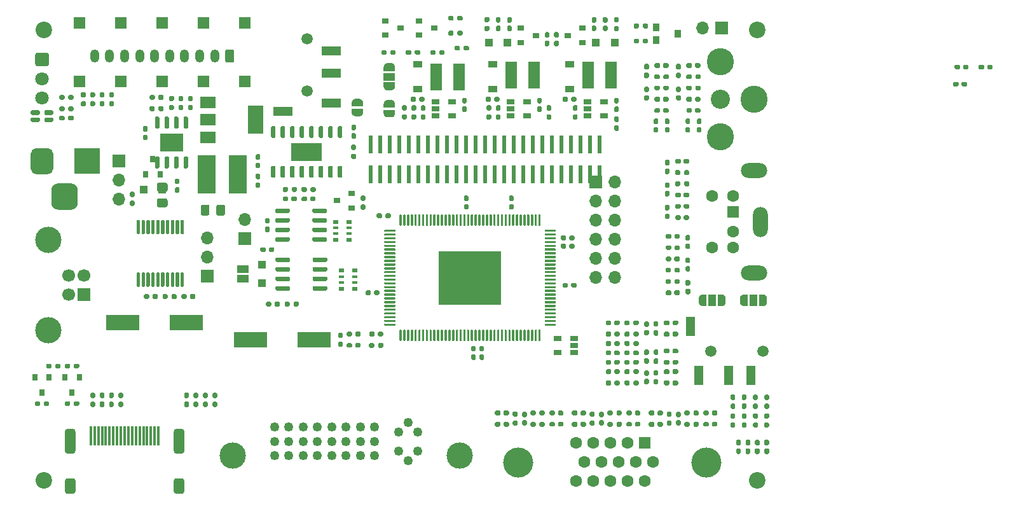
<source format=gbr>
%TF.GenerationSoftware,KiCad,Pcbnew,(5.1.10)-1*%
%TF.CreationDate,2021-11-12T20:21:06+04:00*%
%TF.ProjectId,RTD2662Board,52544432-3636-4324-926f-6172642e6b69,2*%
%TF.SameCoordinates,Original*%
%TF.FileFunction,Soldermask,Top*%
%TF.FilePolarity,Negative*%
%FSLAX46Y46*%
G04 Gerber Fmt 4.6, Leading zero omitted, Abs format (unit mm)*
G04 Created by KiCad (PCBNEW (5.1.10)-1) date 2021-11-12 20:21:06*
%MOMM*%
%LPD*%
G01*
G04 APERTURE LIST*
%ADD10C,3.500120*%
%ADD11C,1.250000*%
%ADD12C,1.500000*%
%ADD13R,1.200000X2.500000*%
%ADD14R,0.300000X2.600000*%
%ADD15R,1.700000X1.700000*%
%ADD16O,1.700000X1.700000*%
%ADD17C,4.000000*%
%ADD18C,1.600000*%
%ADD19R,1.600000X1.600000*%
%ADD20C,0.100000*%
%ADD21O,1.200000X1.750000*%
%ADD22R,1.500000X1.000000*%
%ADD23R,0.900000X0.800000*%
%ADD24R,1.060000X0.650000*%
%ADD25R,3.500000X3.500000*%
%ADD26R,0.600000X2.400000*%
%ADD27R,2.500000X1.200000*%
%ADD28R,4.100000X2.410000*%
%ADD29R,8.260000X7.110000*%
%ADD30C,1.700000*%
%ADD31C,3.500000*%
%ADD32R,1.200000X0.900000*%
%ADD33C,2.200000*%
%ADD34O,2.000000X4.000000*%
%ADD35O,3.500000X2.000000*%
%ADD36C,2.550000*%
%ADD37C,3.616000*%
%ADD38R,1.000000X1.500000*%
%ADD39R,1.500000X3.600000*%
%ADD40R,1.000000X1.000000*%
%ADD41R,4.500000X2.000000*%
%ADD42R,1.500000X1.500000*%
%ADD43R,2.000000X1.500000*%
%ADD44R,2.000000X3.800000*%
%ADD45R,0.800000X0.900000*%
%ADD46R,0.800000X0.500000*%
%ADD47R,0.800000X0.400000*%
%ADD48R,3.100000X2.410000*%
%ADD49C,1.800000*%
%ADD50R,0.900000X1.000000*%
%ADD51R,0.900000X1.100000*%
%ADD52R,2.350000X5.100000*%
G04 APERTURE END LIST*
D10*
%TO.C,J6*%
X105360460Y-139198000D03*
D11*
X84535000Y-135388000D03*
X82630000Y-135388000D03*
X80725000Y-135388000D03*
X86440000Y-135388000D03*
X88345000Y-135388000D03*
X80725000Y-137293000D03*
X92155000Y-135388000D03*
X90250000Y-135388000D03*
D10*
X75139540Y-139198000D03*
D11*
X82630000Y-137293000D03*
X84535000Y-137293000D03*
X86440000Y-137293000D03*
X88345000Y-137293000D03*
X90250000Y-137293000D03*
X92155000Y-137293000D03*
X94060000Y-137293000D03*
X80725000Y-139198000D03*
X82630000Y-139198000D03*
X84535000Y-139198000D03*
X86440000Y-139198000D03*
X88345000Y-139198000D03*
X90250000Y-139198000D03*
X92155000Y-139198000D03*
X94060000Y-139198000D03*
X94060000Y-135388000D03*
X99775000Y-136023000D03*
X97235000Y-136023000D03*
X97235000Y-138563000D03*
X99775000Y-138563000D03*
X98505000Y-134753000D03*
X98505000Y-139833000D03*
%TD*%
D12*
%TO.C,J5*%
X138775000Y-125250000D03*
X145775000Y-125250000D03*
D13*
X144175000Y-128500000D03*
X141175000Y-128500000D03*
X137175000Y-128500000D03*
X136075000Y-122000000D03*
%TD*%
D14*
%TO.C,J7*%
X56250000Y-136500000D03*
X56750000Y-136500000D03*
X57250000Y-136500000D03*
X57750000Y-136500000D03*
X58250000Y-136500000D03*
X58750000Y-136500000D03*
X59250000Y-136500000D03*
X59750000Y-136500000D03*
X60250000Y-136500000D03*
X60750000Y-136500000D03*
X61250000Y-136500000D03*
X61750000Y-136500000D03*
X62250000Y-136500000D03*
X62750000Y-136500000D03*
X63250000Y-136500000D03*
X63750000Y-136500000D03*
X64250000Y-136500000D03*
X64750000Y-136500000D03*
X65250000Y-136500000D03*
G36*
G01*
X67300000Y-138560000D02*
X67300000Y-135960000D01*
G75*
G02*
X67650000Y-135610000I350000J0D01*
G01*
X68350000Y-135610000D01*
G75*
G02*
X68700000Y-135960000I0J-350000D01*
G01*
X68700000Y-138560000D01*
G75*
G02*
X68350000Y-138910000I-350000J0D01*
G01*
X67650000Y-138910000D01*
G75*
G02*
X67300000Y-138560000I0J350000D01*
G01*
G37*
G36*
G01*
X52800000Y-138560000D02*
X52800000Y-135960000D01*
G75*
G02*
X53150000Y-135610000I350000J0D01*
G01*
X53850000Y-135610000D01*
G75*
G02*
X54200000Y-135960000I0J-350000D01*
G01*
X54200000Y-138560000D01*
G75*
G02*
X53850000Y-138910000I-350000J0D01*
G01*
X53150000Y-138910000D01*
G75*
G02*
X52800000Y-138560000I0J350000D01*
G01*
G37*
G36*
G01*
X52800000Y-143920000D02*
X52800000Y-142520000D01*
G75*
G02*
X53150000Y-142170000I350000J0D01*
G01*
X53850000Y-142170000D01*
G75*
G02*
X54200000Y-142520000I0J-350000D01*
G01*
X54200000Y-143920000D01*
G75*
G02*
X53850000Y-144270000I-350000J0D01*
G01*
X53150000Y-144270000D01*
G75*
G02*
X52800000Y-143920000I0J350000D01*
G01*
G37*
G36*
G01*
X67300000Y-143920000D02*
X67300000Y-142520000D01*
G75*
G02*
X67650000Y-142170000I350000J0D01*
G01*
X68350000Y-142170000D01*
G75*
G02*
X68700000Y-142520000I0J-350000D01*
G01*
X68700000Y-143920000D01*
G75*
G02*
X68350000Y-144270000I-350000J0D01*
G01*
X67650000Y-144270000D01*
G75*
G02*
X67300000Y-143920000I0J350000D01*
G01*
G37*
%TD*%
%TO.C,C75*%
G36*
G01*
X172200000Y-89905000D02*
X172200000Y-89595000D01*
G75*
G02*
X172355000Y-89440000I155000J0D01*
G01*
X172780000Y-89440000D01*
G75*
G02*
X172935000Y-89595000I0J-155000D01*
G01*
X172935000Y-89905000D01*
G75*
G02*
X172780000Y-90060000I-155000J0D01*
G01*
X172355000Y-90060000D01*
G75*
G02*
X172200000Y-89905000I0J155000D01*
G01*
G37*
G36*
G01*
X171065000Y-89905000D02*
X171065000Y-89595000D01*
G75*
G02*
X171220000Y-89440000I155000J0D01*
G01*
X171645000Y-89440000D01*
G75*
G02*
X171800000Y-89595000I0J-155000D01*
G01*
X171800000Y-89905000D01*
G75*
G02*
X171645000Y-90060000I-155000J0D01*
G01*
X171220000Y-90060000D01*
G75*
G02*
X171065000Y-89905000I0J155000D01*
G01*
G37*
%TD*%
D15*
%TO.C,J12*%
X123500000Y-102750000D03*
D16*
X126040000Y-102750000D03*
X123500000Y-105290000D03*
X126040000Y-105290000D03*
X123500000Y-107830000D03*
X126040000Y-107830000D03*
X123500000Y-110370000D03*
X126040000Y-110370000D03*
X123500000Y-112910000D03*
X126040000Y-112910000D03*
X123500000Y-115450000D03*
X126040000Y-115450000D03*
%TD*%
D17*
%TO.C,J9*%
X138185000Y-140110000D03*
X113185000Y-140110000D03*
D18*
X120840000Y-142580000D03*
X123130000Y-142580000D03*
X125420000Y-142580000D03*
X127710000Y-142580000D03*
X130000000Y-142580000D03*
X121985000Y-140040000D03*
X124275000Y-140040000D03*
X126565000Y-140040000D03*
X128855000Y-140040000D03*
X131145000Y-140040000D03*
X120840000Y-137500000D03*
X123130000Y-137500000D03*
X125420000Y-137500000D03*
X127710000Y-137500000D03*
D19*
X130000000Y-137500000D03*
%TD*%
D20*
%TO.C,JP7*%
G36*
X92500000Y-93000000D02*
G01*
X92500000Y-93500000D01*
X92499398Y-93500000D01*
X92499398Y-93524534D01*
X92494588Y-93573365D01*
X92485016Y-93621490D01*
X92470772Y-93668445D01*
X92451995Y-93713778D01*
X92428864Y-93757051D01*
X92401604Y-93797850D01*
X92370476Y-93835779D01*
X92335779Y-93870476D01*
X92297850Y-93901604D01*
X92257051Y-93928864D01*
X92213778Y-93951995D01*
X92168445Y-93970772D01*
X92121490Y-93985016D01*
X92073365Y-93994588D01*
X92024534Y-93999398D01*
X92000000Y-93999398D01*
X92000000Y-94000000D01*
X91500000Y-94000000D01*
X91500000Y-93999398D01*
X91475466Y-93999398D01*
X91426635Y-93994588D01*
X91378510Y-93985016D01*
X91331555Y-93970772D01*
X91286222Y-93951995D01*
X91242949Y-93928864D01*
X91202150Y-93901604D01*
X91164221Y-93870476D01*
X91129524Y-93835779D01*
X91098396Y-93797850D01*
X91071136Y-93757051D01*
X91048005Y-93713778D01*
X91029228Y-93668445D01*
X91014984Y-93621490D01*
X91005412Y-93573365D01*
X91000602Y-93524534D01*
X91000602Y-93500000D01*
X91000000Y-93500000D01*
X91000000Y-93000000D01*
X92500000Y-93000000D01*
G37*
G36*
X91000602Y-92200000D02*
G01*
X91000602Y-92175466D01*
X91005412Y-92126635D01*
X91014984Y-92078510D01*
X91029228Y-92031555D01*
X91048005Y-91986222D01*
X91071136Y-91942949D01*
X91098396Y-91902150D01*
X91129524Y-91864221D01*
X91164221Y-91829524D01*
X91202150Y-91798396D01*
X91242949Y-91771136D01*
X91286222Y-91748005D01*
X91331555Y-91729228D01*
X91378510Y-91714984D01*
X91426635Y-91705412D01*
X91475466Y-91700602D01*
X91500000Y-91700602D01*
X91500000Y-91700000D01*
X92000000Y-91700000D01*
X92000000Y-91700602D01*
X92024534Y-91700602D01*
X92073365Y-91705412D01*
X92121490Y-91714984D01*
X92168445Y-91729228D01*
X92213778Y-91748005D01*
X92257051Y-91771136D01*
X92297850Y-91798396D01*
X92335779Y-91829524D01*
X92370476Y-91864221D01*
X92401604Y-91902150D01*
X92428864Y-91942949D01*
X92451995Y-91986222D01*
X92470772Y-92031555D01*
X92485016Y-92078510D01*
X92494588Y-92126635D01*
X92499398Y-92175466D01*
X92499398Y-92200000D01*
X92500000Y-92200000D01*
X92500000Y-92700000D01*
X91000000Y-92700000D01*
X91000000Y-92200000D01*
X91000602Y-92200000D01*
G37*
%TD*%
%TO.C,R78*%
G36*
G01*
X132010000Y-88590000D02*
X132010000Y-88910000D01*
G75*
G02*
X131850000Y-89070000I-160000J0D01*
G01*
X131455000Y-89070000D01*
G75*
G02*
X131295000Y-88910000I0J160000D01*
G01*
X131295000Y-88590000D01*
G75*
G02*
X131455000Y-88430000I160000J0D01*
G01*
X131850000Y-88430000D01*
G75*
G02*
X132010000Y-88590000I0J-160000D01*
G01*
G37*
G36*
G01*
X133205000Y-88590000D02*
X133205000Y-88910000D01*
G75*
G02*
X133045000Y-89070000I-160000J0D01*
G01*
X132650000Y-89070000D01*
G75*
G02*
X132490000Y-88910000I0J160000D01*
G01*
X132490000Y-88590000D01*
G75*
G02*
X132650000Y-88430000I160000J0D01*
G01*
X133045000Y-88430000D01*
G75*
G02*
X133205000Y-88590000I0J-160000D01*
G01*
G37*
%TD*%
%TO.C,R40*%
G36*
G01*
X132490000Y-90410000D02*
X132490000Y-90090000D01*
G75*
G02*
X132650000Y-89930000I160000J0D01*
G01*
X133045000Y-89930000D01*
G75*
G02*
X133205000Y-90090000I0J-160000D01*
G01*
X133205000Y-90410000D01*
G75*
G02*
X133045000Y-90570000I-160000J0D01*
G01*
X132650000Y-90570000D01*
G75*
G02*
X132490000Y-90410000I0J160000D01*
G01*
G37*
G36*
G01*
X131295000Y-90410000D02*
X131295000Y-90090000D01*
G75*
G02*
X131455000Y-89930000I160000J0D01*
G01*
X131850000Y-89930000D01*
G75*
G02*
X132010000Y-90090000I0J-160000D01*
G01*
X132010000Y-90410000D01*
G75*
G02*
X131850000Y-90570000I-160000J0D01*
G01*
X131455000Y-90570000D01*
G75*
G02*
X131295000Y-90410000I0J160000D01*
G01*
G37*
%TD*%
%TO.C,L8*%
G36*
G01*
X132440000Y-91910000D02*
X132440000Y-91590000D01*
G75*
G02*
X132600000Y-91430000I160000J0D01*
G01*
X133045000Y-91430000D01*
G75*
G02*
X133205000Y-91590000I0J-160000D01*
G01*
X133205000Y-91910000D01*
G75*
G02*
X133045000Y-92070000I-160000J0D01*
G01*
X132600000Y-92070000D01*
G75*
G02*
X132440000Y-91910000I0J160000D01*
G01*
G37*
G36*
G01*
X131295000Y-91910000D02*
X131295000Y-91590000D01*
G75*
G02*
X131455000Y-91430000I160000J0D01*
G01*
X131900000Y-91430000D01*
G75*
G02*
X132060000Y-91590000I0J-160000D01*
G01*
X132060000Y-91910000D01*
G75*
G02*
X131900000Y-92070000I-160000J0D01*
G01*
X131455000Y-92070000D01*
G75*
G02*
X131295000Y-91910000I0J160000D01*
G01*
G37*
%TD*%
D16*
%TO.C,J15*%
X76750000Y-107710000D03*
D15*
X76750000Y-110250000D03*
%TD*%
D16*
%TO.C,J14*%
X137710000Y-82250000D03*
D15*
X140250000Y-82250000D03*
%TD*%
%TO.C,FB10*%
G36*
G01*
X132060000Y-87090000D02*
X132060000Y-87410000D01*
G75*
G02*
X131900000Y-87570000I-160000J0D01*
G01*
X131455000Y-87570000D01*
G75*
G02*
X131295000Y-87410000I0J160000D01*
G01*
X131295000Y-87090000D01*
G75*
G02*
X131455000Y-86930000I160000J0D01*
G01*
X131900000Y-86930000D01*
G75*
G02*
X132060000Y-87090000I0J-160000D01*
G01*
G37*
G36*
G01*
X133205000Y-87090000D02*
X133205000Y-87410000D01*
G75*
G02*
X133045000Y-87570000I-160000J0D01*
G01*
X132600000Y-87570000D01*
G75*
G02*
X132440000Y-87410000I0J160000D01*
G01*
X132440000Y-87090000D01*
G75*
G02*
X132600000Y-86930000I160000J0D01*
G01*
X133045000Y-86930000D01*
G75*
G02*
X133205000Y-87090000I0J-160000D01*
G01*
G37*
%TD*%
%TO.C,D24*%
G36*
G01*
X130090000Y-88190000D02*
X130410000Y-88190000D01*
G75*
G02*
X130570000Y-88350000I0J-160000D01*
G01*
X130570000Y-88795000D01*
G75*
G02*
X130410000Y-88955000I-160000J0D01*
G01*
X130090000Y-88955000D01*
G75*
G02*
X129930000Y-88795000I0J160000D01*
G01*
X129930000Y-88350000D01*
G75*
G02*
X130090000Y-88190000I160000J0D01*
G01*
G37*
G36*
G01*
X130090000Y-87045000D02*
X130410000Y-87045000D01*
G75*
G02*
X130570000Y-87205000I0J-160000D01*
G01*
X130570000Y-87650000D01*
G75*
G02*
X130410000Y-87810000I-160000J0D01*
G01*
X130090000Y-87810000D01*
G75*
G02*
X129930000Y-87650000I0J160000D01*
G01*
X129930000Y-87205000D01*
G75*
G02*
X130090000Y-87045000I160000J0D01*
G01*
G37*
%TD*%
%TO.C,C80*%
G36*
G01*
X79905000Y-108300000D02*
X79595000Y-108300000D01*
G75*
G02*
X79440000Y-108145000I0J155000D01*
G01*
X79440000Y-107720000D01*
G75*
G02*
X79595000Y-107565000I155000J0D01*
G01*
X79905000Y-107565000D01*
G75*
G02*
X80060000Y-107720000I0J-155000D01*
G01*
X80060000Y-108145000D01*
G75*
G02*
X79905000Y-108300000I-155000J0D01*
G01*
G37*
G36*
G01*
X79905000Y-109435000D02*
X79595000Y-109435000D01*
G75*
G02*
X79440000Y-109280000I0J155000D01*
G01*
X79440000Y-108855000D01*
G75*
G02*
X79595000Y-108700000I155000J0D01*
G01*
X79905000Y-108700000D01*
G75*
G02*
X80060000Y-108855000I0J-155000D01*
G01*
X80060000Y-109280000D01*
G75*
G02*
X79905000Y-109435000I-155000J0D01*
G01*
G37*
%TD*%
%TO.C,C78*%
G36*
G01*
X79950000Y-111905000D02*
X79950000Y-111595000D01*
G75*
G02*
X80105000Y-111440000I155000J0D01*
G01*
X80530000Y-111440000D01*
G75*
G02*
X80685000Y-111595000I0J-155000D01*
G01*
X80685000Y-111905000D01*
G75*
G02*
X80530000Y-112060000I-155000J0D01*
G01*
X80105000Y-112060000D01*
G75*
G02*
X79950000Y-111905000I0J155000D01*
G01*
G37*
G36*
G01*
X78815000Y-111905000D02*
X78815000Y-111595000D01*
G75*
G02*
X78970000Y-111440000I155000J0D01*
G01*
X79395000Y-111440000D01*
G75*
G02*
X79550000Y-111595000I0J-155000D01*
G01*
X79550000Y-111905000D01*
G75*
G02*
X79395000Y-112060000I-155000J0D01*
G01*
X78970000Y-112060000D01*
G75*
G02*
X78815000Y-111905000I0J155000D01*
G01*
G37*
%TD*%
%TO.C,C77*%
G36*
G01*
X172400000Y-87625000D02*
X172400000Y-87315000D01*
G75*
G02*
X172555000Y-87160000I155000J0D01*
G01*
X172980000Y-87160000D01*
G75*
G02*
X173135000Y-87315000I0J-155000D01*
G01*
X173135000Y-87625000D01*
G75*
G02*
X172980000Y-87780000I-155000J0D01*
G01*
X172555000Y-87780000D01*
G75*
G02*
X172400000Y-87625000I0J155000D01*
G01*
G37*
G36*
G01*
X171265000Y-87625000D02*
X171265000Y-87315000D01*
G75*
G02*
X171420000Y-87160000I155000J0D01*
G01*
X171845000Y-87160000D01*
G75*
G02*
X172000000Y-87315000I0J-155000D01*
G01*
X172000000Y-87625000D01*
G75*
G02*
X171845000Y-87780000I-155000J0D01*
G01*
X171420000Y-87780000D01*
G75*
G02*
X171265000Y-87625000I0J155000D01*
G01*
G37*
%TD*%
%TO.C,C76*%
G36*
G01*
X91095000Y-96267500D02*
X91405000Y-96267500D01*
G75*
G02*
X91560000Y-96422500I0J-155000D01*
G01*
X91560000Y-96847500D01*
G75*
G02*
X91405000Y-97002500I-155000J0D01*
G01*
X91095000Y-97002500D01*
G75*
G02*
X90940000Y-96847500I0J155000D01*
G01*
X90940000Y-96422500D01*
G75*
G02*
X91095000Y-96267500I155000J0D01*
G01*
G37*
G36*
G01*
X91095000Y-95132500D02*
X91405000Y-95132500D01*
G75*
G02*
X91560000Y-95287500I0J-155000D01*
G01*
X91560000Y-95712500D01*
G75*
G02*
X91405000Y-95867500I-155000J0D01*
G01*
X91095000Y-95867500D01*
G75*
G02*
X90940000Y-95712500I0J155000D01*
G01*
X90940000Y-95287500D01*
G75*
G02*
X91095000Y-95132500I155000J0D01*
G01*
G37*
%TD*%
%TO.C,C72*%
G36*
G01*
X175610000Y-87625000D02*
X175610000Y-87315000D01*
G75*
G02*
X175765000Y-87160000I155000J0D01*
G01*
X176190000Y-87160000D01*
G75*
G02*
X176345000Y-87315000I0J-155000D01*
G01*
X176345000Y-87625000D01*
G75*
G02*
X176190000Y-87780000I-155000J0D01*
G01*
X175765000Y-87780000D01*
G75*
G02*
X175610000Y-87625000I0J155000D01*
G01*
G37*
G36*
G01*
X174475000Y-87625000D02*
X174475000Y-87315000D01*
G75*
G02*
X174630000Y-87160000I155000J0D01*
G01*
X175055000Y-87160000D01*
G75*
G02*
X175210000Y-87315000I0J-155000D01*
G01*
X175210000Y-87625000D01*
G75*
G02*
X175055000Y-87780000I-155000J0D01*
G01*
X174630000Y-87780000D01*
G75*
G02*
X174475000Y-87625000I0J155000D01*
G01*
G37*
%TD*%
%TO.C,C71*%
G36*
G01*
X131655000Y-95050000D02*
X131345000Y-95050000D01*
G75*
G02*
X131190000Y-94895000I0J155000D01*
G01*
X131190000Y-94470000D01*
G75*
G02*
X131345000Y-94315000I155000J0D01*
G01*
X131655000Y-94315000D01*
G75*
G02*
X131810000Y-94470000I0J-155000D01*
G01*
X131810000Y-94895000D01*
G75*
G02*
X131655000Y-95050000I-155000J0D01*
G01*
G37*
G36*
G01*
X131655000Y-96185000D02*
X131345000Y-96185000D01*
G75*
G02*
X131190000Y-96030000I0J155000D01*
G01*
X131190000Y-95605000D01*
G75*
G02*
X131345000Y-95450000I155000J0D01*
G01*
X131655000Y-95450000D01*
G75*
G02*
X131810000Y-95605000I0J-155000D01*
G01*
X131810000Y-96030000D01*
G75*
G02*
X131655000Y-96185000I-155000J0D01*
G01*
G37*
%TD*%
%TO.C,C70*%
G36*
G01*
X132050000Y-93095000D02*
X132050000Y-93405000D01*
G75*
G02*
X131895000Y-93560000I-155000J0D01*
G01*
X131470000Y-93560000D01*
G75*
G02*
X131315000Y-93405000I0J155000D01*
G01*
X131315000Y-93095000D01*
G75*
G02*
X131470000Y-92940000I155000J0D01*
G01*
X131895000Y-92940000D01*
G75*
G02*
X132050000Y-93095000I0J-155000D01*
G01*
G37*
G36*
G01*
X133185000Y-93095000D02*
X133185000Y-93405000D01*
G75*
G02*
X133030000Y-93560000I-155000J0D01*
G01*
X132605000Y-93560000D01*
G75*
G02*
X132450000Y-93405000I0J155000D01*
G01*
X132450000Y-93095000D01*
G75*
G02*
X132605000Y-92940000I155000J0D01*
G01*
X133030000Y-92940000D01*
G75*
G02*
X133185000Y-93095000I0J-155000D01*
G01*
G37*
%TD*%
%TO.C,C69*%
G36*
G01*
X130405000Y-90800000D02*
X130095000Y-90800000D01*
G75*
G02*
X129940000Y-90645000I0J155000D01*
G01*
X129940000Y-90220000D01*
G75*
G02*
X130095000Y-90065000I155000J0D01*
G01*
X130405000Y-90065000D01*
G75*
G02*
X130560000Y-90220000I0J-155000D01*
G01*
X130560000Y-90645000D01*
G75*
G02*
X130405000Y-90800000I-155000J0D01*
G01*
G37*
G36*
G01*
X130405000Y-91935000D02*
X130095000Y-91935000D01*
G75*
G02*
X129940000Y-91780000I0J155000D01*
G01*
X129940000Y-91355000D01*
G75*
G02*
X130095000Y-91200000I155000J0D01*
G01*
X130405000Y-91200000D01*
G75*
G02*
X130560000Y-91355000I0J-155000D01*
G01*
X130560000Y-91780000D01*
G75*
G02*
X130405000Y-91935000I-155000J0D01*
G01*
G37*
%TD*%
%TO.C,C68*%
G36*
G01*
X133155000Y-95050000D02*
X132845000Y-95050000D01*
G75*
G02*
X132690000Y-94895000I0J155000D01*
G01*
X132690000Y-94470000D01*
G75*
G02*
X132845000Y-94315000I155000J0D01*
G01*
X133155000Y-94315000D01*
G75*
G02*
X133310000Y-94470000I0J-155000D01*
G01*
X133310000Y-94895000D01*
G75*
G02*
X133155000Y-95050000I-155000J0D01*
G01*
G37*
G36*
G01*
X133155000Y-96185000D02*
X132845000Y-96185000D01*
G75*
G02*
X132690000Y-96030000I0J155000D01*
G01*
X132690000Y-95605000D01*
G75*
G02*
X132845000Y-95450000I155000J0D01*
G01*
X133155000Y-95450000D01*
G75*
G02*
X133310000Y-95605000I0J-155000D01*
G01*
X133310000Y-96030000D01*
G75*
G02*
X133155000Y-96185000I-155000J0D01*
G01*
G37*
%TD*%
D16*
%TO.C,JP6*%
X60000000Y-105040000D03*
X60000000Y-102500000D03*
D15*
X60000000Y-99960000D03*
%TD*%
D21*
%TO.C,J13*%
X56750000Y-86000000D03*
X58750000Y-86000000D03*
X60750000Y-86000000D03*
X62750000Y-86000000D03*
X64750000Y-86000000D03*
X66750000Y-86000000D03*
X68750000Y-86000000D03*
X70750000Y-86000000D03*
X72750000Y-86000000D03*
G36*
G01*
X75350000Y-85374999D02*
X75350000Y-86625001D01*
G75*
G02*
X75100001Y-86875000I-249999J0D01*
G01*
X74399999Y-86875000D01*
G75*
G02*
X74150000Y-86625001I0J249999D01*
G01*
X74150000Y-85374999D01*
G75*
G02*
X74399999Y-85125000I249999J0D01*
G01*
X75100001Y-85125000D01*
G75*
G02*
X75350000Y-85374999I0J-249999D01*
G01*
G37*
%TD*%
D22*
%TO.C,JP5*%
X76500000Y-114350000D03*
X76500000Y-115650000D03*
%TD*%
%TO.C,R42*%
G36*
G01*
X105890000Y-85110000D02*
X105890000Y-84790000D01*
G75*
G02*
X106050000Y-84630000I160000J0D01*
G01*
X106445000Y-84630000D01*
G75*
G02*
X106605000Y-84790000I0J-160000D01*
G01*
X106605000Y-85110000D01*
G75*
G02*
X106445000Y-85270000I-160000J0D01*
G01*
X106050000Y-85270000D01*
G75*
G02*
X105890000Y-85110000I0J160000D01*
G01*
G37*
G36*
G01*
X104695000Y-85110000D02*
X104695000Y-84790000D01*
G75*
G02*
X104855000Y-84630000I160000J0D01*
G01*
X105250000Y-84630000D01*
G75*
G02*
X105410000Y-84790000I0J-160000D01*
G01*
X105410000Y-85110000D01*
G75*
G02*
X105250000Y-85270000I-160000J0D01*
G01*
X104855000Y-85270000D01*
G75*
G02*
X104695000Y-85110000I0J160000D01*
G01*
G37*
%TD*%
%TO.C,R38*%
G36*
G01*
X105040000Y-83120000D02*
X105040000Y-82800000D01*
G75*
G02*
X105200000Y-82640000I160000J0D01*
G01*
X105595000Y-82640000D01*
G75*
G02*
X105755000Y-82800000I0J-160000D01*
G01*
X105755000Y-83120000D01*
G75*
G02*
X105595000Y-83280000I-160000J0D01*
G01*
X105200000Y-83280000D01*
G75*
G02*
X105040000Y-83120000I0J160000D01*
G01*
G37*
G36*
G01*
X103845000Y-83120000D02*
X103845000Y-82800000D01*
G75*
G02*
X104005000Y-82640000I160000J0D01*
G01*
X104400000Y-82640000D01*
G75*
G02*
X104560000Y-82800000I0J-160000D01*
G01*
X104560000Y-83120000D01*
G75*
G02*
X104400000Y-83280000I-160000J0D01*
G01*
X104005000Y-83280000D01*
G75*
G02*
X103845000Y-83120000I0J160000D01*
G01*
G37*
%TD*%
%TO.C,R36*%
G36*
G01*
X102640000Y-85680000D02*
X102640000Y-85360000D01*
G75*
G02*
X102800000Y-85200000I160000J0D01*
G01*
X103195000Y-85200000D01*
G75*
G02*
X103355000Y-85360000I0J-160000D01*
G01*
X103355000Y-85680000D01*
G75*
G02*
X103195000Y-85840000I-160000J0D01*
G01*
X102800000Y-85840000D01*
G75*
G02*
X102640000Y-85680000I0J160000D01*
G01*
G37*
G36*
G01*
X101445000Y-85680000D02*
X101445000Y-85360000D01*
G75*
G02*
X101605000Y-85200000I160000J0D01*
G01*
X102000000Y-85200000D01*
G75*
G02*
X102160000Y-85360000I0J-160000D01*
G01*
X102160000Y-85680000D01*
G75*
G02*
X102000000Y-85840000I-160000J0D01*
G01*
X101605000Y-85840000D01*
G75*
G02*
X101445000Y-85680000I0J160000D01*
G01*
G37*
%TD*%
%TO.C,R31*%
G36*
G01*
X105040000Y-81130000D02*
X105040000Y-80810000D01*
G75*
G02*
X105200000Y-80650000I160000J0D01*
G01*
X105595000Y-80650000D01*
G75*
G02*
X105755000Y-80810000I0J-160000D01*
G01*
X105755000Y-81130000D01*
G75*
G02*
X105595000Y-81290000I-160000J0D01*
G01*
X105200000Y-81290000D01*
G75*
G02*
X105040000Y-81130000I0J160000D01*
G01*
G37*
G36*
G01*
X103845000Y-81130000D02*
X103845000Y-80810000D01*
G75*
G02*
X104005000Y-80650000I160000J0D01*
G01*
X104400000Y-80650000D01*
G75*
G02*
X104560000Y-80810000I0J-160000D01*
G01*
X104560000Y-81130000D01*
G75*
G02*
X104400000Y-81290000I-160000J0D01*
G01*
X104005000Y-81290000D01*
G75*
G02*
X103845000Y-81130000I0J160000D01*
G01*
G37*
%TD*%
%TO.C,R30*%
G36*
G01*
X99390000Y-85680000D02*
X99390000Y-85360000D01*
G75*
G02*
X99550000Y-85200000I160000J0D01*
G01*
X99945000Y-85200000D01*
G75*
G02*
X100105000Y-85360000I0J-160000D01*
G01*
X100105000Y-85680000D01*
G75*
G02*
X99945000Y-85840000I-160000J0D01*
G01*
X99550000Y-85840000D01*
G75*
G02*
X99390000Y-85680000I0J160000D01*
G01*
G37*
G36*
G01*
X98195000Y-85680000D02*
X98195000Y-85360000D01*
G75*
G02*
X98355000Y-85200000I160000J0D01*
G01*
X98750000Y-85200000D01*
G75*
G02*
X98910000Y-85360000I0J-160000D01*
G01*
X98910000Y-85680000D01*
G75*
G02*
X98750000Y-85840000I-160000J0D01*
G01*
X98355000Y-85840000D01*
G75*
G02*
X98195000Y-85680000I0J160000D01*
G01*
G37*
%TD*%
%TO.C,R28*%
G36*
G01*
X96140000Y-85680000D02*
X96140000Y-85360000D01*
G75*
G02*
X96300000Y-85200000I160000J0D01*
G01*
X96695000Y-85200000D01*
G75*
G02*
X96855000Y-85360000I0J-160000D01*
G01*
X96855000Y-85680000D01*
G75*
G02*
X96695000Y-85840000I-160000J0D01*
G01*
X96300000Y-85840000D01*
G75*
G02*
X96140000Y-85680000I0J160000D01*
G01*
G37*
G36*
G01*
X94945000Y-85680000D02*
X94945000Y-85360000D01*
G75*
G02*
X95105000Y-85200000I160000J0D01*
G01*
X95500000Y-85200000D01*
G75*
G02*
X95660000Y-85360000I0J-160000D01*
G01*
X95660000Y-85680000D01*
G75*
G02*
X95500000Y-85840000I-160000J0D01*
G01*
X95105000Y-85840000D01*
G75*
G02*
X94945000Y-85680000I0J160000D01*
G01*
G37*
%TD*%
D23*
%TO.C,Q2*%
X101950000Y-82250000D03*
X99950000Y-83200000D03*
X99950000Y-81300000D03*
%TD*%
%TO.C,Q1*%
X97500000Y-82250000D03*
X95500000Y-83200000D03*
X95500000Y-81300000D03*
%TD*%
D24*
%TO.C,U3*%
X118400000Y-125450000D03*
X118400000Y-123550000D03*
X120600000Y-123550000D03*
X120600000Y-124500000D03*
X120600000Y-125450000D03*
%TD*%
D16*
%TO.C,J11*%
X71750000Y-110210000D03*
X71750000Y-112750000D03*
D15*
X71750000Y-115290000D03*
%TD*%
%TO.C,C59*%
G36*
G01*
X106405000Y-105300000D02*
X106095000Y-105300000D01*
G75*
G02*
X105940000Y-105145000I0J155000D01*
G01*
X105940000Y-104720000D01*
G75*
G02*
X106095000Y-104565000I155000J0D01*
G01*
X106405000Y-104565000D01*
G75*
G02*
X106560000Y-104720000I0J-155000D01*
G01*
X106560000Y-105145000D01*
G75*
G02*
X106405000Y-105300000I-155000J0D01*
G01*
G37*
G36*
G01*
X106405000Y-106435000D02*
X106095000Y-106435000D01*
G75*
G02*
X105940000Y-106280000I0J155000D01*
G01*
X105940000Y-105855000D01*
G75*
G02*
X106095000Y-105700000I155000J0D01*
G01*
X106405000Y-105700000D01*
G75*
G02*
X106560000Y-105855000I0J-155000D01*
G01*
X106560000Y-106280000D01*
G75*
G02*
X106405000Y-106435000I-155000J0D01*
G01*
G37*
%TD*%
%TO.C,C58*%
G36*
G01*
X112405000Y-105300000D02*
X112095000Y-105300000D01*
G75*
G02*
X111940000Y-105145000I0J155000D01*
G01*
X111940000Y-104720000D01*
G75*
G02*
X112095000Y-104565000I155000J0D01*
G01*
X112405000Y-104565000D01*
G75*
G02*
X112560000Y-104720000I0J-155000D01*
G01*
X112560000Y-105145000D01*
G75*
G02*
X112405000Y-105300000I-155000J0D01*
G01*
G37*
G36*
G01*
X112405000Y-106435000D02*
X112095000Y-106435000D01*
G75*
G02*
X111940000Y-106280000I0J155000D01*
G01*
X111940000Y-105855000D01*
G75*
G02*
X112095000Y-105700000I155000J0D01*
G01*
X112405000Y-105700000D01*
G75*
G02*
X112560000Y-105855000I0J-155000D01*
G01*
X112560000Y-106280000D01*
G75*
G02*
X112405000Y-106435000I-155000J0D01*
G01*
G37*
%TD*%
%TO.C,J3*%
G36*
G01*
X51000000Y-105575000D02*
X51000000Y-103825000D01*
G75*
G02*
X51875000Y-102950000I875000J0D01*
G01*
X53625000Y-102950000D01*
G75*
G02*
X54500000Y-103825000I0J-875000D01*
G01*
X54500000Y-105575000D01*
G75*
G02*
X53625000Y-106450000I-875000J0D01*
G01*
X51875000Y-106450000D01*
G75*
G02*
X51000000Y-105575000I0J875000D01*
G01*
G37*
G36*
G01*
X48250000Y-101000000D02*
X48250000Y-99000000D01*
G75*
G02*
X49000000Y-98250000I750000J0D01*
G01*
X50500000Y-98250000D01*
G75*
G02*
X51250000Y-99000000I0J-750000D01*
G01*
X51250000Y-101000000D01*
G75*
G02*
X50500000Y-101750000I-750000J0D01*
G01*
X49000000Y-101750000D01*
G75*
G02*
X48250000Y-101000000I0J750000D01*
G01*
G37*
D25*
X55750000Y-100000000D03*
%TD*%
%TO.C,U12*%
G36*
G01*
X62687500Y-109700000D02*
X62462500Y-109700000D01*
G75*
G02*
X62350000Y-109587500I0J112500D01*
G01*
X62350000Y-107912500D01*
G75*
G02*
X62462500Y-107800000I112500J0D01*
G01*
X62687500Y-107800000D01*
G75*
G02*
X62800000Y-107912500I0J-112500D01*
G01*
X62800000Y-109587500D01*
G75*
G02*
X62687500Y-109700000I-112500J0D01*
G01*
G37*
G36*
G01*
X63337500Y-109700000D02*
X63112500Y-109700000D01*
G75*
G02*
X63000000Y-109587500I0J112500D01*
G01*
X63000000Y-107912500D01*
G75*
G02*
X63112500Y-107800000I112500J0D01*
G01*
X63337500Y-107800000D01*
G75*
G02*
X63450000Y-107912500I0J-112500D01*
G01*
X63450000Y-109587500D01*
G75*
G02*
X63337500Y-109700000I-112500J0D01*
G01*
G37*
G36*
G01*
X63987500Y-109700000D02*
X63762500Y-109700000D01*
G75*
G02*
X63650000Y-109587500I0J112500D01*
G01*
X63650000Y-107912500D01*
G75*
G02*
X63762500Y-107800000I112500J0D01*
G01*
X63987500Y-107800000D01*
G75*
G02*
X64100000Y-107912500I0J-112500D01*
G01*
X64100000Y-109587500D01*
G75*
G02*
X63987500Y-109700000I-112500J0D01*
G01*
G37*
G36*
G01*
X64637500Y-109700000D02*
X64412500Y-109700000D01*
G75*
G02*
X64300000Y-109587500I0J112500D01*
G01*
X64300000Y-107912500D01*
G75*
G02*
X64412500Y-107800000I112500J0D01*
G01*
X64637500Y-107800000D01*
G75*
G02*
X64750000Y-107912500I0J-112500D01*
G01*
X64750000Y-109587500D01*
G75*
G02*
X64637500Y-109700000I-112500J0D01*
G01*
G37*
G36*
G01*
X65287500Y-109700000D02*
X65062500Y-109700000D01*
G75*
G02*
X64950000Y-109587500I0J112500D01*
G01*
X64950000Y-107912500D01*
G75*
G02*
X65062500Y-107800000I112500J0D01*
G01*
X65287500Y-107800000D01*
G75*
G02*
X65400000Y-107912500I0J-112500D01*
G01*
X65400000Y-109587500D01*
G75*
G02*
X65287500Y-109700000I-112500J0D01*
G01*
G37*
G36*
G01*
X65937500Y-109700000D02*
X65712500Y-109700000D01*
G75*
G02*
X65600000Y-109587500I0J112500D01*
G01*
X65600000Y-107912500D01*
G75*
G02*
X65712500Y-107800000I112500J0D01*
G01*
X65937500Y-107800000D01*
G75*
G02*
X66050000Y-107912500I0J-112500D01*
G01*
X66050000Y-109587500D01*
G75*
G02*
X65937500Y-109700000I-112500J0D01*
G01*
G37*
G36*
G01*
X66587500Y-109700000D02*
X66362500Y-109700000D01*
G75*
G02*
X66250000Y-109587500I0J112500D01*
G01*
X66250000Y-107912500D01*
G75*
G02*
X66362500Y-107800000I112500J0D01*
G01*
X66587500Y-107800000D01*
G75*
G02*
X66700000Y-107912500I0J-112500D01*
G01*
X66700000Y-109587500D01*
G75*
G02*
X66587500Y-109700000I-112500J0D01*
G01*
G37*
G36*
G01*
X67237500Y-109700000D02*
X67012500Y-109700000D01*
G75*
G02*
X66900000Y-109587500I0J112500D01*
G01*
X66900000Y-107912500D01*
G75*
G02*
X67012500Y-107800000I112500J0D01*
G01*
X67237500Y-107800000D01*
G75*
G02*
X67350000Y-107912500I0J-112500D01*
G01*
X67350000Y-109587500D01*
G75*
G02*
X67237500Y-109700000I-112500J0D01*
G01*
G37*
G36*
G01*
X67887500Y-109700000D02*
X67662500Y-109700000D01*
G75*
G02*
X67550000Y-109587500I0J112500D01*
G01*
X67550000Y-107912500D01*
G75*
G02*
X67662500Y-107800000I112500J0D01*
G01*
X67887500Y-107800000D01*
G75*
G02*
X68000000Y-107912500I0J-112500D01*
G01*
X68000000Y-109587500D01*
G75*
G02*
X67887500Y-109700000I-112500J0D01*
G01*
G37*
G36*
G01*
X68537500Y-109700000D02*
X68312500Y-109700000D01*
G75*
G02*
X68200000Y-109587500I0J112500D01*
G01*
X68200000Y-107912500D01*
G75*
G02*
X68312500Y-107800000I112500J0D01*
G01*
X68537500Y-107800000D01*
G75*
G02*
X68650000Y-107912500I0J-112500D01*
G01*
X68650000Y-109587500D01*
G75*
G02*
X68537500Y-109700000I-112500J0D01*
G01*
G37*
G36*
G01*
X68537500Y-116700000D02*
X68312500Y-116700000D01*
G75*
G02*
X68200000Y-116587500I0J112500D01*
G01*
X68200000Y-114912500D01*
G75*
G02*
X68312500Y-114800000I112500J0D01*
G01*
X68537500Y-114800000D01*
G75*
G02*
X68650000Y-114912500I0J-112500D01*
G01*
X68650000Y-116587500D01*
G75*
G02*
X68537500Y-116700000I-112500J0D01*
G01*
G37*
G36*
G01*
X67887500Y-116700000D02*
X67662500Y-116700000D01*
G75*
G02*
X67550000Y-116587500I0J112500D01*
G01*
X67550000Y-114912500D01*
G75*
G02*
X67662500Y-114800000I112500J0D01*
G01*
X67887500Y-114800000D01*
G75*
G02*
X68000000Y-114912500I0J-112500D01*
G01*
X68000000Y-116587500D01*
G75*
G02*
X67887500Y-116700000I-112500J0D01*
G01*
G37*
G36*
G01*
X67237500Y-116700000D02*
X67012500Y-116700000D01*
G75*
G02*
X66900000Y-116587500I0J112500D01*
G01*
X66900000Y-114912500D01*
G75*
G02*
X67012500Y-114800000I112500J0D01*
G01*
X67237500Y-114800000D01*
G75*
G02*
X67350000Y-114912500I0J-112500D01*
G01*
X67350000Y-116587500D01*
G75*
G02*
X67237500Y-116700000I-112500J0D01*
G01*
G37*
G36*
G01*
X66587500Y-116700000D02*
X66362500Y-116700000D01*
G75*
G02*
X66250000Y-116587500I0J112500D01*
G01*
X66250000Y-114912500D01*
G75*
G02*
X66362500Y-114800000I112500J0D01*
G01*
X66587500Y-114800000D01*
G75*
G02*
X66700000Y-114912500I0J-112500D01*
G01*
X66700000Y-116587500D01*
G75*
G02*
X66587500Y-116700000I-112500J0D01*
G01*
G37*
G36*
G01*
X65937500Y-116700000D02*
X65712500Y-116700000D01*
G75*
G02*
X65600000Y-116587500I0J112500D01*
G01*
X65600000Y-114912500D01*
G75*
G02*
X65712500Y-114800000I112500J0D01*
G01*
X65937500Y-114800000D01*
G75*
G02*
X66050000Y-114912500I0J-112500D01*
G01*
X66050000Y-116587500D01*
G75*
G02*
X65937500Y-116700000I-112500J0D01*
G01*
G37*
G36*
G01*
X65287500Y-116700000D02*
X65062500Y-116700000D01*
G75*
G02*
X64950000Y-116587500I0J112500D01*
G01*
X64950000Y-114912500D01*
G75*
G02*
X65062500Y-114800000I112500J0D01*
G01*
X65287500Y-114800000D01*
G75*
G02*
X65400000Y-114912500I0J-112500D01*
G01*
X65400000Y-116587500D01*
G75*
G02*
X65287500Y-116700000I-112500J0D01*
G01*
G37*
G36*
G01*
X64637500Y-116700000D02*
X64412500Y-116700000D01*
G75*
G02*
X64300000Y-116587500I0J112500D01*
G01*
X64300000Y-114912500D01*
G75*
G02*
X64412500Y-114800000I112500J0D01*
G01*
X64637500Y-114800000D01*
G75*
G02*
X64750000Y-114912500I0J-112500D01*
G01*
X64750000Y-116587500D01*
G75*
G02*
X64637500Y-116700000I-112500J0D01*
G01*
G37*
G36*
G01*
X63987500Y-116700000D02*
X63762500Y-116700000D01*
G75*
G02*
X63650000Y-116587500I0J112500D01*
G01*
X63650000Y-114912500D01*
G75*
G02*
X63762500Y-114800000I112500J0D01*
G01*
X63987500Y-114800000D01*
G75*
G02*
X64100000Y-114912500I0J-112500D01*
G01*
X64100000Y-116587500D01*
G75*
G02*
X63987500Y-116700000I-112500J0D01*
G01*
G37*
G36*
G01*
X63337500Y-116700000D02*
X63112500Y-116700000D01*
G75*
G02*
X63000000Y-116587500I0J112500D01*
G01*
X63000000Y-114912500D01*
G75*
G02*
X63112500Y-114800000I112500J0D01*
G01*
X63337500Y-114800000D01*
G75*
G02*
X63450000Y-114912500I0J-112500D01*
G01*
X63450000Y-116587500D01*
G75*
G02*
X63337500Y-116700000I-112500J0D01*
G01*
G37*
G36*
G01*
X62687500Y-116700000D02*
X62462500Y-116700000D01*
G75*
G02*
X62350000Y-116587500I0J112500D01*
G01*
X62350000Y-114912500D01*
G75*
G02*
X62462500Y-114800000I112500J0D01*
G01*
X62687500Y-114800000D01*
G75*
G02*
X62800000Y-114912500I0J-112500D01*
G01*
X62800000Y-116587500D01*
G75*
G02*
X62687500Y-116700000I-112500J0D01*
G01*
G37*
%TD*%
%TO.C,D4*%
G36*
G01*
X135910000Y-116560000D02*
X135590000Y-116560000D01*
G75*
G02*
X135430000Y-116400000I0J160000D01*
G01*
X135430000Y-115955000D01*
G75*
G02*
X135590000Y-115795000I160000J0D01*
G01*
X135910000Y-115795000D01*
G75*
G02*
X136070000Y-115955000I0J-160000D01*
G01*
X136070000Y-116400000D01*
G75*
G02*
X135910000Y-116560000I-160000J0D01*
G01*
G37*
G36*
G01*
X135910000Y-117705000D02*
X135590000Y-117705000D01*
G75*
G02*
X135430000Y-117545000I0J160000D01*
G01*
X135430000Y-117100000D01*
G75*
G02*
X135590000Y-116940000I160000J0D01*
G01*
X135910000Y-116940000D01*
G75*
G02*
X136070000Y-117100000I0J-160000D01*
G01*
X136070000Y-117545000D01*
G75*
G02*
X135910000Y-117705000I-160000J0D01*
G01*
G37*
%TD*%
D26*
%TO.C,J4*%
X93510000Y-101700000D03*
X93510000Y-97800000D03*
X94780000Y-101700000D03*
X94780000Y-97800000D03*
X96050000Y-101700000D03*
X96050000Y-97800000D03*
X97320000Y-101700000D03*
X97320000Y-97800000D03*
X98590000Y-101700000D03*
X98590000Y-97800000D03*
X99860000Y-101700000D03*
X99860000Y-97800000D03*
X101130000Y-101700000D03*
X101130000Y-97800000D03*
X102400000Y-101700000D03*
X102400000Y-97800000D03*
X103670000Y-101700000D03*
X103670000Y-97800000D03*
X104940000Y-101700000D03*
X104940000Y-97800000D03*
X106210000Y-101700000D03*
X106210000Y-97800000D03*
X107480000Y-101700000D03*
X107480000Y-97800000D03*
X108750000Y-101700000D03*
X108750000Y-97800000D03*
X110020000Y-101700000D03*
X110020000Y-97800000D03*
X111290000Y-101700000D03*
X111290000Y-97800000D03*
X112560000Y-101700000D03*
X112560000Y-97800000D03*
X113830000Y-101700000D03*
X113830000Y-97800000D03*
X115100000Y-101700000D03*
X115100000Y-97800000D03*
X116370000Y-101700000D03*
X116370000Y-97800000D03*
X117640000Y-101700000D03*
X117640000Y-97800000D03*
X118910000Y-101700000D03*
X118910000Y-97800000D03*
X120180000Y-101700000D03*
X120180000Y-97800000D03*
X121450000Y-101700000D03*
X121450000Y-97800000D03*
X122720000Y-101700000D03*
X122720000Y-97800000D03*
X123990000Y-101700000D03*
X123990000Y-97800000D03*
%TD*%
%TO.C,C63*%
G36*
G01*
X107045000Y-125700000D02*
X107355000Y-125700000D01*
G75*
G02*
X107510000Y-125855000I0J-155000D01*
G01*
X107510000Y-126280000D01*
G75*
G02*
X107355000Y-126435000I-155000J0D01*
G01*
X107045000Y-126435000D01*
G75*
G02*
X106890000Y-126280000I0J155000D01*
G01*
X106890000Y-125855000D01*
G75*
G02*
X107045000Y-125700000I155000J0D01*
G01*
G37*
G36*
G01*
X107045000Y-124565000D02*
X107355000Y-124565000D01*
G75*
G02*
X107510000Y-124720000I0J-155000D01*
G01*
X107510000Y-125145000D01*
G75*
G02*
X107355000Y-125300000I-155000J0D01*
G01*
X107045000Y-125300000D01*
G75*
G02*
X106890000Y-125145000I0J155000D01*
G01*
X106890000Y-124720000D01*
G75*
G02*
X107045000Y-124565000I155000J0D01*
G01*
G37*
%TD*%
%TO.C,C61*%
G36*
G01*
X108145000Y-125700000D02*
X108455000Y-125700000D01*
G75*
G02*
X108610000Y-125855000I0J-155000D01*
G01*
X108610000Y-126280000D01*
G75*
G02*
X108455000Y-126435000I-155000J0D01*
G01*
X108145000Y-126435000D01*
G75*
G02*
X107990000Y-126280000I0J155000D01*
G01*
X107990000Y-125855000D01*
G75*
G02*
X108145000Y-125700000I155000J0D01*
G01*
G37*
G36*
G01*
X108145000Y-124565000D02*
X108455000Y-124565000D01*
G75*
G02*
X108610000Y-124720000I0J-155000D01*
G01*
X108610000Y-125145000D01*
G75*
G02*
X108455000Y-125300000I-155000J0D01*
G01*
X108145000Y-125300000D01*
G75*
G02*
X107990000Y-125145000I0J155000D01*
G01*
X107990000Y-124720000D01*
G75*
G02*
X108145000Y-124565000I155000J0D01*
G01*
G37*
%TD*%
D27*
%TO.C,J2*%
X81800000Y-93375000D03*
X88300000Y-92275000D03*
X88300000Y-88275000D03*
X88300000Y-85275000D03*
D12*
X85050000Y-83675000D03*
X85050000Y-90675000D03*
%TD*%
D28*
%TO.C,U4*%
X85000000Y-98750000D03*
G36*
G01*
X89295000Y-95300000D02*
X89595000Y-95300000D01*
G75*
G02*
X89745000Y-95450000I0J-150000D01*
G01*
X89745000Y-96750000D01*
G75*
G02*
X89595000Y-96900000I-150000J0D01*
G01*
X89295000Y-96900000D01*
G75*
G02*
X89145000Y-96750000I0J150000D01*
G01*
X89145000Y-95450000D01*
G75*
G02*
X89295000Y-95300000I150000J0D01*
G01*
G37*
G36*
G01*
X88025000Y-95300000D02*
X88325000Y-95300000D01*
G75*
G02*
X88475000Y-95450000I0J-150000D01*
G01*
X88475000Y-96750000D01*
G75*
G02*
X88325000Y-96900000I-150000J0D01*
G01*
X88025000Y-96900000D01*
G75*
G02*
X87875000Y-96750000I0J150000D01*
G01*
X87875000Y-95450000D01*
G75*
G02*
X88025000Y-95300000I150000J0D01*
G01*
G37*
G36*
G01*
X86755000Y-95300000D02*
X87055000Y-95300000D01*
G75*
G02*
X87205000Y-95450000I0J-150000D01*
G01*
X87205000Y-96750000D01*
G75*
G02*
X87055000Y-96900000I-150000J0D01*
G01*
X86755000Y-96900000D01*
G75*
G02*
X86605000Y-96750000I0J150000D01*
G01*
X86605000Y-95450000D01*
G75*
G02*
X86755000Y-95300000I150000J0D01*
G01*
G37*
G36*
G01*
X85485000Y-95300000D02*
X85785000Y-95300000D01*
G75*
G02*
X85935000Y-95450000I0J-150000D01*
G01*
X85935000Y-96750000D01*
G75*
G02*
X85785000Y-96900000I-150000J0D01*
G01*
X85485000Y-96900000D01*
G75*
G02*
X85335000Y-96750000I0J150000D01*
G01*
X85335000Y-95450000D01*
G75*
G02*
X85485000Y-95300000I150000J0D01*
G01*
G37*
G36*
G01*
X84215000Y-95300000D02*
X84515000Y-95300000D01*
G75*
G02*
X84665000Y-95450000I0J-150000D01*
G01*
X84665000Y-96750000D01*
G75*
G02*
X84515000Y-96900000I-150000J0D01*
G01*
X84215000Y-96900000D01*
G75*
G02*
X84065000Y-96750000I0J150000D01*
G01*
X84065000Y-95450000D01*
G75*
G02*
X84215000Y-95300000I150000J0D01*
G01*
G37*
G36*
G01*
X82945000Y-95300000D02*
X83245000Y-95300000D01*
G75*
G02*
X83395000Y-95450000I0J-150000D01*
G01*
X83395000Y-96750000D01*
G75*
G02*
X83245000Y-96900000I-150000J0D01*
G01*
X82945000Y-96900000D01*
G75*
G02*
X82795000Y-96750000I0J150000D01*
G01*
X82795000Y-95450000D01*
G75*
G02*
X82945000Y-95300000I150000J0D01*
G01*
G37*
G36*
G01*
X81675000Y-95300000D02*
X81975000Y-95300000D01*
G75*
G02*
X82125000Y-95450000I0J-150000D01*
G01*
X82125000Y-96750000D01*
G75*
G02*
X81975000Y-96900000I-150000J0D01*
G01*
X81675000Y-96900000D01*
G75*
G02*
X81525000Y-96750000I0J150000D01*
G01*
X81525000Y-95450000D01*
G75*
G02*
X81675000Y-95300000I150000J0D01*
G01*
G37*
G36*
G01*
X80405000Y-95300000D02*
X80705000Y-95300000D01*
G75*
G02*
X80855000Y-95450000I0J-150000D01*
G01*
X80855000Y-96750000D01*
G75*
G02*
X80705000Y-96900000I-150000J0D01*
G01*
X80405000Y-96900000D01*
G75*
G02*
X80255000Y-96750000I0J150000D01*
G01*
X80255000Y-95450000D01*
G75*
G02*
X80405000Y-95300000I150000J0D01*
G01*
G37*
G36*
G01*
X80405000Y-100600000D02*
X80705000Y-100600000D01*
G75*
G02*
X80855000Y-100750000I0J-150000D01*
G01*
X80855000Y-102050000D01*
G75*
G02*
X80705000Y-102200000I-150000J0D01*
G01*
X80405000Y-102200000D01*
G75*
G02*
X80255000Y-102050000I0J150000D01*
G01*
X80255000Y-100750000D01*
G75*
G02*
X80405000Y-100600000I150000J0D01*
G01*
G37*
G36*
G01*
X81675000Y-100600000D02*
X81975000Y-100600000D01*
G75*
G02*
X82125000Y-100750000I0J-150000D01*
G01*
X82125000Y-102050000D01*
G75*
G02*
X81975000Y-102200000I-150000J0D01*
G01*
X81675000Y-102200000D01*
G75*
G02*
X81525000Y-102050000I0J150000D01*
G01*
X81525000Y-100750000D01*
G75*
G02*
X81675000Y-100600000I150000J0D01*
G01*
G37*
G36*
G01*
X82945000Y-100600000D02*
X83245000Y-100600000D01*
G75*
G02*
X83395000Y-100750000I0J-150000D01*
G01*
X83395000Y-102050000D01*
G75*
G02*
X83245000Y-102200000I-150000J0D01*
G01*
X82945000Y-102200000D01*
G75*
G02*
X82795000Y-102050000I0J150000D01*
G01*
X82795000Y-100750000D01*
G75*
G02*
X82945000Y-100600000I150000J0D01*
G01*
G37*
G36*
G01*
X84215000Y-100600000D02*
X84515000Y-100600000D01*
G75*
G02*
X84665000Y-100750000I0J-150000D01*
G01*
X84665000Y-102050000D01*
G75*
G02*
X84515000Y-102200000I-150000J0D01*
G01*
X84215000Y-102200000D01*
G75*
G02*
X84065000Y-102050000I0J150000D01*
G01*
X84065000Y-100750000D01*
G75*
G02*
X84215000Y-100600000I150000J0D01*
G01*
G37*
G36*
G01*
X85485000Y-100600000D02*
X85785000Y-100600000D01*
G75*
G02*
X85935000Y-100750000I0J-150000D01*
G01*
X85935000Y-102050000D01*
G75*
G02*
X85785000Y-102200000I-150000J0D01*
G01*
X85485000Y-102200000D01*
G75*
G02*
X85335000Y-102050000I0J150000D01*
G01*
X85335000Y-100750000D01*
G75*
G02*
X85485000Y-100600000I150000J0D01*
G01*
G37*
G36*
G01*
X86755000Y-100600000D02*
X87055000Y-100600000D01*
G75*
G02*
X87205000Y-100750000I0J-150000D01*
G01*
X87205000Y-102050000D01*
G75*
G02*
X87055000Y-102200000I-150000J0D01*
G01*
X86755000Y-102200000D01*
G75*
G02*
X86605000Y-102050000I0J150000D01*
G01*
X86605000Y-100750000D01*
G75*
G02*
X86755000Y-100600000I150000J0D01*
G01*
G37*
G36*
G01*
X88025000Y-100600000D02*
X88325000Y-100600000D01*
G75*
G02*
X88475000Y-100750000I0J-150000D01*
G01*
X88475000Y-102050000D01*
G75*
G02*
X88325000Y-102200000I-150000J0D01*
G01*
X88025000Y-102200000D01*
G75*
G02*
X87875000Y-102050000I0J150000D01*
G01*
X87875000Y-100750000D01*
G75*
G02*
X88025000Y-100600000I150000J0D01*
G01*
G37*
G36*
G01*
X89295000Y-100600000D02*
X89595000Y-100600000D01*
G75*
G02*
X89745000Y-100750000I0J-150000D01*
G01*
X89745000Y-102050000D01*
G75*
G02*
X89595000Y-102200000I-150000J0D01*
G01*
X89295000Y-102200000D01*
G75*
G02*
X89145000Y-102050000I0J150000D01*
G01*
X89145000Y-100750000D01*
G75*
G02*
X89295000Y-100600000I150000J0D01*
G01*
G37*
%TD*%
D29*
%TO.C,U8*%
X106750000Y-115500000D03*
G36*
G01*
X97575000Y-123925000D02*
X97425000Y-123925000D01*
G75*
G02*
X97350000Y-123850000I0J75000D01*
G01*
X97350000Y-122500000D01*
G75*
G02*
X97425000Y-122425000I75000J0D01*
G01*
X97575000Y-122425000D01*
G75*
G02*
X97650000Y-122500000I0J-75000D01*
G01*
X97650000Y-123850000D01*
G75*
G02*
X97575000Y-123925000I-75000J0D01*
G01*
G37*
G36*
G01*
X98075000Y-123925000D02*
X97925000Y-123925000D01*
G75*
G02*
X97850000Y-123850000I0J75000D01*
G01*
X97850000Y-122500000D01*
G75*
G02*
X97925000Y-122425000I75000J0D01*
G01*
X98075000Y-122425000D01*
G75*
G02*
X98150000Y-122500000I0J-75000D01*
G01*
X98150000Y-123850000D01*
G75*
G02*
X98075000Y-123925000I-75000J0D01*
G01*
G37*
G36*
G01*
X98575000Y-123925000D02*
X98425000Y-123925000D01*
G75*
G02*
X98350000Y-123850000I0J75000D01*
G01*
X98350000Y-122500000D01*
G75*
G02*
X98425000Y-122425000I75000J0D01*
G01*
X98575000Y-122425000D01*
G75*
G02*
X98650000Y-122500000I0J-75000D01*
G01*
X98650000Y-123850000D01*
G75*
G02*
X98575000Y-123925000I-75000J0D01*
G01*
G37*
G36*
G01*
X99075000Y-123925000D02*
X98925000Y-123925000D01*
G75*
G02*
X98850000Y-123850000I0J75000D01*
G01*
X98850000Y-122500000D01*
G75*
G02*
X98925000Y-122425000I75000J0D01*
G01*
X99075000Y-122425000D01*
G75*
G02*
X99150000Y-122500000I0J-75000D01*
G01*
X99150000Y-123850000D01*
G75*
G02*
X99075000Y-123925000I-75000J0D01*
G01*
G37*
G36*
G01*
X99575000Y-123925000D02*
X99425000Y-123925000D01*
G75*
G02*
X99350000Y-123850000I0J75000D01*
G01*
X99350000Y-122500000D01*
G75*
G02*
X99425000Y-122425000I75000J0D01*
G01*
X99575000Y-122425000D01*
G75*
G02*
X99650000Y-122500000I0J-75000D01*
G01*
X99650000Y-123850000D01*
G75*
G02*
X99575000Y-123925000I-75000J0D01*
G01*
G37*
G36*
G01*
X100075000Y-123925000D02*
X99925000Y-123925000D01*
G75*
G02*
X99850000Y-123850000I0J75000D01*
G01*
X99850000Y-122500000D01*
G75*
G02*
X99925000Y-122425000I75000J0D01*
G01*
X100075000Y-122425000D01*
G75*
G02*
X100150000Y-122500000I0J-75000D01*
G01*
X100150000Y-123850000D01*
G75*
G02*
X100075000Y-123925000I-75000J0D01*
G01*
G37*
G36*
G01*
X100575000Y-123925000D02*
X100425000Y-123925000D01*
G75*
G02*
X100350000Y-123850000I0J75000D01*
G01*
X100350000Y-122500000D01*
G75*
G02*
X100425000Y-122425000I75000J0D01*
G01*
X100575000Y-122425000D01*
G75*
G02*
X100650000Y-122500000I0J-75000D01*
G01*
X100650000Y-123850000D01*
G75*
G02*
X100575000Y-123925000I-75000J0D01*
G01*
G37*
G36*
G01*
X101075000Y-123925000D02*
X100925000Y-123925000D01*
G75*
G02*
X100850000Y-123850000I0J75000D01*
G01*
X100850000Y-122500000D01*
G75*
G02*
X100925000Y-122425000I75000J0D01*
G01*
X101075000Y-122425000D01*
G75*
G02*
X101150000Y-122500000I0J-75000D01*
G01*
X101150000Y-123850000D01*
G75*
G02*
X101075000Y-123925000I-75000J0D01*
G01*
G37*
G36*
G01*
X101575000Y-123925000D02*
X101425000Y-123925000D01*
G75*
G02*
X101350000Y-123850000I0J75000D01*
G01*
X101350000Y-122500000D01*
G75*
G02*
X101425000Y-122425000I75000J0D01*
G01*
X101575000Y-122425000D01*
G75*
G02*
X101650000Y-122500000I0J-75000D01*
G01*
X101650000Y-123850000D01*
G75*
G02*
X101575000Y-123925000I-75000J0D01*
G01*
G37*
G36*
G01*
X102075000Y-123925000D02*
X101925000Y-123925000D01*
G75*
G02*
X101850000Y-123850000I0J75000D01*
G01*
X101850000Y-122500000D01*
G75*
G02*
X101925000Y-122425000I75000J0D01*
G01*
X102075000Y-122425000D01*
G75*
G02*
X102150000Y-122500000I0J-75000D01*
G01*
X102150000Y-123850000D01*
G75*
G02*
X102075000Y-123925000I-75000J0D01*
G01*
G37*
G36*
G01*
X102575000Y-123925000D02*
X102425000Y-123925000D01*
G75*
G02*
X102350000Y-123850000I0J75000D01*
G01*
X102350000Y-122500000D01*
G75*
G02*
X102425000Y-122425000I75000J0D01*
G01*
X102575000Y-122425000D01*
G75*
G02*
X102650000Y-122500000I0J-75000D01*
G01*
X102650000Y-123850000D01*
G75*
G02*
X102575000Y-123925000I-75000J0D01*
G01*
G37*
G36*
G01*
X103075000Y-123925000D02*
X102925000Y-123925000D01*
G75*
G02*
X102850000Y-123850000I0J75000D01*
G01*
X102850000Y-122500000D01*
G75*
G02*
X102925000Y-122425000I75000J0D01*
G01*
X103075000Y-122425000D01*
G75*
G02*
X103150000Y-122500000I0J-75000D01*
G01*
X103150000Y-123850000D01*
G75*
G02*
X103075000Y-123925000I-75000J0D01*
G01*
G37*
G36*
G01*
X103575000Y-123925000D02*
X103425000Y-123925000D01*
G75*
G02*
X103350000Y-123850000I0J75000D01*
G01*
X103350000Y-122500000D01*
G75*
G02*
X103425000Y-122425000I75000J0D01*
G01*
X103575000Y-122425000D01*
G75*
G02*
X103650000Y-122500000I0J-75000D01*
G01*
X103650000Y-123850000D01*
G75*
G02*
X103575000Y-123925000I-75000J0D01*
G01*
G37*
G36*
G01*
X104075000Y-123925000D02*
X103925000Y-123925000D01*
G75*
G02*
X103850000Y-123850000I0J75000D01*
G01*
X103850000Y-122500000D01*
G75*
G02*
X103925000Y-122425000I75000J0D01*
G01*
X104075000Y-122425000D01*
G75*
G02*
X104150000Y-122500000I0J-75000D01*
G01*
X104150000Y-123850000D01*
G75*
G02*
X104075000Y-123925000I-75000J0D01*
G01*
G37*
G36*
G01*
X104575000Y-123925000D02*
X104425000Y-123925000D01*
G75*
G02*
X104350000Y-123850000I0J75000D01*
G01*
X104350000Y-122500000D01*
G75*
G02*
X104425000Y-122425000I75000J0D01*
G01*
X104575000Y-122425000D01*
G75*
G02*
X104650000Y-122500000I0J-75000D01*
G01*
X104650000Y-123850000D01*
G75*
G02*
X104575000Y-123925000I-75000J0D01*
G01*
G37*
G36*
G01*
X105075000Y-123925000D02*
X104925000Y-123925000D01*
G75*
G02*
X104850000Y-123850000I0J75000D01*
G01*
X104850000Y-122500000D01*
G75*
G02*
X104925000Y-122425000I75000J0D01*
G01*
X105075000Y-122425000D01*
G75*
G02*
X105150000Y-122500000I0J-75000D01*
G01*
X105150000Y-123850000D01*
G75*
G02*
X105075000Y-123925000I-75000J0D01*
G01*
G37*
G36*
G01*
X105575000Y-123925000D02*
X105425000Y-123925000D01*
G75*
G02*
X105350000Y-123850000I0J75000D01*
G01*
X105350000Y-122500000D01*
G75*
G02*
X105425000Y-122425000I75000J0D01*
G01*
X105575000Y-122425000D01*
G75*
G02*
X105650000Y-122500000I0J-75000D01*
G01*
X105650000Y-123850000D01*
G75*
G02*
X105575000Y-123925000I-75000J0D01*
G01*
G37*
G36*
G01*
X106075000Y-123925000D02*
X105925000Y-123925000D01*
G75*
G02*
X105850000Y-123850000I0J75000D01*
G01*
X105850000Y-122500000D01*
G75*
G02*
X105925000Y-122425000I75000J0D01*
G01*
X106075000Y-122425000D01*
G75*
G02*
X106150000Y-122500000I0J-75000D01*
G01*
X106150000Y-123850000D01*
G75*
G02*
X106075000Y-123925000I-75000J0D01*
G01*
G37*
G36*
G01*
X106575000Y-123925000D02*
X106425000Y-123925000D01*
G75*
G02*
X106350000Y-123850000I0J75000D01*
G01*
X106350000Y-122500000D01*
G75*
G02*
X106425000Y-122425000I75000J0D01*
G01*
X106575000Y-122425000D01*
G75*
G02*
X106650000Y-122500000I0J-75000D01*
G01*
X106650000Y-123850000D01*
G75*
G02*
X106575000Y-123925000I-75000J0D01*
G01*
G37*
G36*
G01*
X107075000Y-123925000D02*
X106925000Y-123925000D01*
G75*
G02*
X106850000Y-123850000I0J75000D01*
G01*
X106850000Y-122500000D01*
G75*
G02*
X106925000Y-122425000I75000J0D01*
G01*
X107075000Y-122425000D01*
G75*
G02*
X107150000Y-122500000I0J-75000D01*
G01*
X107150000Y-123850000D01*
G75*
G02*
X107075000Y-123925000I-75000J0D01*
G01*
G37*
G36*
G01*
X107575000Y-123925000D02*
X107425000Y-123925000D01*
G75*
G02*
X107350000Y-123850000I0J75000D01*
G01*
X107350000Y-122500000D01*
G75*
G02*
X107425000Y-122425000I75000J0D01*
G01*
X107575000Y-122425000D01*
G75*
G02*
X107650000Y-122500000I0J-75000D01*
G01*
X107650000Y-123850000D01*
G75*
G02*
X107575000Y-123925000I-75000J0D01*
G01*
G37*
G36*
G01*
X108075000Y-123925000D02*
X107925000Y-123925000D01*
G75*
G02*
X107850000Y-123850000I0J75000D01*
G01*
X107850000Y-122500000D01*
G75*
G02*
X107925000Y-122425000I75000J0D01*
G01*
X108075000Y-122425000D01*
G75*
G02*
X108150000Y-122500000I0J-75000D01*
G01*
X108150000Y-123850000D01*
G75*
G02*
X108075000Y-123925000I-75000J0D01*
G01*
G37*
G36*
G01*
X108575000Y-123925000D02*
X108425000Y-123925000D01*
G75*
G02*
X108350000Y-123850000I0J75000D01*
G01*
X108350000Y-122500000D01*
G75*
G02*
X108425000Y-122425000I75000J0D01*
G01*
X108575000Y-122425000D01*
G75*
G02*
X108650000Y-122500000I0J-75000D01*
G01*
X108650000Y-123850000D01*
G75*
G02*
X108575000Y-123925000I-75000J0D01*
G01*
G37*
G36*
G01*
X109075000Y-123925000D02*
X108925000Y-123925000D01*
G75*
G02*
X108850000Y-123850000I0J75000D01*
G01*
X108850000Y-122500000D01*
G75*
G02*
X108925000Y-122425000I75000J0D01*
G01*
X109075000Y-122425000D01*
G75*
G02*
X109150000Y-122500000I0J-75000D01*
G01*
X109150000Y-123850000D01*
G75*
G02*
X109075000Y-123925000I-75000J0D01*
G01*
G37*
G36*
G01*
X109575000Y-123925000D02*
X109425000Y-123925000D01*
G75*
G02*
X109350000Y-123850000I0J75000D01*
G01*
X109350000Y-122500000D01*
G75*
G02*
X109425000Y-122425000I75000J0D01*
G01*
X109575000Y-122425000D01*
G75*
G02*
X109650000Y-122500000I0J-75000D01*
G01*
X109650000Y-123850000D01*
G75*
G02*
X109575000Y-123925000I-75000J0D01*
G01*
G37*
G36*
G01*
X110075000Y-123925000D02*
X109925000Y-123925000D01*
G75*
G02*
X109850000Y-123850000I0J75000D01*
G01*
X109850000Y-122500000D01*
G75*
G02*
X109925000Y-122425000I75000J0D01*
G01*
X110075000Y-122425000D01*
G75*
G02*
X110150000Y-122500000I0J-75000D01*
G01*
X110150000Y-123850000D01*
G75*
G02*
X110075000Y-123925000I-75000J0D01*
G01*
G37*
G36*
G01*
X110575000Y-123925000D02*
X110425000Y-123925000D01*
G75*
G02*
X110350000Y-123850000I0J75000D01*
G01*
X110350000Y-122500000D01*
G75*
G02*
X110425000Y-122425000I75000J0D01*
G01*
X110575000Y-122425000D01*
G75*
G02*
X110650000Y-122500000I0J-75000D01*
G01*
X110650000Y-123850000D01*
G75*
G02*
X110575000Y-123925000I-75000J0D01*
G01*
G37*
G36*
G01*
X111075000Y-123925000D02*
X110925000Y-123925000D01*
G75*
G02*
X110850000Y-123850000I0J75000D01*
G01*
X110850000Y-122500000D01*
G75*
G02*
X110925000Y-122425000I75000J0D01*
G01*
X111075000Y-122425000D01*
G75*
G02*
X111150000Y-122500000I0J-75000D01*
G01*
X111150000Y-123850000D01*
G75*
G02*
X111075000Y-123925000I-75000J0D01*
G01*
G37*
G36*
G01*
X111575000Y-123925000D02*
X111425000Y-123925000D01*
G75*
G02*
X111350000Y-123850000I0J75000D01*
G01*
X111350000Y-122500000D01*
G75*
G02*
X111425000Y-122425000I75000J0D01*
G01*
X111575000Y-122425000D01*
G75*
G02*
X111650000Y-122500000I0J-75000D01*
G01*
X111650000Y-123850000D01*
G75*
G02*
X111575000Y-123925000I-75000J0D01*
G01*
G37*
G36*
G01*
X112075000Y-123925000D02*
X111925000Y-123925000D01*
G75*
G02*
X111850000Y-123850000I0J75000D01*
G01*
X111850000Y-122500000D01*
G75*
G02*
X111925000Y-122425000I75000J0D01*
G01*
X112075000Y-122425000D01*
G75*
G02*
X112150000Y-122500000I0J-75000D01*
G01*
X112150000Y-123850000D01*
G75*
G02*
X112075000Y-123925000I-75000J0D01*
G01*
G37*
G36*
G01*
X112575000Y-123925000D02*
X112425000Y-123925000D01*
G75*
G02*
X112350000Y-123850000I0J75000D01*
G01*
X112350000Y-122500000D01*
G75*
G02*
X112425000Y-122425000I75000J0D01*
G01*
X112575000Y-122425000D01*
G75*
G02*
X112650000Y-122500000I0J-75000D01*
G01*
X112650000Y-123850000D01*
G75*
G02*
X112575000Y-123925000I-75000J0D01*
G01*
G37*
G36*
G01*
X113075000Y-123925000D02*
X112925000Y-123925000D01*
G75*
G02*
X112850000Y-123850000I0J75000D01*
G01*
X112850000Y-122500000D01*
G75*
G02*
X112925000Y-122425000I75000J0D01*
G01*
X113075000Y-122425000D01*
G75*
G02*
X113150000Y-122500000I0J-75000D01*
G01*
X113150000Y-123850000D01*
G75*
G02*
X113075000Y-123925000I-75000J0D01*
G01*
G37*
G36*
G01*
X113575000Y-123925000D02*
X113425000Y-123925000D01*
G75*
G02*
X113350000Y-123850000I0J75000D01*
G01*
X113350000Y-122500000D01*
G75*
G02*
X113425000Y-122425000I75000J0D01*
G01*
X113575000Y-122425000D01*
G75*
G02*
X113650000Y-122500000I0J-75000D01*
G01*
X113650000Y-123850000D01*
G75*
G02*
X113575000Y-123925000I-75000J0D01*
G01*
G37*
G36*
G01*
X114075000Y-123925000D02*
X113925000Y-123925000D01*
G75*
G02*
X113850000Y-123850000I0J75000D01*
G01*
X113850000Y-122500000D01*
G75*
G02*
X113925000Y-122425000I75000J0D01*
G01*
X114075000Y-122425000D01*
G75*
G02*
X114150000Y-122500000I0J-75000D01*
G01*
X114150000Y-123850000D01*
G75*
G02*
X114075000Y-123925000I-75000J0D01*
G01*
G37*
G36*
G01*
X114575000Y-123925000D02*
X114425000Y-123925000D01*
G75*
G02*
X114350000Y-123850000I0J75000D01*
G01*
X114350000Y-122500000D01*
G75*
G02*
X114425000Y-122425000I75000J0D01*
G01*
X114575000Y-122425000D01*
G75*
G02*
X114650000Y-122500000I0J-75000D01*
G01*
X114650000Y-123850000D01*
G75*
G02*
X114575000Y-123925000I-75000J0D01*
G01*
G37*
G36*
G01*
X115075000Y-123925000D02*
X114925000Y-123925000D01*
G75*
G02*
X114850000Y-123850000I0J75000D01*
G01*
X114850000Y-122500000D01*
G75*
G02*
X114925000Y-122425000I75000J0D01*
G01*
X115075000Y-122425000D01*
G75*
G02*
X115150000Y-122500000I0J-75000D01*
G01*
X115150000Y-123850000D01*
G75*
G02*
X115075000Y-123925000I-75000J0D01*
G01*
G37*
G36*
G01*
X115575000Y-123925000D02*
X115425000Y-123925000D01*
G75*
G02*
X115350000Y-123850000I0J75000D01*
G01*
X115350000Y-122500000D01*
G75*
G02*
X115425000Y-122425000I75000J0D01*
G01*
X115575000Y-122425000D01*
G75*
G02*
X115650000Y-122500000I0J-75000D01*
G01*
X115650000Y-123850000D01*
G75*
G02*
X115575000Y-123925000I-75000J0D01*
G01*
G37*
G36*
G01*
X116075000Y-123925000D02*
X115925000Y-123925000D01*
G75*
G02*
X115850000Y-123850000I0J75000D01*
G01*
X115850000Y-122500000D01*
G75*
G02*
X115925000Y-122425000I75000J0D01*
G01*
X116075000Y-122425000D01*
G75*
G02*
X116150000Y-122500000I0J-75000D01*
G01*
X116150000Y-123850000D01*
G75*
G02*
X116075000Y-123925000I-75000J0D01*
G01*
G37*
G36*
G01*
X118100000Y-121900000D02*
X116750000Y-121900000D01*
G75*
G02*
X116675000Y-121825000I0J75000D01*
G01*
X116675000Y-121675000D01*
G75*
G02*
X116750000Y-121600000I75000J0D01*
G01*
X118100000Y-121600000D01*
G75*
G02*
X118175000Y-121675000I0J-75000D01*
G01*
X118175000Y-121825000D01*
G75*
G02*
X118100000Y-121900000I-75000J0D01*
G01*
G37*
G36*
G01*
X118100000Y-121400000D02*
X116750000Y-121400000D01*
G75*
G02*
X116675000Y-121325000I0J75000D01*
G01*
X116675000Y-121175000D01*
G75*
G02*
X116750000Y-121100000I75000J0D01*
G01*
X118100000Y-121100000D01*
G75*
G02*
X118175000Y-121175000I0J-75000D01*
G01*
X118175000Y-121325000D01*
G75*
G02*
X118100000Y-121400000I-75000J0D01*
G01*
G37*
G36*
G01*
X118100000Y-120900000D02*
X116750000Y-120900000D01*
G75*
G02*
X116675000Y-120825000I0J75000D01*
G01*
X116675000Y-120675000D01*
G75*
G02*
X116750000Y-120600000I75000J0D01*
G01*
X118100000Y-120600000D01*
G75*
G02*
X118175000Y-120675000I0J-75000D01*
G01*
X118175000Y-120825000D01*
G75*
G02*
X118100000Y-120900000I-75000J0D01*
G01*
G37*
G36*
G01*
X118100000Y-120400000D02*
X116750000Y-120400000D01*
G75*
G02*
X116675000Y-120325000I0J75000D01*
G01*
X116675000Y-120175000D01*
G75*
G02*
X116750000Y-120100000I75000J0D01*
G01*
X118100000Y-120100000D01*
G75*
G02*
X118175000Y-120175000I0J-75000D01*
G01*
X118175000Y-120325000D01*
G75*
G02*
X118100000Y-120400000I-75000J0D01*
G01*
G37*
G36*
G01*
X118100000Y-119900000D02*
X116750000Y-119900000D01*
G75*
G02*
X116675000Y-119825000I0J75000D01*
G01*
X116675000Y-119675000D01*
G75*
G02*
X116750000Y-119600000I75000J0D01*
G01*
X118100000Y-119600000D01*
G75*
G02*
X118175000Y-119675000I0J-75000D01*
G01*
X118175000Y-119825000D01*
G75*
G02*
X118100000Y-119900000I-75000J0D01*
G01*
G37*
G36*
G01*
X118100000Y-119400000D02*
X116750000Y-119400000D01*
G75*
G02*
X116675000Y-119325000I0J75000D01*
G01*
X116675000Y-119175000D01*
G75*
G02*
X116750000Y-119100000I75000J0D01*
G01*
X118100000Y-119100000D01*
G75*
G02*
X118175000Y-119175000I0J-75000D01*
G01*
X118175000Y-119325000D01*
G75*
G02*
X118100000Y-119400000I-75000J0D01*
G01*
G37*
G36*
G01*
X118100000Y-118900000D02*
X116750000Y-118900000D01*
G75*
G02*
X116675000Y-118825000I0J75000D01*
G01*
X116675000Y-118675000D01*
G75*
G02*
X116750000Y-118600000I75000J0D01*
G01*
X118100000Y-118600000D01*
G75*
G02*
X118175000Y-118675000I0J-75000D01*
G01*
X118175000Y-118825000D01*
G75*
G02*
X118100000Y-118900000I-75000J0D01*
G01*
G37*
G36*
G01*
X118100000Y-118400000D02*
X116750000Y-118400000D01*
G75*
G02*
X116675000Y-118325000I0J75000D01*
G01*
X116675000Y-118175000D01*
G75*
G02*
X116750000Y-118100000I75000J0D01*
G01*
X118100000Y-118100000D01*
G75*
G02*
X118175000Y-118175000I0J-75000D01*
G01*
X118175000Y-118325000D01*
G75*
G02*
X118100000Y-118400000I-75000J0D01*
G01*
G37*
G36*
G01*
X118100000Y-117900000D02*
X116750000Y-117900000D01*
G75*
G02*
X116675000Y-117825000I0J75000D01*
G01*
X116675000Y-117675000D01*
G75*
G02*
X116750000Y-117600000I75000J0D01*
G01*
X118100000Y-117600000D01*
G75*
G02*
X118175000Y-117675000I0J-75000D01*
G01*
X118175000Y-117825000D01*
G75*
G02*
X118100000Y-117900000I-75000J0D01*
G01*
G37*
G36*
G01*
X118100000Y-117400000D02*
X116750000Y-117400000D01*
G75*
G02*
X116675000Y-117325000I0J75000D01*
G01*
X116675000Y-117175000D01*
G75*
G02*
X116750000Y-117100000I75000J0D01*
G01*
X118100000Y-117100000D01*
G75*
G02*
X118175000Y-117175000I0J-75000D01*
G01*
X118175000Y-117325000D01*
G75*
G02*
X118100000Y-117400000I-75000J0D01*
G01*
G37*
G36*
G01*
X118100000Y-116900000D02*
X116750000Y-116900000D01*
G75*
G02*
X116675000Y-116825000I0J75000D01*
G01*
X116675000Y-116675000D01*
G75*
G02*
X116750000Y-116600000I75000J0D01*
G01*
X118100000Y-116600000D01*
G75*
G02*
X118175000Y-116675000I0J-75000D01*
G01*
X118175000Y-116825000D01*
G75*
G02*
X118100000Y-116900000I-75000J0D01*
G01*
G37*
G36*
G01*
X118100000Y-116400000D02*
X116750000Y-116400000D01*
G75*
G02*
X116675000Y-116325000I0J75000D01*
G01*
X116675000Y-116175000D01*
G75*
G02*
X116750000Y-116100000I75000J0D01*
G01*
X118100000Y-116100000D01*
G75*
G02*
X118175000Y-116175000I0J-75000D01*
G01*
X118175000Y-116325000D01*
G75*
G02*
X118100000Y-116400000I-75000J0D01*
G01*
G37*
G36*
G01*
X118100000Y-115900000D02*
X116750000Y-115900000D01*
G75*
G02*
X116675000Y-115825000I0J75000D01*
G01*
X116675000Y-115675000D01*
G75*
G02*
X116750000Y-115600000I75000J0D01*
G01*
X118100000Y-115600000D01*
G75*
G02*
X118175000Y-115675000I0J-75000D01*
G01*
X118175000Y-115825000D01*
G75*
G02*
X118100000Y-115900000I-75000J0D01*
G01*
G37*
G36*
G01*
X118100000Y-115400000D02*
X116750000Y-115400000D01*
G75*
G02*
X116675000Y-115325000I0J75000D01*
G01*
X116675000Y-115175000D01*
G75*
G02*
X116750000Y-115100000I75000J0D01*
G01*
X118100000Y-115100000D01*
G75*
G02*
X118175000Y-115175000I0J-75000D01*
G01*
X118175000Y-115325000D01*
G75*
G02*
X118100000Y-115400000I-75000J0D01*
G01*
G37*
G36*
G01*
X118100000Y-114900000D02*
X116750000Y-114900000D01*
G75*
G02*
X116675000Y-114825000I0J75000D01*
G01*
X116675000Y-114675000D01*
G75*
G02*
X116750000Y-114600000I75000J0D01*
G01*
X118100000Y-114600000D01*
G75*
G02*
X118175000Y-114675000I0J-75000D01*
G01*
X118175000Y-114825000D01*
G75*
G02*
X118100000Y-114900000I-75000J0D01*
G01*
G37*
G36*
G01*
X118100000Y-114400000D02*
X116750000Y-114400000D01*
G75*
G02*
X116675000Y-114325000I0J75000D01*
G01*
X116675000Y-114175000D01*
G75*
G02*
X116750000Y-114100000I75000J0D01*
G01*
X118100000Y-114100000D01*
G75*
G02*
X118175000Y-114175000I0J-75000D01*
G01*
X118175000Y-114325000D01*
G75*
G02*
X118100000Y-114400000I-75000J0D01*
G01*
G37*
G36*
G01*
X118100000Y-113900000D02*
X116750000Y-113900000D01*
G75*
G02*
X116675000Y-113825000I0J75000D01*
G01*
X116675000Y-113675000D01*
G75*
G02*
X116750000Y-113600000I75000J0D01*
G01*
X118100000Y-113600000D01*
G75*
G02*
X118175000Y-113675000I0J-75000D01*
G01*
X118175000Y-113825000D01*
G75*
G02*
X118100000Y-113900000I-75000J0D01*
G01*
G37*
G36*
G01*
X118100000Y-113400000D02*
X116750000Y-113400000D01*
G75*
G02*
X116675000Y-113325000I0J75000D01*
G01*
X116675000Y-113175000D01*
G75*
G02*
X116750000Y-113100000I75000J0D01*
G01*
X118100000Y-113100000D01*
G75*
G02*
X118175000Y-113175000I0J-75000D01*
G01*
X118175000Y-113325000D01*
G75*
G02*
X118100000Y-113400000I-75000J0D01*
G01*
G37*
G36*
G01*
X118100000Y-112900000D02*
X116750000Y-112900000D01*
G75*
G02*
X116675000Y-112825000I0J75000D01*
G01*
X116675000Y-112675000D01*
G75*
G02*
X116750000Y-112600000I75000J0D01*
G01*
X118100000Y-112600000D01*
G75*
G02*
X118175000Y-112675000I0J-75000D01*
G01*
X118175000Y-112825000D01*
G75*
G02*
X118100000Y-112900000I-75000J0D01*
G01*
G37*
G36*
G01*
X118100000Y-112400000D02*
X116750000Y-112400000D01*
G75*
G02*
X116675000Y-112325000I0J75000D01*
G01*
X116675000Y-112175000D01*
G75*
G02*
X116750000Y-112100000I75000J0D01*
G01*
X118100000Y-112100000D01*
G75*
G02*
X118175000Y-112175000I0J-75000D01*
G01*
X118175000Y-112325000D01*
G75*
G02*
X118100000Y-112400000I-75000J0D01*
G01*
G37*
G36*
G01*
X118100000Y-111900000D02*
X116750000Y-111900000D01*
G75*
G02*
X116675000Y-111825000I0J75000D01*
G01*
X116675000Y-111675000D01*
G75*
G02*
X116750000Y-111600000I75000J0D01*
G01*
X118100000Y-111600000D01*
G75*
G02*
X118175000Y-111675000I0J-75000D01*
G01*
X118175000Y-111825000D01*
G75*
G02*
X118100000Y-111900000I-75000J0D01*
G01*
G37*
G36*
G01*
X118100000Y-111400000D02*
X116750000Y-111400000D01*
G75*
G02*
X116675000Y-111325000I0J75000D01*
G01*
X116675000Y-111175000D01*
G75*
G02*
X116750000Y-111100000I75000J0D01*
G01*
X118100000Y-111100000D01*
G75*
G02*
X118175000Y-111175000I0J-75000D01*
G01*
X118175000Y-111325000D01*
G75*
G02*
X118100000Y-111400000I-75000J0D01*
G01*
G37*
G36*
G01*
X118100000Y-110900000D02*
X116750000Y-110900000D01*
G75*
G02*
X116675000Y-110825000I0J75000D01*
G01*
X116675000Y-110675000D01*
G75*
G02*
X116750000Y-110600000I75000J0D01*
G01*
X118100000Y-110600000D01*
G75*
G02*
X118175000Y-110675000I0J-75000D01*
G01*
X118175000Y-110825000D01*
G75*
G02*
X118100000Y-110900000I-75000J0D01*
G01*
G37*
G36*
G01*
X118100000Y-110400000D02*
X116750000Y-110400000D01*
G75*
G02*
X116675000Y-110325000I0J75000D01*
G01*
X116675000Y-110175000D01*
G75*
G02*
X116750000Y-110100000I75000J0D01*
G01*
X118100000Y-110100000D01*
G75*
G02*
X118175000Y-110175000I0J-75000D01*
G01*
X118175000Y-110325000D01*
G75*
G02*
X118100000Y-110400000I-75000J0D01*
G01*
G37*
G36*
G01*
X118100000Y-109900000D02*
X116750000Y-109900000D01*
G75*
G02*
X116675000Y-109825000I0J75000D01*
G01*
X116675000Y-109675000D01*
G75*
G02*
X116750000Y-109600000I75000J0D01*
G01*
X118100000Y-109600000D01*
G75*
G02*
X118175000Y-109675000I0J-75000D01*
G01*
X118175000Y-109825000D01*
G75*
G02*
X118100000Y-109900000I-75000J0D01*
G01*
G37*
G36*
G01*
X118100000Y-109400000D02*
X116750000Y-109400000D01*
G75*
G02*
X116675000Y-109325000I0J75000D01*
G01*
X116675000Y-109175000D01*
G75*
G02*
X116750000Y-109100000I75000J0D01*
G01*
X118100000Y-109100000D01*
G75*
G02*
X118175000Y-109175000I0J-75000D01*
G01*
X118175000Y-109325000D01*
G75*
G02*
X118100000Y-109400000I-75000J0D01*
G01*
G37*
G36*
G01*
X116075000Y-108575000D02*
X115925000Y-108575000D01*
G75*
G02*
X115850000Y-108500000I0J75000D01*
G01*
X115850000Y-107150000D01*
G75*
G02*
X115925000Y-107075000I75000J0D01*
G01*
X116075000Y-107075000D01*
G75*
G02*
X116150000Y-107150000I0J-75000D01*
G01*
X116150000Y-108500000D01*
G75*
G02*
X116075000Y-108575000I-75000J0D01*
G01*
G37*
G36*
G01*
X115575000Y-108575000D02*
X115425000Y-108575000D01*
G75*
G02*
X115350000Y-108500000I0J75000D01*
G01*
X115350000Y-107150000D01*
G75*
G02*
X115425000Y-107075000I75000J0D01*
G01*
X115575000Y-107075000D01*
G75*
G02*
X115650000Y-107150000I0J-75000D01*
G01*
X115650000Y-108500000D01*
G75*
G02*
X115575000Y-108575000I-75000J0D01*
G01*
G37*
G36*
G01*
X115075000Y-108575000D02*
X114925000Y-108575000D01*
G75*
G02*
X114850000Y-108500000I0J75000D01*
G01*
X114850000Y-107150000D01*
G75*
G02*
X114925000Y-107075000I75000J0D01*
G01*
X115075000Y-107075000D01*
G75*
G02*
X115150000Y-107150000I0J-75000D01*
G01*
X115150000Y-108500000D01*
G75*
G02*
X115075000Y-108575000I-75000J0D01*
G01*
G37*
G36*
G01*
X114575000Y-108575000D02*
X114425000Y-108575000D01*
G75*
G02*
X114350000Y-108500000I0J75000D01*
G01*
X114350000Y-107150000D01*
G75*
G02*
X114425000Y-107075000I75000J0D01*
G01*
X114575000Y-107075000D01*
G75*
G02*
X114650000Y-107150000I0J-75000D01*
G01*
X114650000Y-108500000D01*
G75*
G02*
X114575000Y-108575000I-75000J0D01*
G01*
G37*
G36*
G01*
X114075000Y-108575000D02*
X113925000Y-108575000D01*
G75*
G02*
X113850000Y-108500000I0J75000D01*
G01*
X113850000Y-107150000D01*
G75*
G02*
X113925000Y-107075000I75000J0D01*
G01*
X114075000Y-107075000D01*
G75*
G02*
X114150000Y-107150000I0J-75000D01*
G01*
X114150000Y-108500000D01*
G75*
G02*
X114075000Y-108575000I-75000J0D01*
G01*
G37*
G36*
G01*
X113575000Y-108575000D02*
X113425000Y-108575000D01*
G75*
G02*
X113350000Y-108500000I0J75000D01*
G01*
X113350000Y-107150000D01*
G75*
G02*
X113425000Y-107075000I75000J0D01*
G01*
X113575000Y-107075000D01*
G75*
G02*
X113650000Y-107150000I0J-75000D01*
G01*
X113650000Y-108500000D01*
G75*
G02*
X113575000Y-108575000I-75000J0D01*
G01*
G37*
G36*
G01*
X113075000Y-108575000D02*
X112925000Y-108575000D01*
G75*
G02*
X112850000Y-108500000I0J75000D01*
G01*
X112850000Y-107150000D01*
G75*
G02*
X112925000Y-107075000I75000J0D01*
G01*
X113075000Y-107075000D01*
G75*
G02*
X113150000Y-107150000I0J-75000D01*
G01*
X113150000Y-108500000D01*
G75*
G02*
X113075000Y-108575000I-75000J0D01*
G01*
G37*
G36*
G01*
X112575000Y-108575000D02*
X112425000Y-108575000D01*
G75*
G02*
X112350000Y-108500000I0J75000D01*
G01*
X112350000Y-107150000D01*
G75*
G02*
X112425000Y-107075000I75000J0D01*
G01*
X112575000Y-107075000D01*
G75*
G02*
X112650000Y-107150000I0J-75000D01*
G01*
X112650000Y-108500000D01*
G75*
G02*
X112575000Y-108575000I-75000J0D01*
G01*
G37*
G36*
G01*
X112075000Y-108575000D02*
X111925000Y-108575000D01*
G75*
G02*
X111850000Y-108500000I0J75000D01*
G01*
X111850000Y-107150000D01*
G75*
G02*
X111925000Y-107075000I75000J0D01*
G01*
X112075000Y-107075000D01*
G75*
G02*
X112150000Y-107150000I0J-75000D01*
G01*
X112150000Y-108500000D01*
G75*
G02*
X112075000Y-108575000I-75000J0D01*
G01*
G37*
G36*
G01*
X111575000Y-108575000D02*
X111425000Y-108575000D01*
G75*
G02*
X111350000Y-108500000I0J75000D01*
G01*
X111350000Y-107150000D01*
G75*
G02*
X111425000Y-107075000I75000J0D01*
G01*
X111575000Y-107075000D01*
G75*
G02*
X111650000Y-107150000I0J-75000D01*
G01*
X111650000Y-108500000D01*
G75*
G02*
X111575000Y-108575000I-75000J0D01*
G01*
G37*
G36*
G01*
X111075000Y-108575000D02*
X110925000Y-108575000D01*
G75*
G02*
X110850000Y-108500000I0J75000D01*
G01*
X110850000Y-107150000D01*
G75*
G02*
X110925000Y-107075000I75000J0D01*
G01*
X111075000Y-107075000D01*
G75*
G02*
X111150000Y-107150000I0J-75000D01*
G01*
X111150000Y-108500000D01*
G75*
G02*
X111075000Y-108575000I-75000J0D01*
G01*
G37*
G36*
G01*
X110575000Y-108575000D02*
X110425000Y-108575000D01*
G75*
G02*
X110350000Y-108500000I0J75000D01*
G01*
X110350000Y-107150000D01*
G75*
G02*
X110425000Y-107075000I75000J0D01*
G01*
X110575000Y-107075000D01*
G75*
G02*
X110650000Y-107150000I0J-75000D01*
G01*
X110650000Y-108500000D01*
G75*
G02*
X110575000Y-108575000I-75000J0D01*
G01*
G37*
G36*
G01*
X110075000Y-108575000D02*
X109925000Y-108575000D01*
G75*
G02*
X109850000Y-108500000I0J75000D01*
G01*
X109850000Y-107150000D01*
G75*
G02*
X109925000Y-107075000I75000J0D01*
G01*
X110075000Y-107075000D01*
G75*
G02*
X110150000Y-107150000I0J-75000D01*
G01*
X110150000Y-108500000D01*
G75*
G02*
X110075000Y-108575000I-75000J0D01*
G01*
G37*
G36*
G01*
X109575000Y-108575000D02*
X109425000Y-108575000D01*
G75*
G02*
X109350000Y-108500000I0J75000D01*
G01*
X109350000Y-107150000D01*
G75*
G02*
X109425000Y-107075000I75000J0D01*
G01*
X109575000Y-107075000D01*
G75*
G02*
X109650000Y-107150000I0J-75000D01*
G01*
X109650000Y-108500000D01*
G75*
G02*
X109575000Y-108575000I-75000J0D01*
G01*
G37*
G36*
G01*
X109075000Y-108575000D02*
X108925000Y-108575000D01*
G75*
G02*
X108850000Y-108500000I0J75000D01*
G01*
X108850000Y-107150000D01*
G75*
G02*
X108925000Y-107075000I75000J0D01*
G01*
X109075000Y-107075000D01*
G75*
G02*
X109150000Y-107150000I0J-75000D01*
G01*
X109150000Y-108500000D01*
G75*
G02*
X109075000Y-108575000I-75000J0D01*
G01*
G37*
G36*
G01*
X108575000Y-108575000D02*
X108425000Y-108575000D01*
G75*
G02*
X108350000Y-108500000I0J75000D01*
G01*
X108350000Y-107150000D01*
G75*
G02*
X108425000Y-107075000I75000J0D01*
G01*
X108575000Y-107075000D01*
G75*
G02*
X108650000Y-107150000I0J-75000D01*
G01*
X108650000Y-108500000D01*
G75*
G02*
X108575000Y-108575000I-75000J0D01*
G01*
G37*
G36*
G01*
X108075000Y-108575000D02*
X107925000Y-108575000D01*
G75*
G02*
X107850000Y-108500000I0J75000D01*
G01*
X107850000Y-107150000D01*
G75*
G02*
X107925000Y-107075000I75000J0D01*
G01*
X108075000Y-107075000D01*
G75*
G02*
X108150000Y-107150000I0J-75000D01*
G01*
X108150000Y-108500000D01*
G75*
G02*
X108075000Y-108575000I-75000J0D01*
G01*
G37*
G36*
G01*
X107575000Y-108575000D02*
X107425000Y-108575000D01*
G75*
G02*
X107350000Y-108500000I0J75000D01*
G01*
X107350000Y-107150000D01*
G75*
G02*
X107425000Y-107075000I75000J0D01*
G01*
X107575000Y-107075000D01*
G75*
G02*
X107650000Y-107150000I0J-75000D01*
G01*
X107650000Y-108500000D01*
G75*
G02*
X107575000Y-108575000I-75000J0D01*
G01*
G37*
G36*
G01*
X107075000Y-108575000D02*
X106925000Y-108575000D01*
G75*
G02*
X106850000Y-108500000I0J75000D01*
G01*
X106850000Y-107150000D01*
G75*
G02*
X106925000Y-107075000I75000J0D01*
G01*
X107075000Y-107075000D01*
G75*
G02*
X107150000Y-107150000I0J-75000D01*
G01*
X107150000Y-108500000D01*
G75*
G02*
X107075000Y-108575000I-75000J0D01*
G01*
G37*
G36*
G01*
X106575000Y-108575000D02*
X106425000Y-108575000D01*
G75*
G02*
X106350000Y-108500000I0J75000D01*
G01*
X106350000Y-107150000D01*
G75*
G02*
X106425000Y-107075000I75000J0D01*
G01*
X106575000Y-107075000D01*
G75*
G02*
X106650000Y-107150000I0J-75000D01*
G01*
X106650000Y-108500000D01*
G75*
G02*
X106575000Y-108575000I-75000J0D01*
G01*
G37*
G36*
G01*
X106075000Y-108575000D02*
X105925000Y-108575000D01*
G75*
G02*
X105850000Y-108500000I0J75000D01*
G01*
X105850000Y-107150000D01*
G75*
G02*
X105925000Y-107075000I75000J0D01*
G01*
X106075000Y-107075000D01*
G75*
G02*
X106150000Y-107150000I0J-75000D01*
G01*
X106150000Y-108500000D01*
G75*
G02*
X106075000Y-108575000I-75000J0D01*
G01*
G37*
G36*
G01*
X105575000Y-108575000D02*
X105425000Y-108575000D01*
G75*
G02*
X105350000Y-108500000I0J75000D01*
G01*
X105350000Y-107150000D01*
G75*
G02*
X105425000Y-107075000I75000J0D01*
G01*
X105575000Y-107075000D01*
G75*
G02*
X105650000Y-107150000I0J-75000D01*
G01*
X105650000Y-108500000D01*
G75*
G02*
X105575000Y-108575000I-75000J0D01*
G01*
G37*
G36*
G01*
X105075000Y-108575000D02*
X104925000Y-108575000D01*
G75*
G02*
X104850000Y-108500000I0J75000D01*
G01*
X104850000Y-107150000D01*
G75*
G02*
X104925000Y-107075000I75000J0D01*
G01*
X105075000Y-107075000D01*
G75*
G02*
X105150000Y-107150000I0J-75000D01*
G01*
X105150000Y-108500000D01*
G75*
G02*
X105075000Y-108575000I-75000J0D01*
G01*
G37*
G36*
G01*
X104575000Y-108575000D02*
X104425000Y-108575000D01*
G75*
G02*
X104350000Y-108500000I0J75000D01*
G01*
X104350000Y-107150000D01*
G75*
G02*
X104425000Y-107075000I75000J0D01*
G01*
X104575000Y-107075000D01*
G75*
G02*
X104650000Y-107150000I0J-75000D01*
G01*
X104650000Y-108500000D01*
G75*
G02*
X104575000Y-108575000I-75000J0D01*
G01*
G37*
G36*
G01*
X104075000Y-108575000D02*
X103925000Y-108575000D01*
G75*
G02*
X103850000Y-108500000I0J75000D01*
G01*
X103850000Y-107150000D01*
G75*
G02*
X103925000Y-107075000I75000J0D01*
G01*
X104075000Y-107075000D01*
G75*
G02*
X104150000Y-107150000I0J-75000D01*
G01*
X104150000Y-108500000D01*
G75*
G02*
X104075000Y-108575000I-75000J0D01*
G01*
G37*
G36*
G01*
X103575000Y-108575000D02*
X103425000Y-108575000D01*
G75*
G02*
X103350000Y-108500000I0J75000D01*
G01*
X103350000Y-107150000D01*
G75*
G02*
X103425000Y-107075000I75000J0D01*
G01*
X103575000Y-107075000D01*
G75*
G02*
X103650000Y-107150000I0J-75000D01*
G01*
X103650000Y-108500000D01*
G75*
G02*
X103575000Y-108575000I-75000J0D01*
G01*
G37*
G36*
G01*
X103075000Y-108575000D02*
X102925000Y-108575000D01*
G75*
G02*
X102850000Y-108500000I0J75000D01*
G01*
X102850000Y-107150000D01*
G75*
G02*
X102925000Y-107075000I75000J0D01*
G01*
X103075000Y-107075000D01*
G75*
G02*
X103150000Y-107150000I0J-75000D01*
G01*
X103150000Y-108500000D01*
G75*
G02*
X103075000Y-108575000I-75000J0D01*
G01*
G37*
G36*
G01*
X102575000Y-108575000D02*
X102425000Y-108575000D01*
G75*
G02*
X102350000Y-108500000I0J75000D01*
G01*
X102350000Y-107150000D01*
G75*
G02*
X102425000Y-107075000I75000J0D01*
G01*
X102575000Y-107075000D01*
G75*
G02*
X102650000Y-107150000I0J-75000D01*
G01*
X102650000Y-108500000D01*
G75*
G02*
X102575000Y-108575000I-75000J0D01*
G01*
G37*
G36*
G01*
X102075000Y-108575000D02*
X101925000Y-108575000D01*
G75*
G02*
X101850000Y-108500000I0J75000D01*
G01*
X101850000Y-107150000D01*
G75*
G02*
X101925000Y-107075000I75000J0D01*
G01*
X102075000Y-107075000D01*
G75*
G02*
X102150000Y-107150000I0J-75000D01*
G01*
X102150000Y-108500000D01*
G75*
G02*
X102075000Y-108575000I-75000J0D01*
G01*
G37*
G36*
G01*
X101575000Y-108575000D02*
X101425000Y-108575000D01*
G75*
G02*
X101350000Y-108500000I0J75000D01*
G01*
X101350000Y-107150000D01*
G75*
G02*
X101425000Y-107075000I75000J0D01*
G01*
X101575000Y-107075000D01*
G75*
G02*
X101650000Y-107150000I0J-75000D01*
G01*
X101650000Y-108500000D01*
G75*
G02*
X101575000Y-108575000I-75000J0D01*
G01*
G37*
G36*
G01*
X101075000Y-108575000D02*
X100925000Y-108575000D01*
G75*
G02*
X100850000Y-108500000I0J75000D01*
G01*
X100850000Y-107150000D01*
G75*
G02*
X100925000Y-107075000I75000J0D01*
G01*
X101075000Y-107075000D01*
G75*
G02*
X101150000Y-107150000I0J-75000D01*
G01*
X101150000Y-108500000D01*
G75*
G02*
X101075000Y-108575000I-75000J0D01*
G01*
G37*
G36*
G01*
X100575000Y-108575000D02*
X100425000Y-108575000D01*
G75*
G02*
X100350000Y-108500000I0J75000D01*
G01*
X100350000Y-107150000D01*
G75*
G02*
X100425000Y-107075000I75000J0D01*
G01*
X100575000Y-107075000D01*
G75*
G02*
X100650000Y-107150000I0J-75000D01*
G01*
X100650000Y-108500000D01*
G75*
G02*
X100575000Y-108575000I-75000J0D01*
G01*
G37*
G36*
G01*
X100075000Y-108575000D02*
X99925000Y-108575000D01*
G75*
G02*
X99850000Y-108500000I0J75000D01*
G01*
X99850000Y-107150000D01*
G75*
G02*
X99925000Y-107075000I75000J0D01*
G01*
X100075000Y-107075000D01*
G75*
G02*
X100150000Y-107150000I0J-75000D01*
G01*
X100150000Y-108500000D01*
G75*
G02*
X100075000Y-108575000I-75000J0D01*
G01*
G37*
G36*
G01*
X99575000Y-108575000D02*
X99425000Y-108575000D01*
G75*
G02*
X99350000Y-108500000I0J75000D01*
G01*
X99350000Y-107150000D01*
G75*
G02*
X99425000Y-107075000I75000J0D01*
G01*
X99575000Y-107075000D01*
G75*
G02*
X99650000Y-107150000I0J-75000D01*
G01*
X99650000Y-108500000D01*
G75*
G02*
X99575000Y-108575000I-75000J0D01*
G01*
G37*
G36*
G01*
X99075000Y-108575000D02*
X98925000Y-108575000D01*
G75*
G02*
X98850000Y-108500000I0J75000D01*
G01*
X98850000Y-107150000D01*
G75*
G02*
X98925000Y-107075000I75000J0D01*
G01*
X99075000Y-107075000D01*
G75*
G02*
X99150000Y-107150000I0J-75000D01*
G01*
X99150000Y-108500000D01*
G75*
G02*
X99075000Y-108575000I-75000J0D01*
G01*
G37*
G36*
G01*
X98575000Y-108575000D02*
X98425000Y-108575000D01*
G75*
G02*
X98350000Y-108500000I0J75000D01*
G01*
X98350000Y-107150000D01*
G75*
G02*
X98425000Y-107075000I75000J0D01*
G01*
X98575000Y-107075000D01*
G75*
G02*
X98650000Y-107150000I0J-75000D01*
G01*
X98650000Y-108500000D01*
G75*
G02*
X98575000Y-108575000I-75000J0D01*
G01*
G37*
G36*
G01*
X98075000Y-108575000D02*
X97925000Y-108575000D01*
G75*
G02*
X97850000Y-108500000I0J75000D01*
G01*
X97850000Y-107150000D01*
G75*
G02*
X97925000Y-107075000I75000J0D01*
G01*
X98075000Y-107075000D01*
G75*
G02*
X98150000Y-107150000I0J-75000D01*
G01*
X98150000Y-108500000D01*
G75*
G02*
X98075000Y-108575000I-75000J0D01*
G01*
G37*
G36*
G01*
X97575000Y-108575000D02*
X97425000Y-108575000D01*
G75*
G02*
X97350000Y-108500000I0J75000D01*
G01*
X97350000Y-107150000D01*
G75*
G02*
X97425000Y-107075000I75000J0D01*
G01*
X97575000Y-107075000D01*
G75*
G02*
X97650000Y-107150000I0J-75000D01*
G01*
X97650000Y-108500000D01*
G75*
G02*
X97575000Y-108575000I-75000J0D01*
G01*
G37*
G36*
G01*
X96750000Y-109400000D02*
X95400000Y-109400000D01*
G75*
G02*
X95325000Y-109325000I0J75000D01*
G01*
X95325000Y-109175000D01*
G75*
G02*
X95400000Y-109100000I75000J0D01*
G01*
X96750000Y-109100000D01*
G75*
G02*
X96825000Y-109175000I0J-75000D01*
G01*
X96825000Y-109325000D01*
G75*
G02*
X96750000Y-109400000I-75000J0D01*
G01*
G37*
G36*
G01*
X96750000Y-109900000D02*
X95400000Y-109900000D01*
G75*
G02*
X95325000Y-109825000I0J75000D01*
G01*
X95325000Y-109675000D01*
G75*
G02*
X95400000Y-109600000I75000J0D01*
G01*
X96750000Y-109600000D01*
G75*
G02*
X96825000Y-109675000I0J-75000D01*
G01*
X96825000Y-109825000D01*
G75*
G02*
X96750000Y-109900000I-75000J0D01*
G01*
G37*
G36*
G01*
X96750000Y-110400000D02*
X95400000Y-110400000D01*
G75*
G02*
X95325000Y-110325000I0J75000D01*
G01*
X95325000Y-110175000D01*
G75*
G02*
X95400000Y-110100000I75000J0D01*
G01*
X96750000Y-110100000D01*
G75*
G02*
X96825000Y-110175000I0J-75000D01*
G01*
X96825000Y-110325000D01*
G75*
G02*
X96750000Y-110400000I-75000J0D01*
G01*
G37*
G36*
G01*
X96750000Y-110900000D02*
X95400000Y-110900000D01*
G75*
G02*
X95325000Y-110825000I0J75000D01*
G01*
X95325000Y-110675000D01*
G75*
G02*
X95400000Y-110600000I75000J0D01*
G01*
X96750000Y-110600000D01*
G75*
G02*
X96825000Y-110675000I0J-75000D01*
G01*
X96825000Y-110825000D01*
G75*
G02*
X96750000Y-110900000I-75000J0D01*
G01*
G37*
G36*
G01*
X96750000Y-111400000D02*
X95400000Y-111400000D01*
G75*
G02*
X95325000Y-111325000I0J75000D01*
G01*
X95325000Y-111175000D01*
G75*
G02*
X95400000Y-111100000I75000J0D01*
G01*
X96750000Y-111100000D01*
G75*
G02*
X96825000Y-111175000I0J-75000D01*
G01*
X96825000Y-111325000D01*
G75*
G02*
X96750000Y-111400000I-75000J0D01*
G01*
G37*
G36*
G01*
X96750000Y-111900000D02*
X95400000Y-111900000D01*
G75*
G02*
X95325000Y-111825000I0J75000D01*
G01*
X95325000Y-111675000D01*
G75*
G02*
X95400000Y-111600000I75000J0D01*
G01*
X96750000Y-111600000D01*
G75*
G02*
X96825000Y-111675000I0J-75000D01*
G01*
X96825000Y-111825000D01*
G75*
G02*
X96750000Y-111900000I-75000J0D01*
G01*
G37*
G36*
G01*
X96750000Y-112400000D02*
X95400000Y-112400000D01*
G75*
G02*
X95325000Y-112325000I0J75000D01*
G01*
X95325000Y-112175000D01*
G75*
G02*
X95400000Y-112100000I75000J0D01*
G01*
X96750000Y-112100000D01*
G75*
G02*
X96825000Y-112175000I0J-75000D01*
G01*
X96825000Y-112325000D01*
G75*
G02*
X96750000Y-112400000I-75000J0D01*
G01*
G37*
G36*
G01*
X96750000Y-112900000D02*
X95400000Y-112900000D01*
G75*
G02*
X95325000Y-112825000I0J75000D01*
G01*
X95325000Y-112675000D01*
G75*
G02*
X95400000Y-112600000I75000J0D01*
G01*
X96750000Y-112600000D01*
G75*
G02*
X96825000Y-112675000I0J-75000D01*
G01*
X96825000Y-112825000D01*
G75*
G02*
X96750000Y-112900000I-75000J0D01*
G01*
G37*
G36*
G01*
X96750000Y-113400000D02*
X95400000Y-113400000D01*
G75*
G02*
X95325000Y-113325000I0J75000D01*
G01*
X95325000Y-113175000D01*
G75*
G02*
X95400000Y-113100000I75000J0D01*
G01*
X96750000Y-113100000D01*
G75*
G02*
X96825000Y-113175000I0J-75000D01*
G01*
X96825000Y-113325000D01*
G75*
G02*
X96750000Y-113400000I-75000J0D01*
G01*
G37*
G36*
G01*
X96750000Y-113900000D02*
X95400000Y-113900000D01*
G75*
G02*
X95325000Y-113825000I0J75000D01*
G01*
X95325000Y-113675000D01*
G75*
G02*
X95400000Y-113600000I75000J0D01*
G01*
X96750000Y-113600000D01*
G75*
G02*
X96825000Y-113675000I0J-75000D01*
G01*
X96825000Y-113825000D01*
G75*
G02*
X96750000Y-113900000I-75000J0D01*
G01*
G37*
G36*
G01*
X96750000Y-114400000D02*
X95400000Y-114400000D01*
G75*
G02*
X95325000Y-114325000I0J75000D01*
G01*
X95325000Y-114175000D01*
G75*
G02*
X95400000Y-114100000I75000J0D01*
G01*
X96750000Y-114100000D01*
G75*
G02*
X96825000Y-114175000I0J-75000D01*
G01*
X96825000Y-114325000D01*
G75*
G02*
X96750000Y-114400000I-75000J0D01*
G01*
G37*
G36*
G01*
X96750000Y-114900000D02*
X95400000Y-114900000D01*
G75*
G02*
X95325000Y-114825000I0J75000D01*
G01*
X95325000Y-114675000D01*
G75*
G02*
X95400000Y-114600000I75000J0D01*
G01*
X96750000Y-114600000D01*
G75*
G02*
X96825000Y-114675000I0J-75000D01*
G01*
X96825000Y-114825000D01*
G75*
G02*
X96750000Y-114900000I-75000J0D01*
G01*
G37*
G36*
G01*
X96750000Y-115400000D02*
X95400000Y-115400000D01*
G75*
G02*
X95325000Y-115325000I0J75000D01*
G01*
X95325000Y-115175000D01*
G75*
G02*
X95400000Y-115100000I75000J0D01*
G01*
X96750000Y-115100000D01*
G75*
G02*
X96825000Y-115175000I0J-75000D01*
G01*
X96825000Y-115325000D01*
G75*
G02*
X96750000Y-115400000I-75000J0D01*
G01*
G37*
G36*
G01*
X96750000Y-115900000D02*
X95400000Y-115900000D01*
G75*
G02*
X95325000Y-115825000I0J75000D01*
G01*
X95325000Y-115675000D01*
G75*
G02*
X95400000Y-115600000I75000J0D01*
G01*
X96750000Y-115600000D01*
G75*
G02*
X96825000Y-115675000I0J-75000D01*
G01*
X96825000Y-115825000D01*
G75*
G02*
X96750000Y-115900000I-75000J0D01*
G01*
G37*
G36*
G01*
X96750000Y-116400000D02*
X95400000Y-116400000D01*
G75*
G02*
X95325000Y-116325000I0J75000D01*
G01*
X95325000Y-116175000D01*
G75*
G02*
X95400000Y-116100000I75000J0D01*
G01*
X96750000Y-116100000D01*
G75*
G02*
X96825000Y-116175000I0J-75000D01*
G01*
X96825000Y-116325000D01*
G75*
G02*
X96750000Y-116400000I-75000J0D01*
G01*
G37*
G36*
G01*
X96750000Y-116900000D02*
X95400000Y-116900000D01*
G75*
G02*
X95325000Y-116825000I0J75000D01*
G01*
X95325000Y-116675000D01*
G75*
G02*
X95400000Y-116600000I75000J0D01*
G01*
X96750000Y-116600000D01*
G75*
G02*
X96825000Y-116675000I0J-75000D01*
G01*
X96825000Y-116825000D01*
G75*
G02*
X96750000Y-116900000I-75000J0D01*
G01*
G37*
G36*
G01*
X96750000Y-117400000D02*
X95400000Y-117400000D01*
G75*
G02*
X95325000Y-117325000I0J75000D01*
G01*
X95325000Y-117175000D01*
G75*
G02*
X95400000Y-117100000I75000J0D01*
G01*
X96750000Y-117100000D01*
G75*
G02*
X96825000Y-117175000I0J-75000D01*
G01*
X96825000Y-117325000D01*
G75*
G02*
X96750000Y-117400000I-75000J0D01*
G01*
G37*
G36*
G01*
X96750000Y-117900000D02*
X95400000Y-117900000D01*
G75*
G02*
X95325000Y-117825000I0J75000D01*
G01*
X95325000Y-117675000D01*
G75*
G02*
X95400000Y-117600000I75000J0D01*
G01*
X96750000Y-117600000D01*
G75*
G02*
X96825000Y-117675000I0J-75000D01*
G01*
X96825000Y-117825000D01*
G75*
G02*
X96750000Y-117900000I-75000J0D01*
G01*
G37*
G36*
G01*
X96750000Y-118400000D02*
X95400000Y-118400000D01*
G75*
G02*
X95325000Y-118325000I0J75000D01*
G01*
X95325000Y-118175000D01*
G75*
G02*
X95400000Y-118100000I75000J0D01*
G01*
X96750000Y-118100000D01*
G75*
G02*
X96825000Y-118175000I0J-75000D01*
G01*
X96825000Y-118325000D01*
G75*
G02*
X96750000Y-118400000I-75000J0D01*
G01*
G37*
G36*
G01*
X96750000Y-118900000D02*
X95400000Y-118900000D01*
G75*
G02*
X95325000Y-118825000I0J75000D01*
G01*
X95325000Y-118675000D01*
G75*
G02*
X95400000Y-118600000I75000J0D01*
G01*
X96750000Y-118600000D01*
G75*
G02*
X96825000Y-118675000I0J-75000D01*
G01*
X96825000Y-118825000D01*
G75*
G02*
X96750000Y-118900000I-75000J0D01*
G01*
G37*
G36*
G01*
X96750000Y-119400000D02*
X95400000Y-119400000D01*
G75*
G02*
X95325000Y-119325000I0J75000D01*
G01*
X95325000Y-119175000D01*
G75*
G02*
X95400000Y-119100000I75000J0D01*
G01*
X96750000Y-119100000D01*
G75*
G02*
X96825000Y-119175000I0J-75000D01*
G01*
X96825000Y-119325000D01*
G75*
G02*
X96750000Y-119400000I-75000J0D01*
G01*
G37*
G36*
G01*
X96750000Y-119900000D02*
X95400000Y-119900000D01*
G75*
G02*
X95325000Y-119825000I0J75000D01*
G01*
X95325000Y-119675000D01*
G75*
G02*
X95400000Y-119600000I75000J0D01*
G01*
X96750000Y-119600000D01*
G75*
G02*
X96825000Y-119675000I0J-75000D01*
G01*
X96825000Y-119825000D01*
G75*
G02*
X96750000Y-119900000I-75000J0D01*
G01*
G37*
G36*
G01*
X96750000Y-120400000D02*
X95400000Y-120400000D01*
G75*
G02*
X95325000Y-120325000I0J75000D01*
G01*
X95325000Y-120175000D01*
G75*
G02*
X95400000Y-120100000I75000J0D01*
G01*
X96750000Y-120100000D01*
G75*
G02*
X96825000Y-120175000I0J-75000D01*
G01*
X96825000Y-120325000D01*
G75*
G02*
X96750000Y-120400000I-75000J0D01*
G01*
G37*
G36*
G01*
X96750000Y-120900000D02*
X95400000Y-120900000D01*
G75*
G02*
X95325000Y-120825000I0J75000D01*
G01*
X95325000Y-120675000D01*
G75*
G02*
X95400000Y-120600000I75000J0D01*
G01*
X96750000Y-120600000D01*
G75*
G02*
X96825000Y-120675000I0J-75000D01*
G01*
X96825000Y-120825000D01*
G75*
G02*
X96750000Y-120900000I-75000J0D01*
G01*
G37*
G36*
G01*
X96750000Y-121400000D02*
X95400000Y-121400000D01*
G75*
G02*
X95325000Y-121325000I0J75000D01*
G01*
X95325000Y-121175000D01*
G75*
G02*
X95400000Y-121100000I75000J0D01*
G01*
X96750000Y-121100000D01*
G75*
G02*
X96825000Y-121175000I0J-75000D01*
G01*
X96825000Y-121325000D01*
G75*
G02*
X96750000Y-121400000I-75000J0D01*
G01*
G37*
G36*
G01*
X96750000Y-121900000D02*
X95400000Y-121900000D01*
G75*
G02*
X95325000Y-121825000I0J75000D01*
G01*
X95325000Y-121675000D01*
G75*
G02*
X95400000Y-121600000I75000J0D01*
G01*
X96750000Y-121600000D01*
G75*
G02*
X96825000Y-121675000I0J-75000D01*
G01*
X96825000Y-121825000D01*
G75*
G02*
X96750000Y-121900000I-75000J0D01*
G01*
G37*
%TD*%
%TO.C,R27*%
G36*
G01*
X56660000Y-131510000D02*
X56340000Y-131510000D01*
G75*
G02*
X56180000Y-131350000I0J160000D01*
G01*
X56180000Y-130955000D01*
G75*
G02*
X56340000Y-130795000I160000J0D01*
G01*
X56660000Y-130795000D01*
G75*
G02*
X56820000Y-130955000I0J-160000D01*
G01*
X56820000Y-131350000D01*
G75*
G02*
X56660000Y-131510000I-160000J0D01*
G01*
G37*
G36*
G01*
X56660000Y-132705000D02*
X56340000Y-132705000D01*
G75*
G02*
X56180000Y-132545000I0J160000D01*
G01*
X56180000Y-132150000D01*
G75*
G02*
X56340000Y-131990000I160000J0D01*
G01*
X56660000Y-131990000D01*
G75*
G02*
X56820000Y-132150000I0J-160000D01*
G01*
X56820000Y-132545000D01*
G75*
G02*
X56660000Y-132705000I-160000J0D01*
G01*
G37*
%TD*%
%TO.C,R21*%
G36*
G01*
X60410000Y-131510000D02*
X60090000Y-131510000D01*
G75*
G02*
X59930000Y-131350000I0J160000D01*
G01*
X59930000Y-130955000D01*
G75*
G02*
X60090000Y-130795000I160000J0D01*
G01*
X60410000Y-130795000D01*
G75*
G02*
X60570000Y-130955000I0J-160000D01*
G01*
X60570000Y-131350000D01*
G75*
G02*
X60410000Y-131510000I-160000J0D01*
G01*
G37*
G36*
G01*
X60410000Y-132705000D02*
X60090000Y-132705000D01*
G75*
G02*
X59930000Y-132545000I0J160000D01*
G01*
X59930000Y-132150000D01*
G75*
G02*
X60090000Y-131990000I160000J0D01*
G01*
X60410000Y-131990000D01*
G75*
G02*
X60570000Y-132150000I0J-160000D01*
G01*
X60570000Y-132545000D01*
G75*
G02*
X60410000Y-132705000I-160000J0D01*
G01*
G37*
%TD*%
%TO.C,R19*%
G36*
G01*
X58840000Y-131990000D02*
X59160000Y-131990000D01*
G75*
G02*
X59320000Y-132150000I0J-160000D01*
G01*
X59320000Y-132545000D01*
G75*
G02*
X59160000Y-132705000I-160000J0D01*
G01*
X58840000Y-132705000D01*
G75*
G02*
X58680000Y-132545000I0J160000D01*
G01*
X58680000Y-132150000D01*
G75*
G02*
X58840000Y-131990000I160000J0D01*
G01*
G37*
G36*
G01*
X58840000Y-130795000D02*
X59160000Y-130795000D01*
G75*
G02*
X59320000Y-130955000I0J-160000D01*
G01*
X59320000Y-131350000D01*
G75*
G02*
X59160000Y-131510000I-160000J0D01*
G01*
X58840000Y-131510000D01*
G75*
G02*
X58680000Y-131350000I0J160000D01*
G01*
X58680000Y-130955000D01*
G75*
G02*
X58840000Y-130795000I160000J0D01*
G01*
G37*
%TD*%
%TO.C,R16*%
G36*
G01*
X57590000Y-131990000D02*
X57910000Y-131990000D01*
G75*
G02*
X58070000Y-132150000I0J-160000D01*
G01*
X58070000Y-132545000D01*
G75*
G02*
X57910000Y-132705000I-160000J0D01*
G01*
X57590000Y-132705000D01*
G75*
G02*
X57430000Y-132545000I0J160000D01*
G01*
X57430000Y-132150000D01*
G75*
G02*
X57590000Y-131990000I160000J0D01*
G01*
G37*
G36*
G01*
X57590000Y-130795000D02*
X57910000Y-130795000D01*
G75*
G02*
X58070000Y-130955000I0J-160000D01*
G01*
X58070000Y-131350000D01*
G75*
G02*
X57910000Y-131510000I-160000J0D01*
G01*
X57590000Y-131510000D01*
G75*
G02*
X57430000Y-131350000I0J160000D01*
G01*
X57430000Y-130955000D01*
G75*
G02*
X57590000Y-130795000I160000J0D01*
G01*
G37*
%TD*%
%TO.C,R15*%
G36*
G01*
X72910000Y-131510000D02*
X72590000Y-131510000D01*
G75*
G02*
X72430000Y-131350000I0J160000D01*
G01*
X72430000Y-130955000D01*
G75*
G02*
X72590000Y-130795000I160000J0D01*
G01*
X72910000Y-130795000D01*
G75*
G02*
X73070000Y-130955000I0J-160000D01*
G01*
X73070000Y-131350000D01*
G75*
G02*
X72910000Y-131510000I-160000J0D01*
G01*
G37*
G36*
G01*
X72910000Y-132705000D02*
X72590000Y-132705000D01*
G75*
G02*
X72430000Y-132545000I0J160000D01*
G01*
X72430000Y-132150000D01*
G75*
G02*
X72590000Y-131990000I160000J0D01*
G01*
X72910000Y-131990000D01*
G75*
G02*
X73070000Y-132150000I0J-160000D01*
G01*
X73070000Y-132545000D01*
G75*
G02*
X72910000Y-132705000I-160000J0D01*
G01*
G37*
%TD*%
%TO.C,R7*%
G36*
G01*
X69160000Y-131510000D02*
X68840000Y-131510000D01*
G75*
G02*
X68680000Y-131350000I0J160000D01*
G01*
X68680000Y-130955000D01*
G75*
G02*
X68840000Y-130795000I160000J0D01*
G01*
X69160000Y-130795000D01*
G75*
G02*
X69320000Y-130955000I0J-160000D01*
G01*
X69320000Y-131350000D01*
G75*
G02*
X69160000Y-131510000I-160000J0D01*
G01*
G37*
G36*
G01*
X69160000Y-132705000D02*
X68840000Y-132705000D01*
G75*
G02*
X68680000Y-132545000I0J160000D01*
G01*
X68680000Y-132150000D01*
G75*
G02*
X68840000Y-131990000I160000J0D01*
G01*
X69160000Y-131990000D01*
G75*
G02*
X69320000Y-132150000I0J-160000D01*
G01*
X69320000Y-132545000D01*
G75*
G02*
X69160000Y-132705000I-160000J0D01*
G01*
G37*
%TD*%
%TO.C,R4*%
G36*
G01*
X70090000Y-131990000D02*
X70410000Y-131990000D01*
G75*
G02*
X70570000Y-132150000I0J-160000D01*
G01*
X70570000Y-132545000D01*
G75*
G02*
X70410000Y-132705000I-160000J0D01*
G01*
X70090000Y-132705000D01*
G75*
G02*
X69930000Y-132545000I0J160000D01*
G01*
X69930000Y-132150000D01*
G75*
G02*
X70090000Y-131990000I160000J0D01*
G01*
G37*
G36*
G01*
X70090000Y-130795000D02*
X70410000Y-130795000D01*
G75*
G02*
X70570000Y-130955000I0J-160000D01*
G01*
X70570000Y-131350000D01*
G75*
G02*
X70410000Y-131510000I-160000J0D01*
G01*
X70090000Y-131510000D01*
G75*
G02*
X69930000Y-131350000I0J160000D01*
G01*
X69930000Y-130955000D01*
G75*
G02*
X70090000Y-130795000I160000J0D01*
G01*
G37*
%TD*%
%TO.C,R2*%
G36*
G01*
X71340000Y-131990000D02*
X71660000Y-131990000D01*
G75*
G02*
X71820000Y-132150000I0J-160000D01*
G01*
X71820000Y-132545000D01*
G75*
G02*
X71660000Y-132705000I-160000J0D01*
G01*
X71340000Y-132705000D01*
G75*
G02*
X71180000Y-132545000I0J160000D01*
G01*
X71180000Y-132150000D01*
G75*
G02*
X71340000Y-131990000I160000J0D01*
G01*
G37*
G36*
G01*
X71340000Y-130795000D02*
X71660000Y-130795000D01*
G75*
G02*
X71820000Y-130955000I0J-160000D01*
G01*
X71820000Y-131350000D01*
G75*
G02*
X71660000Y-131510000I-160000J0D01*
G01*
X71340000Y-131510000D01*
G75*
G02*
X71180000Y-131350000I0J160000D01*
G01*
X71180000Y-130955000D01*
G75*
G02*
X71340000Y-130795000I160000J0D01*
G01*
G37*
%TD*%
%TO.C,C5*%
G36*
G01*
X69450000Y-118155000D02*
X69450000Y-117845000D01*
G75*
G02*
X69605000Y-117690000I155000J0D01*
G01*
X70030000Y-117690000D01*
G75*
G02*
X70185000Y-117845000I0J-155000D01*
G01*
X70185000Y-118155000D01*
G75*
G02*
X70030000Y-118310000I-155000J0D01*
G01*
X69605000Y-118310000D01*
G75*
G02*
X69450000Y-118155000I0J155000D01*
G01*
G37*
G36*
G01*
X68315000Y-118155000D02*
X68315000Y-117845000D01*
G75*
G02*
X68470000Y-117690000I155000J0D01*
G01*
X68895000Y-117690000D01*
G75*
G02*
X69050000Y-117845000I0J-155000D01*
G01*
X69050000Y-118155000D01*
G75*
G02*
X68895000Y-118310000I-155000J0D01*
G01*
X68470000Y-118310000D01*
G75*
G02*
X68315000Y-118155000I0J155000D01*
G01*
G37*
%TD*%
D24*
%TO.C,U5*%
X124600000Y-92050000D03*
X124600000Y-93950000D03*
X122400000Y-93950000D03*
X122400000Y-93000000D03*
X122400000Y-92050000D03*
%TD*%
%TO.C,C67*%
G36*
G01*
X126095000Y-92700000D02*
X126405000Y-92700000D01*
G75*
G02*
X126560000Y-92855000I0J-155000D01*
G01*
X126560000Y-93280000D01*
G75*
G02*
X126405000Y-93435000I-155000J0D01*
G01*
X126095000Y-93435000D01*
G75*
G02*
X125940000Y-93280000I0J155000D01*
G01*
X125940000Y-92855000D01*
G75*
G02*
X126095000Y-92700000I155000J0D01*
G01*
G37*
G36*
G01*
X126095000Y-91565000D02*
X126405000Y-91565000D01*
G75*
G02*
X126560000Y-91720000I0J-155000D01*
G01*
X126560000Y-92145000D01*
G75*
G02*
X126405000Y-92300000I-155000J0D01*
G01*
X126095000Y-92300000D01*
G75*
G02*
X125940000Y-92145000I0J155000D01*
G01*
X125940000Y-91720000D01*
G75*
G02*
X126095000Y-91565000I155000J0D01*
G01*
G37*
%TD*%
%TO.C,C66*%
G36*
G01*
X115845000Y-92700000D02*
X116155000Y-92700000D01*
G75*
G02*
X116310000Y-92855000I0J-155000D01*
G01*
X116310000Y-93280000D01*
G75*
G02*
X116155000Y-93435000I-155000J0D01*
G01*
X115845000Y-93435000D01*
G75*
G02*
X115690000Y-93280000I0J155000D01*
G01*
X115690000Y-92855000D01*
G75*
G02*
X115845000Y-92700000I155000J0D01*
G01*
G37*
G36*
G01*
X115845000Y-91565000D02*
X116155000Y-91565000D01*
G75*
G02*
X116310000Y-91720000I0J-155000D01*
G01*
X116310000Y-92145000D01*
G75*
G02*
X116155000Y-92300000I-155000J0D01*
G01*
X115845000Y-92300000D01*
G75*
G02*
X115690000Y-92145000I0J155000D01*
G01*
X115690000Y-91720000D01*
G75*
G02*
X115845000Y-91565000I155000J0D01*
G01*
G37*
%TD*%
%TO.C,C65*%
G36*
G01*
X105845000Y-92700000D02*
X106155000Y-92700000D01*
G75*
G02*
X106310000Y-92855000I0J-155000D01*
G01*
X106310000Y-93280000D01*
G75*
G02*
X106155000Y-93435000I-155000J0D01*
G01*
X105845000Y-93435000D01*
G75*
G02*
X105690000Y-93280000I0J155000D01*
G01*
X105690000Y-92855000D01*
G75*
G02*
X105845000Y-92700000I155000J0D01*
G01*
G37*
G36*
G01*
X105845000Y-91565000D02*
X106155000Y-91565000D01*
G75*
G02*
X106310000Y-91720000I0J-155000D01*
G01*
X106310000Y-92145000D01*
G75*
G02*
X106155000Y-92300000I-155000J0D01*
G01*
X105845000Y-92300000D01*
G75*
G02*
X105690000Y-92145000I0J155000D01*
G01*
X105690000Y-91720000D01*
G75*
G02*
X105845000Y-91565000I155000J0D01*
G01*
G37*
%TD*%
%TO.C,R74*%
G36*
G01*
X144590000Y-134740000D02*
X144910000Y-134740000D01*
G75*
G02*
X145070000Y-134900000I0J-160000D01*
G01*
X145070000Y-135295000D01*
G75*
G02*
X144910000Y-135455000I-160000J0D01*
G01*
X144590000Y-135455000D01*
G75*
G02*
X144430000Y-135295000I0J160000D01*
G01*
X144430000Y-134900000D01*
G75*
G02*
X144590000Y-134740000I160000J0D01*
G01*
G37*
G36*
G01*
X144590000Y-133545000D02*
X144910000Y-133545000D01*
G75*
G02*
X145070000Y-133705000I0J-160000D01*
G01*
X145070000Y-134100000D01*
G75*
G02*
X144910000Y-134260000I-160000J0D01*
G01*
X144590000Y-134260000D01*
G75*
G02*
X144430000Y-134100000I0J160000D01*
G01*
X144430000Y-133705000D01*
G75*
G02*
X144590000Y-133545000I160000J0D01*
G01*
G37*
%TD*%
%TO.C,R73*%
G36*
G01*
X143090000Y-134740000D02*
X143410000Y-134740000D01*
G75*
G02*
X143570000Y-134900000I0J-160000D01*
G01*
X143570000Y-135295000D01*
G75*
G02*
X143410000Y-135455000I-160000J0D01*
G01*
X143090000Y-135455000D01*
G75*
G02*
X142930000Y-135295000I0J160000D01*
G01*
X142930000Y-134900000D01*
G75*
G02*
X143090000Y-134740000I160000J0D01*
G01*
G37*
G36*
G01*
X143090000Y-133545000D02*
X143410000Y-133545000D01*
G75*
G02*
X143570000Y-133705000I0J-160000D01*
G01*
X143570000Y-134100000D01*
G75*
G02*
X143410000Y-134260000I-160000J0D01*
G01*
X143090000Y-134260000D01*
G75*
G02*
X142930000Y-134100000I0J160000D01*
G01*
X142930000Y-133705000D01*
G75*
G02*
X143090000Y-133545000I160000J0D01*
G01*
G37*
%TD*%
%TO.C,R72*%
G36*
G01*
X144910000Y-131760000D02*
X144590000Y-131760000D01*
G75*
G02*
X144430000Y-131600000I0J160000D01*
G01*
X144430000Y-131205000D01*
G75*
G02*
X144590000Y-131045000I160000J0D01*
G01*
X144910000Y-131045000D01*
G75*
G02*
X145070000Y-131205000I0J-160000D01*
G01*
X145070000Y-131600000D01*
G75*
G02*
X144910000Y-131760000I-160000J0D01*
G01*
G37*
G36*
G01*
X144910000Y-132955000D02*
X144590000Y-132955000D01*
G75*
G02*
X144430000Y-132795000I0J160000D01*
G01*
X144430000Y-132400000D01*
G75*
G02*
X144590000Y-132240000I160000J0D01*
G01*
X144910000Y-132240000D01*
G75*
G02*
X145070000Y-132400000I0J-160000D01*
G01*
X145070000Y-132795000D01*
G75*
G02*
X144910000Y-132955000I-160000J0D01*
G01*
G37*
%TD*%
%TO.C,R71*%
G36*
G01*
X143410000Y-131760000D02*
X143090000Y-131760000D01*
G75*
G02*
X142930000Y-131600000I0J160000D01*
G01*
X142930000Y-131205000D01*
G75*
G02*
X143090000Y-131045000I160000J0D01*
G01*
X143410000Y-131045000D01*
G75*
G02*
X143570000Y-131205000I0J-160000D01*
G01*
X143570000Y-131600000D01*
G75*
G02*
X143410000Y-131760000I-160000J0D01*
G01*
G37*
G36*
G01*
X143410000Y-132955000D02*
X143090000Y-132955000D01*
G75*
G02*
X142930000Y-132795000I0J160000D01*
G01*
X142930000Y-132400000D01*
G75*
G02*
X143090000Y-132240000I160000J0D01*
G01*
X143410000Y-132240000D01*
G75*
G02*
X143570000Y-132400000I0J-160000D01*
G01*
X143570000Y-132795000D01*
G75*
G02*
X143410000Y-132955000I-160000J0D01*
G01*
G37*
%TD*%
%TO.C,R63*%
G36*
G01*
X146410000Y-131760000D02*
X146090000Y-131760000D01*
G75*
G02*
X145930000Y-131600000I0J160000D01*
G01*
X145930000Y-131205000D01*
G75*
G02*
X146090000Y-131045000I160000J0D01*
G01*
X146410000Y-131045000D01*
G75*
G02*
X146570000Y-131205000I0J-160000D01*
G01*
X146570000Y-131600000D01*
G75*
G02*
X146410000Y-131760000I-160000J0D01*
G01*
G37*
G36*
G01*
X146410000Y-132955000D02*
X146090000Y-132955000D01*
G75*
G02*
X145930000Y-132795000I0J160000D01*
G01*
X145930000Y-132400000D01*
G75*
G02*
X146090000Y-132240000I160000J0D01*
G01*
X146410000Y-132240000D01*
G75*
G02*
X146570000Y-132400000I0J-160000D01*
G01*
X146570000Y-132795000D01*
G75*
G02*
X146410000Y-132955000I-160000J0D01*
G01*
G37*
%TD*%
%TO.C,R56*%
G36*
G01*
X141910000Y-131760000D02*
X141590000Y-131760000D01*
G75*
G02*
X141430000Y-131600000I0J160000D01*
G01*
X141430000Y-131205000D01*
G75*
G02*
X141590000Y-131045000I160000J0D01*
G01*
X141910000Y-131045000D01*
G75*
G02*
X142070000Y-131205000I0J-160000D01*
G01*
X142070000Y-131600000D01*
G75*
G02*
X141910000Y-131760000I-160000J0D01*
G01*
G37*
G36*
G01*
X141910000Y-132955000D02*
X141590000Y-132955000D01*
G75*
G02*
X141430000Y-132795000I0J160000D01*
G01*
X141430000Y-132400000D01*
G75*
G02*
X141590000Y-132240000I160000J0D01*
G01*
X141910000Y-132240000D01*
G75*
G02*
X142070000Y-132400000I0J-160000D01*
G01*
X142070000Y-132795000D01*
G75*
G02*
X141910000Y-132955000I-160000J0D01*
G01*
G37*
%TD*%
%TO.C,R51*%
G36*
G01*
X141910000Y-134260000D02*
X141590000Y-134260000D01*
G75*
G02*
X141430000Y-134100000I0J160000D01*
G01*
X141430000Y-133705000D01*
G75*
G02*
X141590000Y-133545000I160000J0D01*
G01*
X141910000Y-133545000D01*
G75*
G02*
X142070000Y-133705000I0J-160000D01*
G01*
X142070000Y-134100000D01*
G75*
G02*
X141910000Y-134260000I-160000J0D01*
G01*
G37*
G36*
G01*
X141910000Y-135455000D02*
X141590000Y-135455000D01*
G75*
G02*
X141430000Y-135295000I0J160000D01*
G01*
X141430000Y-134900000D01*
G75*
G02*
X141590000Y-134740000I160000J0D01*
G01*
X141910000Y-134740000D01*
G75*
G02*
X142070000Y-134900000I0J-160000D01*
G01*
X142070000Y-135295000D01*
G75*
G02*
X141910000Y-135455000I-160000J0D01*
G01*
G37*
%TD*%
%TO.C,R50*%
G36*
G01*
X146410000Y-134260000D02*
X146090000Y-134260000D01*
G75*
G02*
X145930000Y-134100000I0J160000D01*
G01*
X145930000Y-133705000D01*
G75*
G02*
X146090000Y-133545000I160000J0D01*
G01*
X146410000Y-133545000D01*
G75*
G02*
X146570000Y-133705000I0J-160000D01*
G01*
X146570000Y-134100000D01*
G75*
G02*
X146410000Y-134260000I-160000J0D01*
G01*
G37*
G36*
G01*
X146410000Y-135455000D02*
X146090000Y-135455000D01*
G75*
G02*
X145930000Y-135295000I0J160000D01*
G01*
X145930000Y-134900000D01*
G75*
G02*
X146090000Y-134740000I160000J0D01*
G01*
X146410000Y-134740000D01*
G75*
G02*
X146570000Y-134900000I0J-160000D01*
G01*
X146570000Y-135295000D01*
G75*
G02*
X146410000Y-135455000I-160000J0D01*
G01*
G37*
%TD*%
%TO.C,R32*%
G36*
G01*
X49510000Y-132090000D02*
X49510000Y-132410000D01*
G75*
G02*
X49350000Y-132570000I-160000J0D01*
G01*
X48955000Y-132570000D01*
G75*
G02*
X48795000Y-132410000I0J160000D01*
G01*
X48795000Y-132090000D01*
G75*
G02*
X48955000Y-131930000I160000J0D01*
G01*
X49350000Y-131930000D01*
G75*
G02*
X49510000Y-132090000I0J-160000D01*
G01*
G37*
G36*
G01*
X50705000Y-132090000D02*
X50705000Y-132410000D01*
G75*
G02*
X50545000Y-132570000I-160000J0D01*
G01*
X50150000Y-132570000D01*
G75*
G02*
X49990000Y-132410000I0J160000D01*
G01*
X49990000Y-132090000D01*
G75*
G02*
X50150000Y-131930000I160000J0D01*
G01*
X50545000Y-131930000D01*
G75*
G02*
X50705000Y-132090000I0J-160000D01*
G01*
G37*
%TD*%
%TO.C,C64*%
G36*
G01*
X120200000Y-116655000D02*
X120200000Y-116345000D01*
G75*
G02*
X120355000Y-116190000I155000J0D01*
G01*
X120780000Y-116190000D01*
G75*
G02*
X120935000Y-116345000I0J-155000D01*
G01*
X120935000Y-116655000D01*
G75*
G02*
X120780000Y-116810000I-155000J0D01*
G01*
X120355000Y-116810000D01*
G75*
G02*
X120200000Y-116655000I0J155000D01*
G01*
G37*
G36*
G01*
X119065000Y-116655000D02*
X119065000Y-116345000D01*
G75*
G02*
X119220000Y-116190000I155000J0D01*
G01*
X119645000Y-116190000D01*
G75*
G02*
X119800000Y-116345000I0J-155000D01*
G01*
X119800000Y-116655000D01*
G75*
G02*
X119645000Y-116810000I-155000J0D01*
G01*
X119220000Y-116810000D01*
G75*
G02*
X119065000Y-116655000I0J155000D01*
G01*
G37*
%TD*%
%TO.C,C60*%
G36*
G01*
X119950000Y-110355000D02*
X119950000Y-110045000D01*
G75*
G02*
X120105000Y-109890000I155000J0D01*
G01*
X120530000Y-109890000D01*
G75*
G02*
X120685000Y-110045000I0J-155000D01*
G01*
X120685000Y-110355000D01*
G75*
G02*
X120530000Y-110510000I-155000J0D01*
G01*
X120105000Y-110510000D01*
G75*
G02*
X119950000Y-110355000I0J155000D01*
G01*
G37*
G36*
G01*
X118815000Y-110355000D02*
X118815000Y-110045000D01*
G75*
G02*
X118970000Y-109890000I155000J0D01*
G01*
X119395000Y-109890000D01*
G75*
G02*
X119550000Y-110045000I0J-155000D01*
G01*
X119550000Y-110355000D01*
G75*
G02*
X119395000Y-110510000I-155000J0D01*
G01*
X118970000Y-110510000D01*
G75*
G02*
X118815000Y-110355000I0J155000D01*
G01*
G37*
%TD*%
%TO.C,C57*%
G36*
G01*
X95185000Y-122845000D02*
X95185000Y-123155000D01*
G75*
G02*
X95030000Y-123310000I-155000J0D01*
G01*
X94605000Y-123310000D01*
G75*
G02*
X94450000Y-123155000I0J155000D01*
G01*
X94450000Y-122845000D01*
G75*
G02*
X94605000Y-122690000I155000J0D01*
G01*
X95030000Y-122690000D01*
G75*
G02*
X95185000Y-122845000I0J-155000D01*
G01*
G37*
G36*
G01*
X94050000Y-122845000D02*
X94050000Y-123155000D01*
G75*
G02*
X93895000Y-123310000I-155000J0D01*
G01*
X93470000Y-123310000D01*
G75*
G02*
X93315000Y-123155000I0J155000D01*
G01*
X93315000Y-122845000D01*
G75*
G02*
X93470000Y-122690000I155000J0D01*
G01*
X93895000Y-122690000D01*
G75*
G02*
X94050000Y-122845000I0J-155000D01*
G01*
G37*
%TD*%
%TO.C,C62*%
G36*
G01*
X95450000Y-107405000D02*
X95450000Y-107095000D01*
G75*
G02*
X95605000Y-106940000I155000J0D01*
G01*
X96030000Y-106940000D01*
G75*
G02*
X96185000Y-107095000I0J-155000D01*
G01*
X96185000Y-107405000D01*
G75*
G02*
X96030000Y-107560000I-155000J0D01*
G01*
X95605000Y-107560000D01*
G75*
G02*
X95450000Y-107405000I0J155000D01*
G01*
G37*
G36*
G01*
X94315000Y-107405000D02*
X94315000Y-107095000D01*
G75*
G02*
X94470000Y-106940000I155000J0D01*
G01*
X94895000Y-106940000D01*
G75*
G02*
X95050000Y-107095000I0J-155000D01*
G01*
X95050000Y-107405000D01*
G75*
G02*
X94895000Y-107560000I-155000J0D01*
G01*
X94470000Y-107560000D01*
G75*
G02*
X94315000Y-107405000I0J155000D01*
G01*
G37*
%TD*%
%TO.C,C56*%
G36*
G01*
X119950000Y-111455000D02*
X119950000Y-111145000D01*
G75*
G02*
X120105000Y-110990000I155000J0D01*
G01*
X120530000Y-110990000D01*
G75*
G02*
X120685000Y-111145000I0J-155000D01*
G01*
X120685000Y-111455000D01*
G75*
G02*
X120530000Y-111610000I-155000J0D01*
G01*
X120105000Y-111610000D01*
G75*
G02*
X119950000Y-111455000I0J155000D01*
G01*
G37*
G36*
G01*
X118815000Y-111455000D02*
X118815000Y-111145000D01*
G75*
G02*
X118970000Y-110990000I155000J0D01*
G01*
X119395000Y-110990000D01*
G75*
G02*
X119550000Y-111145000I0J-155000D01*
G01*
X119550000Y-111455000D01*
G75*
G02*
X119395000Y-111610000I-155000J0D01*
G01*
X118970000Y-111610000D01*
G75*
G02*
X118815000Y-111455000I0J155000D01*
G01*
G37*
%TD*%
%TO.C,C55*%
G36*
G01*
X93550000Y-117345000D02*
X93550000Y-117655000D01*
G75*
G02*
X93395000Y-117810000I-155000J0D01*
G01*
X92970000Y-117810000D01*
G75*
G02*
X92815000Y-117655000I0J155000D01*
G01*
X92815000Y-117345000D01*
G75*
G02*
X92970000Y-117190000I155000J0D01*
G01*
X93395000Y-117190000D01*
G75*
G02*
X93550000Y-117345000I0J-155000D01*
G01*
G37*
G36*
G01*
X94685000Y-117345000D02*
X94685000Y-117655000D01*
G75*
G02*
X94530000Y-117810000I-155000J0D01*
G01*
X94105000Y-117810000D01*
G75*
G02*
X93950000Y-117655000I0J155000D01*
G01*
X93950000Y-117345000D01*
G75*
G02*
X94105000Y-117190000I155000J0D01*
G01*
X94530000Y-117190000D01*
G75*
G02*
X94685000Y-117345000I0J-155000D01*
G01*
G37*
%TD*%
D15*
%TO.C,J1*%
X55300000Y-117700000D03*
D30*
X55300000Y-115200000D03*
X53300000Y-115200000D03*
X53300000Y-117700000D03*
D31*
X50590000Y-122470000D03*
X50590000Y-110430000D03*
%TD*%
D32*
%TO.C,D23*%
X99750000Y-87100000D03*
X99750000Y-90400000D03*
%TD*%
%TO.C,D20*%
X109750000Y-87100000D03*
X109750000Y-90400000D03*
%TD*%
%TO.C,D1*%
X120000000Y-87100000D03*
X120000000Y-90400000D03*
%TD*%
%TO.C,C54*%
G36*
G01*
X99950000Y-91905000D02*
X99950000Y-91595000D01*
G75*
G02*
X100105000Y-91440000I155000J0D01*
G01*
X100530000Y-91440000D01*
G75*
G02*
X100685000Y-91595000I0J-155000D01*
G01*
X100685000Y-91905000D01*
G75*
G02*
X100530000Y-92060000I-155000J0D01*
G01*
X100105000Y-92060000D01*
G75*
G02*
X99950000Y-91905000I0J155000D01*
G01*
G37*
G36*
G01*
X98815000Y-91905000D02*
X98815000Y-91595000D01*
G75*
G02*
X98970000Y-91440000I155000J0D01*
G01*
X99395000Y-91440000D01*
G75*
G02*
X99550000Y-91595000I0J-155000D01*
G01*
X99550000Y-91905000D01*
G75*
G02*
X99395000Y-92060000I-155000J0D01*
G01*
X98970000Y-92060000D01*
G75*
G02*
X98815000Y-91905000I0J155000D01*
G01*
G37*
%TD*%
%TO.C,C53*%
G36*
G01*
X120200000Y-91905000D02*
X120200000Y-91595000D01*
G75*
G02*
X120355000Y-91440000I155000J0D01*
G01*
X120780000Y-91440000D01*
G75*
G02*
X120935000Y-91595000I0J-155000D01*
G01*
X120935000Y-91905000D01*
G75*
G02*
X120780000Y-92060000I-155000J0D01*
G01*
X120355000Y-92060000D01*
G75*
G02*
X120200000Y-91905000I0J155000D01*
G01*
G37*
G36*
G01*
X119065000Y-91905000D02*
X119065000Y-91595000D01*
G75*
G02*
X119220000Y-91440000I155000J0D01*
G01*
X119645000Y-91440000D01*
G75*
G02*
X119800000Y-91595000I0J-155000D01*
G01*
X119800000Y-91905000D01*
G75*
G02*
X119645000Y-92060000I-155000J0D01*
G01*
X119220000Y-92060000D01*
G75*
G02*
X119065000Y-91905000I0J155000D01*
G01*
G37*
%TD*%
%TO.C,C52*%
G36*
G01*
X109950000Y-91905000D02*
X109950000Y-91595000D01*
G75*
G02*
X110105000Y-91440000I155000J0D01*
G01*
X110530000Y-91440000D01*
G75*
G02*
X110685000Y-91595000I0J-155000D01*
G01*
X110685000Y-91905000D01*
G75*
G02*
X110530000Y-92060000I-155000J0D01*
G01*
X110105000Y-92060000D01*
G75*
G02*
X109950000Y-91905000I0J155000D01*
G01*
G37*
G36*
G01*
X108815000Y-91905000D02*
X108815000Y-91595000D01*
G75*
G02*
X108970000Y-91440000I155000J0D01*
G01*
X109395000Y-91440000D01*
G75*
G02*
X109550000Y-91595000I0J-155000D01*
G01*
X109550000Y-91905000D01*
G75*
G02*
X109395000Y-92060000I-155000J0D01*
G01*
X108970000Y-92060000D01*
G75*
G02*
X108815000Y-91905000I0J155000D01*
G01*
G37*
%TD*%
D33*
%TO.C,REF\u002A\u002A*%
X50000000Y-82500000D03*
%TD*%
%TO.C,REF\u002A\u002A*%
X145000000Y-82500000D03*
%TD*%
%TO.C,REF\u002A\u002A*%
X145000000Y-142500000D03*
%TD*%
%TO.C,REF\u002A\u002A*%
X50000000Y-142500000D03*
%TD*%
%TO.C,R88*%
G36*
G01*
X117410000Y-93260000D02*
X117090000Y-93260000D01*
G75*
G02*
X116930000Y-93100000I0J160000D01*
G01*
X116930000Y-92705000D01*
G75*
G02*
X117090000Y-92545000I160000J0D01*
G01*
X117410000Y-92545000D01*
G75*
G02*
X117570000Y-92705000I0J-160000D01*
G01*
X117570000Y-93100000D01*
G75*
G02*
X117410000Y-93260000I-160000J0D01*
G01*
G37*
G36*
G01*
X117410000Y-94455000D02*
X117090000Y-94455000D01*
G75*
G02*
X116930000Y-94295000I0J160000D01*
G01*
X116930000Y-93900000D01*
G75*
G02*
X117090000Y-93740000I160000J0D01*
G01*
X117410000Y-93740000D01*
G75*
G02*
X117570000Y-93900000I0J-160000D01*
G01*
X117570000Y-94295000D01*
G75*
G02*
X117410000Y-94455000I-160000J0D01*
G01*
G37*
%TD*%
D34*
%TO.C,J8*%
X145400000Y-108050000D03*
D18*
X138950000Y-111450000D03*
X138950000Y-104650000D03*
X141750000Y-111450000D03*
X141750000Y-104650000D03*
X141750000Y-109350000D03*
D19*
X141750000Y-106750000D03*
D35*
X144600000Y-101200000D03*
X144600000Y-114900000D03*
%TD*%
D36*
%TO.C,J10*%
X140050000Y-91750000D03*
D37*
X140050000Y-96750000D03*
X140050000Y-86750000D03*
X144550000Y-91750000D03*
%TD*%
D20*
%TO.C,JP1*%
G36*
X139750000Y-117750000D02*
G01*
X140300000Y-117750000D01*
X140300000Y-117750602D01*
X140324534Y-117750602D01*
X140373365Y-117755412D01*
X140421490Y-117764984D01*
X140468445Y-117779228D01*
X140513778Y-117798005D01*
X140557051Y-117821136D01*
X140597850Y-117848396D01*
X140635779Y-117879524D01*
X140670476Y-117914221D01*
X140701604Y-117952150D01*
X140728864Y-117992949D01*
X140751995Y-118036222D01*
X140770772Y-118081555D01*
X140785016Y-118128510D01*
X140794588Y-118176635D01*
X140799398Y-118225466D01*
X140799398Y-118250000D01*
X140800000Y-118250000D01*
X140800000Y-118750000D01*
X140799398Y-118750000D01*
X140799398Y-118774534D01*
X140794588Y-118823365D01*
X140785016Y-118871490D01*
X140770772Y-118918445D01*
X140751995Y-118963778D01*
X140728864Y-119007051D01*
X140701604Y-119047850D01*
X140670476Y-119085779D01*
X140635779Y-119120476D01*
X140597850Y-119151604D01*
X140557051Y-119178864D01*
X140513778Y-119201995D01*
X140468445Y-119220772D01*
X140421490Y-119235016D01*
X140373365Y-119244588D01*
X140324534Y-119249398D01*
X140300000Y-119249398D01*
X140300000Y-119250000D01*
X139750000Y-119250000D01*
X139750000Y-117750000D01*
G37*
D38*
X139000000Y-118500000D03*
D20*
G36*
X137700000Y-119249398D02*
G01*
X137675466Y-119249398D01*
X137626635Y-119244588D01*
X137578510Y-119235016D01*
X137531555Y-119220772D01*
X137486222Y-119201995D01*
X137442949Y-119178864D01*
X137402150Y-119151604D01*
X137364221Y-119120476D01*
X137329524Y-119085779D01*
X137298396Y-119047850D01*
X137271136Y-119007051D01*
X137248005Y-118963778D01*
X137229228Y-118918445D01*
X137214984Y-118871490D01*
X137205412Y-118823365D01*
X137200602Y-118774534D01*
X137200602Y-118750000D01*
X137200000Y-118750000D01*
X137200000Y-118250000D01*
X137200602Y-118250000D01*
X137200602Y-118225466D01*
X137205412Y-118176635D01*
X137214984Y-118128510D01*
X137229228Y-118081555D01*
X137248005Y-118036222D01*
X137271136Y-117992949D01*
X137298396Y-117952150D01*
X137329524Y-117914221D01*
X137364221Y-117879524D01*
X137402150Y-117848396D01*
X137442949Y-117821136D01*
X137486222Y-117798005D01*
X137531555Y-117779228D01*
X137578510Y-117764984D01*
X137626635Y-117755412D01*
X137675466Y-117750602D01*
X137700000Y-117750602D01*
X137700000Y-117750000D01*
X138250000Y-117750000D01*
X138250000Y-119250000D01*
X137700000Y-119250000D01*
X137700000Y-119249398D01*
G37*
%TD*%
D24*
%TO.C,U11*%
X104350000Y-92050000D03*
X104350000Y-93950000D03*
X102150000Y-93950000D03*
X102150000Y-93000000D03*
X102150000Y-92050000D03*
%TD*%
%TO.C,R84*%
G36*
G01*
X100660000Y-93260000D02*
X100340000Y-93260000D01*
G75*
G02*
X100180000Y-93100000I0J160000D01*
G01*
X100180000Y-92705000D01*
G75*
G02*
X100340000Y-92545000I160000J0D01*
G01*
X100660000Y-92545000D01*
G75*
G02*
X100820000Y-92705000I0J-160000D01*
G01*
X100820000Y-93100000D01*
G75*
G02*
X100660000Y-93260000I-160000J0D01*
G01*
G37*
G36*
G01*
X100660000Y-94455000D02*
X100340000Y-94455000D01*
G75*
G02*
X100180000Y-94295000I0J160000D01*
G01*
X100180000Y-93900000D01*
G75*
G02*
X100340000Y-93740000I160000J0D01*
G01*
X100660000Y-93740000D01*
G75*
G02*
X100820000Y-93900000I0J-160000D01*
G01*
X100820000Y-94295000D01*
G75*
G02*
X100660000Y-94455000I-160000J0D01*
G01*
G37*
%TD*%
%TO.C,R83*%
G36*
G01*
X97840000Y-93740000D02*
X98160000Y-93740000D01*
G75*
G02*
X98320000Y-93900000I0J-160000D01*
G01*
X98320000Y-94295000D01*
G75*
G02*
X98160000Y-94455000I-160000J0D01*
G01*
X97840000Y-94455000D01*
G75*
G02*
X97680000Y-94295000I0J160000D01*
G01*
X97680000Y-93900000D01*
G75*
G02*
X97840000Y-93740000I160000J0D01*
G01*
G37*
G36*
G01*
X97840000Y-92545000D02*
X98160000Y-92545000D01*
G75*
G02*
X98320000Y-92705000I0J-160000D01*
G01*
X98320000Y-93100000D01*
G75*
G02*
X98160000Y-93260000I-160000J0D01*
G01*
X97840000Y-93260000D01*
G75*
G02*
X97680000Y-93100000I0J160000D01*
G01*
X97680000Y-92705000D01*
G75*
G02*
X97840000Y-92545000I160000J0D01*
G01*
G37*
%TD*%
%TO.C,R82*%
G36*
G01*
X99090000Y-92545000D02*
X99410000Y-92545000D01*
G75*
G02*
X99570000Y-92705000I0J-160000D01*
G01*
X99570000Y-93100000D01*
G75*
G02*
X99410000Y-93260000I-160000J0D01*
G01*
X99090000Y-93260000D01*
G75*
G02*
X98930000Y-93100000I0J160000D01*
G01*
X98930000Y-92705000D01*
G75*
G02*
X99090000Y-92545000I160000J0D01*
G01*
G37*
G36*
G01*
X99090000Y-93740000D02*
X99410000Y-93740000D01*
G75*
G02*
X99570000Y-93900000I0J-160000D01*
G01*
X99570000Y-94295000D01*
G75*
G02*
X99410000Y-94455000I-160000J0D01*
G01*
X99090000Y-94455000D01*
G75*
G02*
X98930000Y-94295000I0J160000D01*
G01*
X98930000Y-93900000D01*
G75*
G02*
X99090000Y-93740000I160000J0D01*
G01*
G37*
%TD*%
D39*
%TO.C,L7*%
X102225000Y-88750000D03*
X105275000Y-88750000D03*
%TD*%
D20*
%TO.C,JP4*%
G36*
X95250000Y-92850000D02*
G01*
X95250000Y-92350000D01*
X95250602Y-92350000D01*
X95250602Y-92325466D01*
X95255412Y-92276635D01*
X95264984Y-92228510D01*
X95279228Y-92181555D01*
X95298005Y-92136222D01*
X95321136Y-92092949D01*
X95348396Y-92052150D01*
X95379524Y-92014221D01*
X95414221Y-91979524D01*
X95452150Y-91948396D01*
X95492949Y-91921136D01*
X95536222Y-91898005D01*
X95581555Y-91879228D01*
X95628510Y-91864984D01*
X95676635Y-91855412D01*
X95725466Y-91850602D01*
X95750000Y-91850602D01*
X95750000Y-91850000D01*
X96250000Y-91850000D01*
X96250000Y-91850602D01*
X96274534Y-91850602D01*
X96323365Y-91855412D01*
X96371490Y-91864984D01*
X96418445Y-91879228D01*
X96463778Y-91898005D01*
X96507051Y-91921136D01*
X96547850Y-91948396D01*
X96585779Y-91979524D01*
X96620476Y-92014221D01*
X96651604Y-92052150D01*
X96678864Y-92092949D01*
X96701995Y-92136222D01*
X96720772Y-92181555D01*
X96735016Y-92228510D01*
X96744588Y-92276635D01*
X96749398Y-92325466D01*
X96749398Y-92350000D01*
X96750000Y-92350000D01*
X96750000Y-92850000D01*
X95250000Y-92850000D01*
G37*
G36*
X96749398Y-93650000D02*
G01*
X96749398Y-93674534D01*
X96744588Y-93723365D01*
X96735016Y-93771490D01*
X96720772Y-93818445D01*
X96701995Y-93863778D01*
X96678864Y-93907051D01*
X96651604Y-93947850D01*
X96620476Y-93985779D01*
X96585779Y-94020476D01*
X96547850Y-94051604D01*
X96507051Y-94078864D01*
X96463778Y-94101995D01*
X96418445Y-94120772D01*
X96371490Y-94135016D01*
X96323365Y-94144588D01*
X96274534Y-94149398D01*
X96250000Y-94149398D01*
X96250000Y-94150000D01*
X95750000Y-94150000D01*
X95750000Y-94149398D01*
X95725466Y-94149398D01*
X95676635Y-94144588D01*
X95628510Y-94135016D01*
X95581555Y-94120772D01*
X95536222Y-94101995D01*
X95492949Y-94078864D01*
X95452150Y-94051604D01*
X95414221Y-94020476D01*
X95379524Y-93985779D01*
X95348396Y-93947850D01*
X95321136Y-93907051D01*
X95298005Y-93863778D01*
X95279228Y-93818445D01*
X95264984Y-93771490D01*
X95255412Y-93723365D01*
X95250602Y-93674534D01*
X95250602Y-93650000D01*
X95250000Y-93650000D01*
X95250000Y-93150000D01*
X96750000Y-93150000D01*
X96750000Y-93650000D01*
X96749398Y-93650000D01*
G37*
%TD*%
%TO.C,JP3*%
G36*
X95250000Y-88000000D02*
G01*
X95250000Y-87450000D01*
X95250602Y-87450000D01*
X95250602Y-87425466D01*
X95255412Y-87376635D01*
X95264984Y-87328510D01*
X95279228Y-87281555D01*
X95298005Y-87236222D01*
X95321136Y-87192949D01*
X95348396Y-87152150D01*
X95379524Y-87114221D01*
X95414221Y-87079524D01*
X95452150Y-87048396D01*
X95492949Y-87021136D01*
X95536222Y-86998005D01*
X95581555Y-86979228D01*
X95628510Y-86964984D01*
X95676635Y-86955412D01*
X95725466Y-86950602D01*
X95750000Y-86950602D01*
X95750000Y-86950000D01*
X96250000Y-86950000D01*
X96250000Y-86950602D01*
X96274534Y-86950602D01*
X96323365Y-86955412D01*
X96371490Y-86964984D01*
X96418445Y-86979228D01*
X96463778Y-86998005D01*
X96507051Y-87021136D01*
X96547850Y-87048396D01*
X96585779Y-87079524D01*
X96620476Y-87114221D01*
X96651604Y-87152150D01*
X96678864Y-87192949D01*
X96701995Y-87236222D01*
X96720772Y-87281555D01*
X96735016Y-87328510D01*
X96744588Y-87376635D01*
X96749398Y-87425466D01*
X96749398Y-87450000D01*
X96750000Y-87450000D01*
X96750000Y-88000000D01*
X95250000Y-88000000D01*
G37*
D22*
X96000000Y-88750000D03*
D20*
G36*
X96749398Y-90050000D02*
G01*
X96749398Y-90074534D01*
X96744588Y-90123365D01*
X96735016Y-90171490D01*
X96720772Y-90218445D01*
X96701995Y-90263778D01*
X96678864Y-90307051D01*
X96651604Y-90347850D01*
X96620476Y-90385779D01*
X96585779Y-90420476D01*
X96547850Y-90451604D01*
X96507051Y-90478864D01*
X96463778Y-90501995D01*
X96418445Y-90520772D01*
X96371490Y-90535016D01*
X96323365Y-90544588D01*
X96274534Y-90549398D01*
X96250000Y-90549398D01*
X96250000Y-90550000D01*
X95750000Y-90550000D01*
X95750000Y-90549398D01*
X95725466Y-90549398D01*
X95676635Y-90544588D01*
X95628510Y-90535016D01*
X95581555Y-90520772D01*
X95536222Y-90501995D01*
X95492949Y-90478864D01*
X95452150Y-90451604D01*
X95414221Y-90420476D01*
X95379524Y-90385779D01*
X95348396Y-90347850D01*
X95321136Y-90307051D01*
X95298005Y-90263778D01*
X95279228Y-90218445D01*
X95264984Y-90171490D01*
X95255412Y-90123365D01*
X95250602Y-90074534D01*
X95250602Y-90050000D01*
X95250000Y-90050000D01*
X95250000Y-89500000D01*
X96750000Y-89500000D01*
X96750000Y-90050000D01*
X96749398Y-90050000D01*
G37*
%TD*%
D24*
%TO.C,U10*%
X114350000Y-92050000D03*
X114350000Y-93950000D03*
X112150000Y-93950000D03*
X112150000Y-93000000D03*
X112150000Y-92050000D03*
%TD*%
%TO.C,R81*%
G36*
G01*
X120910000Y-93260000D02*
X120590000Y-93260000D01*
G75*
G02*
X120430000Y-93100000I0J160000D01*
G01*
X120430000Y-92705000D01*
G75*
G02*
X120590000Y-92545000I160000J0D01*
G01*
X120910000Y-92545000D01*
G75*
G02*
X121070000Y-92705000I0J-160000D01*
G01*
X121070000Y-93100000D01*
G75*
G02*
X120910000Y-93260000I-160000J0D01*
G01*
G37*
G36*
G01*
X120910000Y-94455000D02*
X120590000Y-94455000D01*
G75*
G02*
X120430000Y-94295000I0J160000D01*
G01*
X120430000Y-93900000D01*
G75*
G02*
X120590000Y-93740000I160000J0D01*
G01*
X120910000Y-93740000D01*
G75*
G02*
X121070000Y-93900000I0J-160000D01*
G01*
X121070000Y-94295000D01*
G75*
G02*
X120910000Y-94455000I-160000J0D01*
G01*
G37*
%TD*%
%TO.C,R80*%
G36*
G01*
X129260000Y-83840000D02*
X129260000Y-84160000D01*
G75*
G02*
X129100000Y-84320000I-160000J0D01*
G01*
X128705000Y-84320000D01*
G75*
G02*
X128545000Y-84160000I0J160000D01*
G01*
X128545000Y-83840000D01*
G75*
G02*
X128705000Y-83680000I160000J0D01*
G01*
X129100000Y-83680000D01*
G75*
G02*
X129260000Y-83840000I0J-160000D01*
G01*
G37*
G36*
G01*
X130455000Y-83840000D02*
X130455000Y-84160000D01*
G75*
G02*
X130295000Y-84320000I-160000J0D01*
G01*
X129900000Y-84320000D01*
G75*
G02*
X129740000Y-84160000I0J160000D01*
G01*
X129740000Y-83840000D01*
G75*
G02*
X129900000Y-83680000I160000J0D01*
G01*
X130295000Y-83680000D01*
G75*
G02*
X130455000Y-83840000I0J-160000D01*
G01*
G37*
%TD*%
%TO.C,R79*%
G36*
G01*
X129740000Y-82160000D02*
X129740000Y-81840000D01*
G75*
G02*
X129900000Y-81680000I160000J0D01*
G01*
X130295000Y-81680000D01*
G75*
G02*
X130455000Y-81840000I0J-160000D01*
G01*
X130455000Y-82160000D01*
G75*
G02*
X130295000Y-82320000I-160000J0D01*
G01*
X129900000Y-82320000D01*
G75*
G02*
X129740000Y-82160000I0J160000D01*
G01*
G37*
G36*
G01*
X128545000Y-82160000D02*
X128545000Y-81840000D01*
G75*
G02*
X128705000Y-81680000I160000J0D01*
G01*
X129100000Y-81680000D01*
G75*
G02*
X129260000Y-81840000I0J-160000D01*
G01*
X129260000Y-82160000D01*
G75*
G02*
X129100000Y-82320000I-160000J0D01*
G01*
X128705000Y-82320000D01*
G75*
G02*
X128545000Y-82160000I0J160000D01*
G01*
G37*
%TD*%
%TO.C,R77*%
G36*
G01*
X110660000Y-94455000D02*
X110340000Y-94455000D01*
G75*
G02*
X110180000Y-94295000I0J160000D01*
G01*
X110180000Y-93900000D01*
G75*
G02*
X110340000Y-93740000I160000J0D01*
G01*
X110660000Y-93740000D01*
G75*
G02*
X110820000Y-93900000I0J-160000D01*
G01*
X110820000Y-94295000D01*
G75*
G02*
X110660000Y-94455000I-160000J0D01*
G01*
G37*
G36*
G01*
X110660000Y-93260000D02*
X110340000Y-93260000D01*
G75*
G02*
X110180000Y-93100000I0J160000D01*
G01*
X110180000Y-92705000D01*
G75*
G02*
X110340000Y-92545000I160000J0D01*
G01*
X110660000Y-92545000D01*
G75*
G02*
X110820000Y-92705000I0J-160000D01*
G01*
X110820000Y-93100000D01*
G75*
G02*
X110660000Y-93260000I-160000J0D01*
G01*
G37*
%TD*%
%TO.C,R76*%
G36*
G01*
X109090000Y-92545000D02*
X109410000Y-92545000D01*
G75*
G02*
X109570000Y-92705000I0J-160000D01*
G01*
X109570000Y-93100000D01*
G75*
G02*
X109410000Y-93260000I-160000J0D01*
G01*
X109090000Y-93260000D01*
G75*
G02*
X108930000Y-93100000I0J160000D01*
G01*
X108930000Y-92705000D01*
G75*
G02*
X109090000Y-92545000I160000J0D01*
G01*
G37*
G36*
G01*
X109090000Y-93740000D02*
X109410000Y-93740000D01*
G75*
G02*
X109570000Y-93900000I0J-160000D01*
G01*
X109570000Y-94295000D01*
G75*
G02*
X109410000Y-94455000I-160000J0D01*
G01*
X109090000Y-94455000D01*
G75*
G02*
X108930000Y-94295000I0J160000D01*
G01*
X108930000Y-93900000D01*
G75*
G02*
X109090000Y-93740000I160000J0D01*
G01*
G37*
%TD*%
%TO.C,R75*%
G36*
G01*
X126410000Y-81510000D02*
X126090000Y-81510000D01*
G75*
G02*
X125930000Y-81350000I0J160000D01*
G01*
X125930000Y-80955000D01*
G75*
G02*
X126090000Y-80795000I160000J0D01*
G01*
X126410000Y-80795000D01*
G75*
G02*
X126570000Y-80955000I0J-160000D01*
G01*
X126570000Y-81350000D01*
G75*
G02*
X126410000Y-81510000I-160000J0D01*
G01*
G37*
G36*
G01*
X126410000Y-82705000D02*
X126090000Y-82705000D01*
G75*
G02*
X125930000Y-82545000I0J160000D01*
G01*
X125930000Y-82150000D01*
G75*
G02*
X126090000Y-81990000I160000J0D01*
G01*
X126410000Y-81990000D01*
G75*
G02*
X126570000Y-82150000I0J-160000D01*
G01*
X126570000Y-82545000D01*
G75*
G02*
X126410000Y-82705000I-160000J0D01*
G01*
G37*
%TD*%
%TO.C,R18*%
G36*
G01*
X109160000Y-81510000D02*
X108840000Y-81510000D01*
G75*
G02*
X108680000Y-81350000I0J160000D01*
G01*
X108680000Y-80955000D01*
G75*
G02*
X108840000Y-80795000I160000J0D01*
G01*
X109160000Y-80795000D01*
G75*
G02*
X109320000Y-80955000I0J-160000D01*
G01*
X109320000Y-81350000D01*
G75*
G02*
X109160000Y-81510000I-160000J0D01*
G01*
G37*
G36*
G01*
X109160000Y-82705000D02*
X108840000Y-82705000D01*
G75*
G02*
X108680000Y-82545000I0J160000D01*
G01*
X108680000Y-82150000D01*
G75*
G02*
X108840000Y-81990000I160000J0D01*
G01*
X109160000Y-81990000D01*
G75*
G02*
X109320000Y-82150000I0J-160000D01*
G01*
X109320000Y-82545000D01*
G75*
G02*
X109160000Y-82705000I-160000J0D01*
G01*
G37*
%TD*%
D39*
%TO.C,L6*%
X112225000Y-88500000D03*
X115275000Y-88500000D03*
%TD*%
D40*
%TO.C,D22*%
X123500000Y-84250000D03*
X126000000Y-84250000D03*
%TD*%
D23*
%TO.C,D21*%
X119750000Y-83250000D03*
X121750000Y-82300000D03*
X121750000Y-84200000D03*
%TD*%
D40*
%TO.C,D19*%
X109250000Y-84250000D03*
X111750000Y-84250000D03*
%TD*%
D23*
%TO.C,D18*%
X115500000Y-83250000D03*
X113500000Y-84200000D03*
X113500000Y-82300000D03*
%TD*%
%TO.C,C51*%
G36*
G01*
X124595000Y-81950000D02*
X124905000Y-81950000D01*
G75*
G02*
X125060000Y-82105000I0J-155000D01*
G01*
X125060000Y-82530000D01*
G75*
G02*
X124905000Y-82685000I-155000J0D01*
G01*
X124595000Y-82685000D01*
G75*
G02*
X124440000Y-82530000I0J155000D01*
G01*
X124440000Y-82105000D01*
G75*
G02*
X124595000Y-81950000I155000J0D01*
G01*
G37*
G36*
G01*
X124595000Y-80815000D02*
X124905000Y-80815000D01*
G75*
G02*
X125060000Y-80970000I0J-155000D01*
G01*
X125060000Y-81395000D01*
G75*
G02*
X124905000Y-81550000I-155000J0D01*
G01*
X124595000Y-81550000D01*
G75*
G02*
X124440000Y-81395000I0J155000D01*
G01*
X124440000Y-80970000D01*
G75*
G02*
X124595000Y-80815000I155000J0D01*
G01*
G37*
%TD*%
%TO.C,C50*%
G36*
G01*
X123405000Y-81550000D02*
X123095000Y-81550000D01*
G75*
G02*
X122940000Y-81395000I0J155000D01*
G01*
X122940000Y-80970000D01*
G75*
G02*
X123095000Y-80815000I155000J0D01*
G01*
X123405000Y-80815000D01*
G75*
G02*
X123560000Y-80970000I0J-155000D01*
G01*
X123560000Y-81395000D01*
G75*
G02*
X123405000Y-81550000I-155000J0D01*
G01*
G37*
G36*
G01*
X123405000Y-82685000D02*
X123095000Y-82685000D01*
G75*
G02*
X122940000Y-82530000I0J155000D01*
G01*
X122940000Y-82105000D01*
G75*
G02*
X123095000Y-81950000I155000J0D01*
G01*
X123405000Y-81950000D01*
G75*
G02*
X123560000Y-82105000I0J-155000D01*
G01*
X123560000Y-82530000D01*
G75*
G02*
X123405000Y-82685000I-155000J0D01*
G01*
G37*
%TD*%
%TO.C,C49*%
G36*
G01*
X118095000Y-83950000D02*
X118405000Y-83950000D01*
G75*
G02*
X118560000Y-84105000I0J-155000D01*
G01*
X118560000Y-84530000D01*
G75*
G02*
X118405000Y-84685000I-155000J0D01*
G01*
X118095000Y-84685000D01*
G75*
G02*
X117940000Y-84530000I0J155000D01*
G01*
X117940000Y-84105000D01*
G75*
G02*
X118095000Y-83950000I155000J0D01*
G01*
G37*
G36*
G01*
X118095000Y-82815000D02*
X118405000Y-82815000D01*
G75*
G02*
X118560000Y-82970000I0J-155000D01*
G01*
X118560000Y-83395000D01*
G75*
G02*
X118405000Y-83550000I-155000J0D01*
G01*
X118095000Y-83550000D01*
G75*
G02*
X117940000Y-83395000I0J155000D01*
G01*
X117940000Y-82970000D01*
G75*
G02*
X118095000Y-82815000I155000J0D01*
G01*
G37*
%TD*%
%TO.C,C48*%
G36*
G01*
X110345000Y-81950000D02*
X110655000Y-81950000D01*
G75*
G02*
X110810000Y-82105000I0J-155000D01*
G01*
X110810000Y-82530000D01*
G75*
G02*
X110655000Y-82685000I-155000J0D01*
G01*
X110345000Y-82685000D01*
G75*
G02*
X110190000Y-82530000I0J155000D01*
G01*
X110190000Y-82105000D01*
G75*
G02*
X110345000Y-81950000I155000J0D01*
G01*
G37*
G36*
G01*
X110345000Y-80815000D02*
X110655000Y-80815000D01*
G75*
G02*
X110810000Y-80970000I0J-155000D01*
G01*
X110810000Y-81395000D01*
G75*
G02*
X110655000Y-81550000I-155000J0D01*
G01*
X110345000Y-81550000D01*
G75*
G02*
X110190000Y-81395000I0J155000D01*
G01*
X110190000Y-80970000D01*
G75*
G02*
X110345000Y-80815000I155000J0D01*
G01*
G37*
%TD*%
%TO.C,C47*%
G36*
G01*
X112155000Y-81550000D02*
X111845000Y-81550000D01*
G75*
G02*
X111690000Y-81395000I0J155000D01*
G01*
X111690000Y-80970000D01*
G75*
G02*
X111845000Y-80815000I155000J0D01*
G01*
X112155000Y-80815000D01*
G75*
G02*
X112310000Y-80970000I0J-155000D01*
G01*
X112310000Y-81395000D01*
G75*
G02*
X112155000Y-81550000I-155000J0D01*
G01*
G37*
G36*
G01*
X112155000Y-82685000D02*
X111845000Y-82685000D01*
G75*
G02*
X111690000Y-82530000I0J155000D01*
G01*
X111690000Y-82105000D01*
G75*
G02*
X111845000Y-81950000I155000J0D01*
G01*
X112155000Y-81950000D01*
G75*
G02*
X112310000Y-82105000I0J-155000D01*
G01*
X112310000Y-82530000D01*
G75*
G02*
X112155000Y-82685000I-155000J0D01*
G01*
G37*
%TD*%
%TO.C,C46*%
G36*
G01*
X116845000Y-83950000D02*
X117155000Y-83950000D01*
G75*
G02*
X117310000Y-84105000I0J-155000D01*
G01*
X117310000Y-84530000D01*
G75*
G02*
X117155000Y-84685000I-155000J0D01*
G01*
X116845000Y-84685000D01*
G75*
G02*
X116690000Y-84530000I0J155000D01*
G01*
X116690000Y-84105000D01*
G75*
G02*
X116845000Y-83950000I155000J0D01*
G01*
G37*
G36*
G01*
X116845000Y-82815000D02*
X117155000Y-82815000D01*
G75*
G02*
X117310000Y-82970000I0J-155000D01*
G01*
X117310000Y-83395000D01*
G75*
G02*
X117155000Y-83550000I-155000J0D01*
G01*
X116845000Y-83550000D01*
G75*
G02*
X116690000Y-83395000I0J155000D01*
G01*
X116690000Y-82970000D01*
G75*
G02*
X116845000Y-82815000I155000J0D01*
G01*
G37*
%TD*%
%TO.C,R66*%
G36*
G01*
X94010000Y-124340000D02*
X94010000Y-124660000D01*
G75*
G02*
X93850000Y-124820000I-160000J0D01*
G01*
X93455000Y-124820000D01*
G75*
G02*
X93295000Y-124660000I0J160000D01*
G01*
X93295000Y-124340000D01*
G75*
G02*
X93455000Y-124180000I160000J0D01*
G01*
X93850000Y-124180000D01*
G75*
G02*
X94010000Y-124340000I0J-160000D01*
G01*
G37*
G36*
G01*
X95205000Y-124340000D02*
X95205000Y-124660000D01*
G75*
G02*
X95045000Y-124820000I-160000J0D01*
G01*
X94650000Y-124820000D01*
G75*
G02*
X94490000Y-124660000I0J160000D01*
G01*
X94490000Y-124340000D01*
G75*
G02*
X94650000Y-124180000I160000J0D01*
G01*
X95045000Y-124180000D01*
G75*
G02*
X95205000Y-124340000I0J-160000D01*
G01*
G37*
%TD*%
%TO.C,R60*%
G36*
G01*
X89660000Y-123510000D02*
X89340000Y-123510000D01*
G75*
G02*
X89180000Y-123350000I0J160000D01*
G01*
X89180000Y-122955000D01*
G75*
G02*
X89340000Y-122795000I160000J0D01*
G01*
X89660000Y-122795000D01*
G75*
G02*
X89820000Y-122955000I0J-160000D01*
G01*
X89820000Y-123350000D01*
G75*
G02*
X89660000Y-123510000I-160000J0D01*
G01*
G37*
G36*
G01*
X89660000Y-124705000D02*
X89340000Y-124705000D01*
G75*
G02*
X89180000Y-124545000I0J160000D01*
G01*
X89180000Y-124150000D01*
G75*
G02*
X89340000Y-123990000I160000J0D01*
G01*
X89660000Y-123990000D01*
G75*
G02*
X89820000Y-124150000I0J-160000D01*
G01*
X89820000Y-124545000D01*
G75*
G02*
X89660000Y-124705000I-160000J0D01*
G01*
G37*
%TD*%
%TO.C,R61*%
G36*
G01*
X82760000Y-118840000D02*
X82760000Y-119160000D01*
G75*
G02*
X82600000Y-119320000I-160000J0D01*
G01*
X82205000Y-119320000D01*
G75*
G02*
X82045000Y-119160000I0J160000D01*
G01*
X82045000Y-118840000D01*
G75*
G02*
X82205000Y-118680000I160000J0D01*
G01*
X82600000Y-118680000D01*
G75*
G02*
X82760000Y-118840000I0J-160000D01*
G01*
G37*
G36*
G01*
X83955000Y-118840000D02*
X83955000Y-119160000D01*
G75*
G02*
X83795000Y-119320000I-160000J0D01*
G01*
X83400000Y-119320000D01*
G75*
G02*
X83240000Y-119160000I0J160000D01*
G01*
X83240000Y-118840000D01*
G75*
G02*
X83400000Y-118680000I160000J0D01*
G01*
X83795000Y-118680000D01*
G75*
G02*
X83955000Y-118840000I0J-160000D01*
G01*
G37*
%TD*%
%TO.C,C37*%
G36*
G01*
X91450000Y-123155000D02*
X91450000Y-122845000D01*
G75*
G02*
X91605000Y-122690000I155000J0D01*
G01*
X92030000Y-122690000D01*
G75*
G02*
X92185000Y-122845000I0J-155000D01*
G01*
X92185000Y-123155000D01*
G75*
G02*
X92030000Y-123310000I-155000J0D01*
G01*
X91605000Y-123310000D01*
G75*
G02*
X91450000Y-123155000I0J155000D01*
G01*
G37*
G36*
G01*
X90315000Y-123155000D02*
X90315000Y-122845000D01*
G75*
G02*
X90470000Y-122690000I155000J0D01*
G01*
X90895000Y-122690000D01*
G75*
G02*
X91050000Y-122845000I0J-155000D01*
G01*
X91050000Y-123155000D01*
G75*
G02*
X90895000Y-123310000I-155000J0D01*
G01*
X90470000Y-123310000D01*
G75*
G02*
X90315000Y-123155000I0J155000D01*
G01*
G37*
%TD*%
%TO.C,C39*%
G36*
G01*
X80300000Y-118845000D02*
X80300000Y-119155000D01*
G75*
G02*
X80145000Y-119310000I-155000J0D01*
G01*
X79720000Y-119310000D01*
G75*
G02*
X79565000Y-119155000I0J155000D01*
G01*
X79565000Y-118845000D01*
G75*
G02*
X79720000Y-118690000I155000J0D01*
G01*
X80145000Y-118690000D01*
G75*
G02*
X80300000Y-118845000I0J-155000D01*
G01*
G37*
G36*
G01*
X81435000Y-118845000D02*
X81435000Y-119155000D01*
G75*
G02*
X81280000Y-119310000I-155000J0D01*
G01*
X80855000Y-119310000D01*
G75*
G02*
X80700000Y-119155000I0J155000D01*
G01*
X80700000Y-118845000D01*
G75*
G02*
X80855000Y-118690000I155000J0D01*
G01*
X81280000Y-118690000D01*
G75*
G02*
X81435000Y-118845000I0J-155000D01*
G01*
G37*
%TD*%
%TO.C,C38*%
G36*
G01*
X91450000Y-124655000D02*
X91450000Y-124345000D01*
G75*
G02*
X91605000Y-124190000I155000J0D01*
G01*
X92030000Y-124190000D01*
G75*
G02*
X92185000Y-124345000I0J-155000D01*
G01*
X92185000Y-124655000D01*
G75*
G02*
X92030000Y-124810000I-155000J0D01*
G01*
X91605000Y-124810000D01*
G75*
G02*
X91450000Y-124655000I0J155000D01*
G01*
G37*
G36*
G01*
X90315000Y-124655000D02*
X90315000Y-124345000D01*
G75*
G02*
X90470000Y-124190000I155000J0D01*
G01*
X90895000Y-124190000D01*
G75*
G02*
X91050000Y-124345000I0J-155000D01*
G01*
X91050000Y-124655000D01*
G75*
G02*
X90895000Y-124810000I-155000J0D01*
G01*
X90470000Y-124810000D01*
G75*
G02*
X90315000Y-124655000I0J155000D01*
G01*
G37*
%TD*%
D41*
%TO.C,Y2*%
X77500000Y-123750000D03*
X86000000Y-123750000D03*
%TD*%
%TO.C,C40*%
G36*
G01*
X118050000Y-133345000D02*
X118050000Y-133655000D01*
G75*
G02*
X117895000Y-133810000I-155000J0D01*
G01*
X117470000Y-133810000D01*
G75*
G02*
X117315000Y-133655000I0J155000D01*
G01*
X117315000Y-133345000D01*
G75*
G02*
X117470000Y-133190000I155000J0D01*
G01*
X117895000Y-133190000D01*
G75*
G02*
X118050000Y-133345000I0J-155000D01*
G01*
G37*
G36*
G01*
X119185000Y-133345000D02*
X119185000Y-133655000D01*
G75*
G02*
X119030000Y-133810000I-155000J0D01*
G01*
X118605000Y-133810000D01*
G75*
G02*
X118450000Y-133655000I0J155000D01*
G01*
X118450000Y-133345000D01*
G75*
G02*
X118605000Y-133190000I155000J0D01*
G01*
X119030000Y-133190000D01*
G75*
G02*
X119185000Y-133345000I0J-155000D01*
G01*
G37*
%TD*%
%TO.C,U2*%
G36*
G01*
X82750000Y-110255000D02*
X82750000Y-110555000D01*
G75*
G02*
X82600000Y-110705000I-150000J0D01*
G01*
X80950000Y-110705000D01*
G75*
G02*
X80800000Y-110555000I0J150000D01*
G01*
X80800000Y-110255000D01*
G75*
G02*
X80950000Y-110105000I150000J0D01*
G01*
X82600000Y-110105000D01*
G75*
G02*
X82750000Y-110255000I0J-150000D01*
G01*
G37*
G36*
G01*
X82750000Y-108985000D02*
X82750000Y-109285000D01*
G75*
G02*
X82600000Y-109435000I-150000J0D01*
G01*
X80950000Y-109435000D01*
G75*
G02*
X80800000Y-109285000I0J150000D01*
G01*
X80800000Y-108985000D01*
G75*
G02*
X80950000Y-108835000I150000J0D01*
G01*
X82600000Y-108835000D01*
G75*
G02*
X82750000Y-108985000I0J-150000D01*
G01*
G37*
G36*
G01*
X82750000Y-107715000D02*
X82750000Y-108015000D01*
G75*
G02*
X82600000Y-108165000I-150000J0D01*
G01*
X80950000Y-108165000D01*
G75*
G02*
X80800000Y-108015000I0J150000D01*
G01*
X80800000Y-107715000D01*
G75*
G02*
X80950000Y-107565000I150000J0D01*
G01*
X82600000Y-107565000D01*
G75*
G02*
X82750000Y-107715000I0J-150000D01*
G01*
G37*
G36*
G01*
X82750000Y-106445000D02*
X82750000Y-106745000D01*
G75*
G02*
X82600000Y-106895000I-150000J0D01*
G01*
X80950000Y-106895000D01*
G75*
G02*
X80800000Y-106745000I0J150000D01*
G01*
X80800000Y-106445000D01*
G75*
G02*
X80950000Y-106295000I150000J0D01*
G01*
X82600000Y-106295000D01*
G75*
G02*
X82750000Y-106445000I0J-150000D01*
G01*
G37*
G36*
G01*
X87700000Y-106445000D02*
X87700000Y-106745000D01*
G75*
G02*
X87550000Y-106895000I-150000J0D01*
G01*
X85900000Y-106895000D01*
G75*
G02*
X85750000Y-106745000I0J150000D01*
G01*
X85750000Y-106445000D01*
G75*
G02*
X85900000Y-106295000I150000J0D01*
G01*
X87550000Y-106295000D01*
G75*
G02*
X87700000Y-106445000I0J-150000D01*
G01*
G37*
G36*
G01*
X87700000Y-107715000D02*
X87700000Y-108015000D01*
G75*
G02*
X87550000Y-108165000I-150000J0D01*
G01*
X85900000Y-108165000D01*
G75*
G02*
X85750000Y-108015000I0J150000D01*
G01*
X85750000Y-107715000D01*
G75*
G02*
X85900000Y-107565000I150000J0D01*
G01*
X87550000Y-107565000D01*
G75*
G02*
X87700000Y-107715000I0J-150000D01*
G01*
G37*
G36*
G01*
X87700000Y-108985000D02*
X87700000Y-109285000D01*
G75*
G02*
X87550000Y-109435000I-150000J0D01*
G01*
X85900000Y-109435000D01*
G75*
G02*
X85750000Y-109285000I0J150000D01*
G01*
X85750000Y-108985000D01*
G75*
G02*
X85900000Y-108835000I150000J0D01*
G01*
X87550000Y-108835000D01*
G75*
G02*
X87700000Y-108985000I0J-150000D01*
G01*
G37*
G36*
G01*
X87700000Y-110255000D02*
X87700000Y-110555000D01*
G75*
G02*
X87550000Y-110705000I-150000J0D01*
G01*
X85900000Y-110705000D01*
G75*
G02*
X85750000Y-110555000I0J150000D01*
G01*
X85750000Y-110255000D01*
G75*
G02*
X85900000Y-110105000I150000J0D01*
G01*
X87550000Y-110105000D01*
G75*
G02*
X87700000Y-110255000I0J-150000D01*
G01*
G37*
%TD*%
%TO.C,D17*%
G36*
G01*
X146410000Y-137810000D02*
X146090000Y-137810000D01*
G75*
G02*
X145930000Y-137650000I0J160000D01*
G01*
X145930000Y-137205000D01*
G75*
G02*
X146090000Y-137045000I160000J0D01*
G01*
X146410000Y-137045000D01*
G75*
G02*
X146570000Y-137205000I0J-160000D01*
G01*
X146570000Y-137650000D01*
G75*
G02*
X146410000Y-137810000I-160000J0D01*
G01*
G37*
G36*
G01*
X146410000Y-138955000D02*
X146090000Y-138955000D01*
G75*
G02*
X145930000Y-138795000I0J160000D01*
G01*
X145930000Y-138350000D01*
G75*
G02*
X146090000Y-138190000I160000J0D01*
G01*
X146410000Y-138190000D01*
G75*
G02*
X146570000Y-138350000I0J-160000D01*
G01*
X146570000Y-138795000D01*
G75*
G02*
X146410000Y-138955000I-160000J0D01*
G01*
G37*
%TD*%
%TO.C,D16*%
G36*
G01*
X145160000Y-137810000D02*
X144840000Y-137810000D01*
G75*
G02*
X144680000Y-137650000I0J160000D01*
G01*
X144680000Y-137205000D01*
G75*
G02*
X144840000Y-137045000I160000J0D01*
G01*
X145160000Y-137045000D01*
G75*
G02*
X145320000Y-137205000I0J-160000D01*
G01*
X145320000Y-137650000D01*
G75*
G02*
X145160000Y-137810000I-160000J0D01*
G01*
G37*
G36*
G01*
X145160000Y-138955000D02*
X144840000Y-138955000D01*
G75*
G02*
X144680000Y-138795000I0J160000D01*
G01*
X144680000Y-138350000D01*
G75*
G02*
X144840000Y-138190000I160000J0D01*
G01*
X145160000Y-138190000D01*
G75*
G02*
X145320000Y-138350000I0J-160000D01*
G01*
X145320000Y-138795000D01*
G75*
G02*
X145160000Y-138955000I-160000J0D01*
G01*
G37*
%TD*%
%TO.C,D15*%
G36*
G01*
X143910000Y-137810000D02*
X143590000Y-137810000D01*
G75*
G02*
X143430000Y-137650000I0J160000D01*
G01*
X143430000Y-137205000D01*
G75*
G02*
X143590000Y-137045000I160000J0D01*
G01*
X143910000Y-137045000D01*
G75*
G02*
X144070000Y-137205000I0J-160000D01*
G01*
X144070000Y-137650000D01*
G75*
G02*
X143910000Y-137810000I-160000J0D01*
G01*
G37*
G36*
G01*
X143910000Y-138955000D02*
X143590000Y-138955000D01*
G75*
G02*
X143430000Y-138795000I0J160000D01*
G01*
X143430000Y-138350000D01*
G75*
G02*
X143590000Y-138190000I160000J0D01*
G01*
X143910000Y-138190000D01*
G75*
G02*
X144070000Y-138350000I0J-160000D01*
G01*
X144070000Y-138795000D01*
G75*
G02*
X143910000Y-138955000I-160000J0D01*
G01*
G37*
%TD*%
%TO.C,D14*%
G36*
G01*
X142660000Y-137810000D02*
X142340000Y-137810000D01*
G75*
G02*
X142180000Y-137650000I0J160000D01*
G01*
X142180000Y-137205000D01*
G75*
G02*
X142340000Y-137045000I160000J0D01*
G01*
X142660000Y-137045000D01*
G75*
G02*
X142820000Y-137205000I0J-160000D01*
G01*
X142820000Y-137650000D01*
G75*
G02*
X142660000Y-137810000I-160000J0D01*
G01*
G37*
G36*
G01*
X142660000Y-138955000D02*
X142340000Y-138955000D01*
G75*
G02*
X142180000Y-138795000I0J160000D01*
G01*
X142180000Y-138350000D01*
G75*
G02*
X142340000Y-138190000I160000J0D01*
G01*
X142660000Y-138190000D01*
G75*
G02*
X142820000Y-138350000I0J-160000D01*
G01*
X142820000Y-138795000D01*
G75*
G02*
X142660000Y-138955000I-160000J0D01*
G01*
G37*
%TD*%
%TO.C,D13*%
G36*
G01*
X111190000Y-133660000D02*
X111190000Y-133340000D01*
G75*
G02*
X111350000Y-133180000I160000J0D01*
G01*
X111795000Y-133180000D01*
G75*
G02*
X111955000Y-133340000I0J-160000D01*
G01*
X111955000Y-133660000D01*
G75*
G02*
X111795000Y-133820000I-160000J0D01*
G01*
X111350000Y-133820000D01*
G75*
G02*
X111190000Y-133660000I0J160000D01*
G01*
G37*
G36*
G01*
X110045000Y-133660000D02*
X110045000Y-133340000D01*
G75*
G02*
X110205000Y-133180000I160000J0D01*
G01*
X110650000Y-133180000D01*
G75*
G02*
X110810000Y-133340000I0J-160000D01*
G01*
X110810000Y-133660000D01*
G75*
G02*
X110650000Y-133820000I-160000J0D01*
G01*
X110205000Y-133820000D01*
G75*
G02*
X110045000Y-133660000I0J160000D01*
G01*
G37*
%TD*%
%TO.C,D12*%
G36*
G01*
X134340000Y-88190000D02*
X134660000Y-88190000D01*
G75*
G02*
X134820000Y-88350000I0J-160000D01*
G01*
X134820000Y-88795000D01*
G75*
G02*
X134660000Y-88955000I-160000J0D01*
G01*
X134340000Y-88955000D01*
G75*
G02*
X134180000Y-88795000I0J160000D01*
G01*
X134180000Y-88350000D01*
G75*
G02*
X134340000Y-88190000I160000J0D01*
G01*
G37*
G36*
G01*
X134340000Y-87045000D02*
X134660000Y-87045000D01*
G75*
G02*
X134820000Y-87205000I0J-160000D01*
G01*
X134820000Y-87650000D01*
G75*
G02*
X134660000Y-87810000I-160000J0D01*
G01*
X134340000Y-87810000D01*
G75*
G02*
X134180000Y-87650000I0J160000D01*
G01*
X134180000Y-87205000D01*
G75*
G02*
X134340000Y-87045000I160000J0D01*
G01*
G37*
%TD*%
%TO.C,D10*%
G36*
G01*
X121440000Y-133660000D02*
X121440000Y-133340000D01*
G75*
G02*
X121600000Y-133180000I160000J0D01*
G01*
X122045000Y-133180000D01*
G75*
G02*
X122205000Y-133340000I0J-160000D01*
G01*
X122205000Y-133660000D01*
G75*
G02*
X122045000Y-133820000I-160000J0D01*
G01*
X121600000Y-133820000D01*
G75*
G02*
X121440000Y-133660000I0J160000D01*
G01*
G37*
G36*
G01*
X120295000Y-133660000D02*
X120295000Y-133340000D01*
G75*
G02*
X120455000Y-133180000I160000J0D01*
G01*
X120900000Y-133180000D01*
G75*
G02*
X121060000Y-133340000I0J-160000D01*
G01*
X121060000Y-133660000D01*
G75*
G02*
X120900000Y-133820000I-160000J0D01*
G01*
X120455000Y-133820000D01*
G75*
G02*
X120295000Y-133660000I0J160000D01*
G01*
G37*
%TD*%
%TO.C,D9*%
G36*
G01*
X133310000Y-126590000D02*
X133310000Y-126910000D01*
G75*
G02*
X133150000Y-127070000I-160000J0D01*
G01*
X132705000Y-127070000D01*
G75*
G02*
X132545000Y-126910000I0J160000D01*
G01*
X132545000Y-126590000D01*
G75*
G02*
X132705000Y-126430000I160000J0D01*
G01*
X133150000Y-126430000D01*
G75*
G02*
X133310000Y-126590000I0J-160000D01*
G01*
G37*
G36*
G01*
X134455000Y-126590000D02*
X134455000Y-126910000D01*
G75*
G02*
X134295000Y-127070000I-160000J0D01*
G01*
X133850000Y-127070000D01*
G75*
G02*
X133690000Y-126910000I0J160000D01*
G01*
X133690000Y-126590000D01*
G75*
G02*
X133850000Y-126430000I160000J0D01*
G01*
X134295000Y-126430000D01*
G75*
G02*
X134455000Y-126590000I0J-160000D01*
G01*
G37*
%TD*%
%TO.C,D8*%
G36*
G01*
X131690000Y-133660000D02*
X131690000Y-133340000D01*
G75*
G02*
X131850000Y-133180000I160000J0D01*
G01*
X132295000Y-133180000D01*
G75*
G02*
X132455000Y-133340000I0J-160000D01*
G01*
X132455000Y-133660000D01*
G75*
G02*
X132295000Y-133820000I-160000J0D01*
G01*
X131850000Y-133820000D01*
G75*
G02*
X131690000Y-133660000I0J160000D01*
G01*
G37*
G36*
G01*
X130545000Y-133660000D02*
X130545000Y-133340000D01*
G75*
G02*
X130705000Y-133180000I160000J0D01*
G01*
X131150000Y-133180000D01*
G75*
G02*
X131310000Y-133340000I0J-160000D01*
G01*
X131310000Y-133660000D01*
G75*
G02*
X131150000Y-133820000I-160000J0D01*
G01*
X130705000Y-133820000D01*
G75*
G02*
X130545000Y-133660000I0J160000D01*
G01*
G37*
%TD*%
%TO.C,D7*%
G36*
G01*
X133310000Y-129340000D02*
X133310000Y-129660000D01*
G75*
G02*
X133150000Y-129820000I-160000J0D01*
G01*
X132705000Y-129820000D01*
G75*
G02*
X132545000Y-129660000I0J160000D01*
G01*
X132545000Y-129340000D01*
G75*
G02*
X132705000Y-129180000I160000J0D01*
G01*
X133150000Y-129180000D01*
G75*
G02*
X133310000Y-129340000I0J-160000D01*
G01*
G37*
G36*
G01*
X134455000Y-129340000D02*
X134455000Y-129660000D01*
G75*
G02*
X134295000Y-129820000I-160000J0D01*
G01*
X133850000Y-129820000D01*
G75*
G02*
X133690000Y-129660000I0J160000D01*
G01*
X133690000Y-129340000D01*
G75*
G02*
X133850000Y-129180000I160000J0D01*
G01*
X134295000Y-129180000D01*
G75*
G02*
X134455000Y-129340000I0J-160000D01*
G01*
G37*
%TD*%
%TO.C,D6*%
G36*
G01*
X132840000Y-100940000D02*
X133160000Y-100940000D01*
G75*
G02*
X133320000Y-101100000I0J-160000D01*
G01*
X133320000Y-101545000D01*
G75*
G02*
X133160000Y-101705000I-160000J0D01*
G01*
X132840000Y-101705000D01*
G75*
G02*
X132680000Y-101545000I0J160000D01*
G01*
X132680000Y-101100000D01*
G75*
G02*
X132840000Y-100940000I160000J0D01*
G01*
G37*
G36*
G01*
X132840000Y-99795000D02*
X133160000Y-99795000D01*
G75*
G02*
X133320000Y-99955000I0J-160000D01*
G01*
X133320000Y-100400000D01*
G75*
G02*
X133160000Y-100560000I-160000J0D01*
G01*
X132840000Y-100560000D01*
G75*
G02*
X132680000Y-100400000I0J160000D01*
G01*
X132680000Y-99955000D01*
G75*
G02*
X132840000Y-99795000I160000J0D01*
G01*
G37*
%TD*%
%TO.C,D5*%
G36*
G01*
X133310000Y-122840000D02*
X133310000Y-123160000D01*
G75*
G02*
X133150000Y-123320000I-160000J0D01*
G01*
X132705000Y-123320000D01*
G75*
G02*
X132545000Y-123160000I0J160000D01*
G01*
X132545000Y-122840000D01*
G75*
G02*
X132705000Y-122680000I160000J0D01*
G01*
X133150000Y-122680000D01*
G75*
G02*
X133310000Y-122840000I0J-160000D01*
G01*
G37*
G36*
G01*
X134455000Y-122840000D02*
X134455000Y-123160000D01*
G75*
G02*
X134295000Y-123320000I-160000J0D01*
G01*
X133850000Y-123320000D01*
G75*
G02*
X133690000Y-123160000I0J160000D01*
G01*
X133690000Y-122840000D01*
G75*
G02*
X133850000Y-122680000I160000J0D01*
G01*
X134295000Y-122680000D01*
G75*
G02*
X134455000Y-122840000I0J-160000D01*
G01*
G37*
%TD*%
D42*
%TO.C,SW5*%
X76750000Y-81600000D03*
X76750000Y-89400000D03*
%TD*%
%TO.C,SW4*%
X71250000Y-81600000D03*
X71250000Y-89400000D03*
%TD*%
%TO.C,SW3*%
X65750000Y-81600000D03*
X65750000Y-89400000D03*
%TD*%
%TO.C,SW2*%
X60250000Y-81600000D03*
X60250000Y-89400000D03*
%TD*%
%TO.C,SW1*%
X54750000Y-81600000D03*
X54750000Y-89400000D03*
%TD*%
D43*
%TO.C,U7*%
X71850000Y-92200000D03*
X71850000Y-96800000D03*
X71850000Y-94500000D03*
D44*
X78150000Y-94500000D03*
%TD*%
%TO.C,C9*%
G36*
G01*
X78345000Y-99065000D02*
X78655000Y-99065000D01*
G75*
G02*
X78810000Y-99220000I0J-155000D01*
G01*
X78810000Y-99645000D01*
G75*
G02*
X78655000Y-99800000I-155000J0D01*
G01*
X78345000Y-99800000D01*
G75*
G02*
X78190000Y-99645000I0J155000D01*
G01*
X78190000Y-99220000D01*
G75*
G02*
X78345000Y-99065000I155000J0D01*
G01*
G37*
G36*
G01*
X78345000Y-100200000D02*
X78655000Y-100200000D01*
G75*
G02*
X78810000Y-100355000I0J-155000D01*
G01*
X78810000Y-100780000D01*
G75*
G02*
X78655000Y-100935000I-155000J0D01*
G01*
X78345000Y-100935000D01*
G75*
G02*
X78190000Y-100780000I0J155000D01*
G01*
X78190000Y-100355000D01*
G75*
G02*
X78345000Y-100200000I155000J0D01*
G01*
G37*
%TD*%
%TO.C,R25*%
G36*
G01*
X61590000Y-105240000D02*
X61910000Y-105240000D01*
G75*
G02*
X62070000Y-105400000I0J-160000D01*
G01*
X62070000Y-105795000D01*
G75*
G02*
X61910000Y-105955000I-160000J0D01*
G01*
X61590000Y-105955000D01*
G75*
G02*
X61430000Y-105795000I0J160000D01*
G01*
X61430000Y-105400000D01*
G75*
G02*
X61590000Y-105240000I160000J0D01*
G01*
G37*
G36*
G01*
X61590000Y-104045000D02*
X61910000Y-104045000D01*
G75*
G02*
X62070000Y-104205000I0J-160000D01*
G01*
X62070000Y-104600000D01*
G75*
G02*
X61910000Y-104760000I-160000J0D01*
G01*
X61590000Y-104760000D01*
G75*
G02*
X61430000Y-104600000I0J160000D01*
G01*
X61430000Y-104205000D01*
G75*
G02*
X61590000Y-104045000I160000J0D01*
G01*
G37*
%TD*%
D40*
%TO.C,D3*%
X63250000Y-103750000D03*
X65750000Y-103750000D03*
%TD*%
D45*
%TO.C,Q7*%
X64500000Y-99750000D03*
X65450000Y-101750000D03*
X63550000Y-101750000D03*
%TD*%
%TO.C,C7*%
G36*
G01*
X65275000Y-104950000D02*
X66225000Y-104950000D01*
G75*
G02*
X66475000Y-105200000I0J-250000D01*
G01*
X66475000Y-105875000D01*
G75*
G02*
X66225000Y-106125000I-250000J0D01*
G01*
X65275000Y-106125000D01*
G75*
G02*
X65025000Y-105875000I0J250000D01*
G01*
X65025000Y-105200000D01*
G75*
G02*
X65275000Y-104950000I250000J0D01*
G01*
G37*
G36*
G01*
X65275000Y-102875000D02*
X66225000Y-102875000D01*
G75*
G02*
X66475000Y-103125000I0J-250000D01*
G01*
X66475000Y-103800000D01*
G75*
G02*
X66225000Y-104050000I-250000J0D01*
G01*
X65275000Y-104050000D01*
G75*
G02*
X65025000Y-103800000I0J250000D01*
G01*
X65025000Y-103125000D01*
G75*
G02*
X65275000Y-102875000I250000J0D01*
G01*
G37*
%TD*%
%TO.C,C8*%
G36*
G01*
X72050000Y-106025000D02*
X72050000Y-106975000D01*
G75*
G02*
X71800000Y-107225000I-250000J0D01*
G01*
X71125000Y-107225000D01*
G75*
G02*
X70875000Y-106975000I0J250000D01*
G01*
X70875000Y-106025000D01*
G75*
G02*
X71125000Y-105775000I250000J0D01*
G01*
X71800000Y-105775000D01*
G75*
G02*
X72050000Y-106025000I0J-250000D01*
G01*
G37*
G36*
G01*
X74125000Y-106025000D02*
X74125000Y-106975000D01*
G75*
G02*
X73875000Y-107225000I-250000J0D01*
G01*
X73200000Y-107225000D01*
G75*
G02*
X72950000Y-106975000I0J250000D01*
G01*
X72950000Y-106025000D01*
G75*
G02*
X73200000Y-105775000I250000J0D01*
G01*
X73875000Y-105775000D01*
G75*
G02*
X74125000Y-106025000I0J-250000D01*
G01*
G37*
%TD*%
%TO.C,U9*%
G36*
G01*
X82775000Y-116755000D02*
X82775000Y-117055000D01*
G75*
G02*
X82625000Y-117205000I-150000J0D01*
G01*
X80975000Y-117205000D01*
G75*
G02*
X80825000Y-117055000I0J150000D01*
G01*
X80825000Y-116755000D01*
G75*
G02*
X80975000Y-116605000I150000J0D01*
G01*
X82625000Y-116605000D01*
G75*
G02*
X82775000Y-116755000I0J-150000D01*
G01*
G37*
G36*
G01*
X82775000Y-115485000D02*
X82775000Y-115785000D01*
G75*
G02*
X82625000Y-115935000I-150000J0D01*
G01*
X80975000Y-115935000D01*
G75*
G02*
X80825000Y-115785000I0J150000D01*
G01*
X80825000Y-115485000D01*
G75*
G02*
X80975000Y-115335000I150000J0D01*
G01*
X82625000Y-115335000D01*
G75*
G02*
X82775000Y-115485000I0J-150000D01*
G01*
G37*
G36*
G01*
X82775000Y-114215000D02*
X82775000Y-114515000D01*
G75*
G02*
X82625000Y-114665000I-150000J0D01*
G01*
X80975000Y-114665000D01*
G75*
G02*
X80825000Y-114515000I0J150000D01*
G01*
X80825000Y-114215000D01*
G75*
G02*
X80975000Y-114065000I150000J0D01*
G01*
X82625000Y-114065000D01*
G75*
G02*
X82775000Y-114215000I0J-150000D01*
G01*
G37*
G36*
G01*
X82775000Y-112945000D02*
X82775000Y-113245000D01*
G75*
G02*
X82625000Y-113395000I-150000J0D01*
G01*
X80975000Y-113395000D01*
G75*
G02*
X80825000Y-113245000I0J150000D01*
G01*
X80825000Y-112945000D01*
G75*
G02*
X80975000Y-112795000I150000J0D01*
G01*
X82625000Y-112795000D01*
G75*
G02*
X82775000Y-112945000I0J-150000D01*
G01*
G37*
G36*
G01*
X87725000Y-112945000D02*
X87725000Y-113245000D01*
G75*
G02*
X87575000Y-113395000I-150000J0D01*
G01*
X85925000Y-113395000D01*
G75*
G02*
X85775000Y-113245000I0J150000D01*
G01*
X85775000Y-112945000D01*
G75*
G02*
X85925000Y-112795000I150000J0D01*
G01*
X87575000Y-112795000D01*
G75*
G02*
X87725000Y-112945000I0J-150000D01*
G01*
G37*
G36*
G01*
X87725000Y-114215000D02*
X87725000Y-114515000D01*
G75*
G02*
X87575000Y-114665000I-150000J0D01*
G01*
X85925000Y-114665000D01*
G75*
G02*
X85775000Y-114515000I0J150000D01*
G01*
X85775000Y-114215000D01*
G75*
G02*
X85925000Y-114065000I150000J0D01*
G01*
X87575000Y-114065000D01*
G75*
G02*
X87725000Y-114215000I0J-150000D01*
G01*
G37*
G36*
G01*
X87725000Y-115485000D02*
X87725000Y-115785000D01*
G75*
G02*
X87575000Y-115935000I-150000J0D01*
G01*
X85925000Y-115935000D01*
G75*
G02*
X85775000Y-115785000I0J150000D01*
G01*
X85775000Y-115485000D01*
G75*
G02*
X85925000Y-115335000I150000J0D01*
G01*
X87575000Y-115335000D01*
G75*
G02*
X87725000Y-115485000I0J-150000D01*
G01*
G37*
G36*
G01*
X87725000Y-116755000D02*
X87725000Y-117055000D01*
G75*
G02*
X87575000Y-117205000I-150000J0D01*
G01*
X85925000Y-117205000D01*
G75*
G02*
X85775000Y-117055000I0J150000D01*
G01*
X85775000Y-116755000D01*
G75*
G02*
X85925000Y-116605000I150000J0D01*
G01*
X87575000Y-116605000D01*
G75*
G02*
X87725000Y-116755000I0J-150000D01*
G01*
G37*
%TD*%
D46*
%TO.C,RN2*%
X89600000Y-114550000D03*
D47*
X89600000Y-115350000D03*
D46*
X89600000Y-116950000D03*
D47*
X89600000Y-116150000D03*
D46*
X91400000Y-114550000D03*
D47*
X91400000Y-116150000D03*
X91400000Y-115350000D03*
D46*
X91400000Y-116950000D03*
%TD*%
%TO.C,RN1*%
X88850000Y-108050000D03*
D47*
X88850000Y-108850000D03*
D46*
X88850000Y-110450000D03*
D47*
X88850000Y-109650000D03*
D46*
X90650000Y-108050000D03*
D47*
X90650000Y-109650000D03*
X90650000Y-108850000D03*
D46*
X90650000Y-110450000D03*
%TD*%
D41*
%TO.C,Y1*%
X69000000Y-121500000D03*
X60500000Y-121500000D03*
%TD*%
%TO.C,U6*%
G36*
G01*
X65245000Y-100950000D02*
X64945000Y-100950000D01*
G75*
G02*
X64795000Y-100800000I0J150000D01*
G01*
X64795000Y-99500000D01*
G75*
G02*
X64945000Y-99350000I150000J0D01*
G01*
X65245000Y-99350000D01*
G75*
G02*
X65395000Y-99500000I0J-150000D01*
G01*
X65395000Y-100800000D01*
G75*
G02*
X65245000Y-100950000I-150000J0D01*
G01*
G37*
G36*
G01*
X66515000Y-100950000D02*
X66215000Y-100950000D01*
G75*
G02*
X66065000Y-100800000I0J150000D01*
G01*
X66065000Y-99500000D01*
G75*
G02*
X66215000Y-99350000I150000J0D01*
G01*
X66515000Y-99350000D01*
G75*
G02*
X66665000Y-99500000I0J-150000D01*
G01*
X66665000Y-100800000D01*
G75*
G02*
X66515000Y-100950000I-150000J0D01*
G01*
G37*
G36*
G01*
X67785000Y-100950000D02*
X67485000Y-100950000D01*
G75*
G02*
X67335000Y-100800000I0J150000D01*
G01*
X67335000Y-99500000D01*
G75*
G02*
X67485000Y-99350000I150000J0D01*
G01*
X67785000Y-99350000D01*
G75*
G02*
X67935000Y-99500000I0J-150000D01*
G01*
X67935000Y-100800000D01*
G75*
G02*
X67785000Y-100950000I-150000J0D01*
G01*
G37*
G36*
G01*
X69055000Y-100950000D02*
X68755000Y-100950000D01*
G75*
G02*
X68605000Y-100800000I0J150000D01*
G01*
X68605000Y-99500000D01*
G75*
G02*
X68755000Y-99350000I150000J0D01*
G01*
X69055000Y-99350000D01*
G75*
G02*
X69205000Y-99500000I0J-150000D01*
G01*
X69205000Y-100800000D01*
G75*
G02*
X69055000Y-100950000I-150000J0D01*
G01*
G37*
G36*
G01*
X69055000Y-95650000D02*
X68755000Y-95650000D01*
G75*
G02*
X68605000Y-95500000I0J150000D01*
G01*
X68605000Y-94200000D01*
G75*
G02*
X68755000Y-94050000I150000J0D01*
G01*
X69055000Y-94050000D01*
G75*
G02*
X69205000Y-94200000I0J-150000D01*
G01*
X69205000Y-95500000D01*
G75*
G02*
X69055000Y-95650000I-150000J0D01*
G01*
G37*
G36*
G01*
X67785000Y-95650000D02*
X67485000Y-95650000D01*
G75*
G02*
X67335000Y-95500000I0J150000D01*
G01*
X67335000Y-94200000D01*
G75*
G02*
X67485000Y-94050000I150000J0D01*
G01*
X67785000Y-94050000D01*
G75*
G02*
X67935000Y-94200000I0J-150000D01*
G01*
X67935000Y-95500000D01*
G75*
G02*
X67785000Y-95650000I-150000J0D01*
G01*
G37*
G36*
G01*
X66515000Y-95650000D02*
X66215000Y-95650000D01*
G75*
G02*
X66065000Y-95500000I0J150000D01*
G01*
X66065000Y-94200000D01*
G75*
G02*
X66215000Y-94050000I150000J0D01*
G01*
X66515000Y-94050000D01*
G75*
G02*
X66665000Y-94200000I0J-150000D01*
G01*
X66665000Y-95500000D01*
G75*
G02*
X66515000Y-95650000I-150000J0D01*
G01*
G37*
G36*
G01*
X65245000Y-95650000D02*
X64945000Y-95650000D01*
G75*
G02*
X64795000Y-95500000I0J150000D01*
G01*
X64795000Y-94200000D01*
G75*
G02*
X64945000Y-94050000I150000J0D01*
G01*
X65245000Y-94050000D01*
G75*
G02*
X65395000Y-94200000I0J-150000D01*
G01*
X65395000Y-95500000D01*
G75*
G02*
X65245000Y-95650000I-150000J0D01*
G01*
G37*
D48*
X67000000Y-97500000D03*
%TD*%
D49*
%TO.C,U1*%
X49750000Y-91540000D03*
X49750000Y-89000000D03*
G36*
G01*
X49100200Y-85560000D02*
X50399800Y-85560000D01*
G75*
G02*
X50650000Y-85810200I0J-250200D01*
G01*
X50650000Y-87109800D01*
G75*
G02*
X50399800Y-87360000I-250200J0D01*
G01*
X49100200Y-87360000D01*
G75*
G02*
X48850000Y-87109800I0J250200D01*
G01*
X48850000Y-85810200D01*
G75*
G02*
X49100200Y-85560000I250200J0D01*
G01*
G37*
%TD*%
D50*
%TO.C,RV1*%
X131550000Y-83850000D03*
X131550000Y-82150000D03*
D51*
X134450000Y-83000000D03*
%TD*%
%TO.C,R70*%
G36*
G01*
X115510000Y-134840000D02*
X115510000Y-135160000D01*
G75*
G02*
X115350000Y-135320000I-160000J0D01*
G01*
X114955000Y-135320000D01*
G75*
G02*
X114795000Y-135160000I0J160000D01*
G01*
X114795000Y-134840000D01*
G75*
G02*
X114955000Y-134680000I160000J0D01*
G01*
X115350000Y-134680000D01*
G75*
G02*
X115510000Y-134840000I0J-160000D01*
G01*
G37*
G36*
G01*
X116705000Y-134840000D02*
X116705000Y-135160000D01*
G75*
G02*
X116545000Y-135320000I-160000J0D01*
G01*
X116150000Y-135320000D01*
G75*
G02*
X115990000Y-135160000I0J160000D01*
G01*
X115990000Y-134840000D01*
G75*
G02*
X116150000Y-134680000I160000J0D01*
G01*
X116545000Y-134680000D01*
G75*
G02*
X116705000Y-134840000I0J-160000D01*
G01*
G37*
%TD*%
%TO.C,R69*%
G36*
G01*
X112910000Y-134010000D02*
X112590000Y-134010000D01*
G75*
G02*
X112430000Y-133850000I0J160000D01*
G01*
X112430000Y-133455000D01*
G75*
G02*
X112590000Y-133295000I160000J0D01*
G01*
X112910000Y-133295000D01*
G75*
G02*
X113070000Y-133455000I0J-160000D01*
G01*
X113070000Y-133850000D01*
G75*
G02*
X112910000Y-134010000I-160000J0D01*
G01*
G37*
G36*
G01*
X112910000Y-135205000D02*
X112590000Y-135205000D01*
G75*
G02*
X112430000Y-135045000I0J160000D01*
G01*
X112430000Y-134650000D01*
G75*
G02*
X112590000Y-134490000I160000J0D01*
G01*
X112910000Y-134490000D01*
G75*
G02*
X113070000Y-134650000I0J-160000D01*
G01*
X113070000Y-135045000D01*
G75*
G02*
X112910000Y-135205000I-160000J0D01*
G01*
G37*
%TD*%
%TO.C,R68*%
G36*
G01*
X136260000Y-88590000D02*
X136260000Y-88910000D01*
G75*
G02*
X136100000Y-89070000I-160000J0D01*
G01*
X135705000Y-89070000D01*
G75*
G02*
X135545000Y-88910000I0J160000D01*
G01*
X135545000Y-88590000D01*
G75*
G02*
X135705000Y-88430000I160000J0D01*
G01*
X136100000Y-88430000D01*
G75*
G02*
X136260000Y-88590000I0J-160000D01*
G01*
G37*
G36*
G01*
X137455000Y-88590000D02*
X137455000Y-88910000D01*
G75*
G02*
X137295000Y-89070000I-160000J0D01*
G01*
X136900000Y-89070000D01*
G75*
G02*
X136740000Y-88910000I0J160000D01*
G01*
X136740000Y-88590000D01*
G75*
G02*
X136900000Y-88430000I160000J0D01*
G01*
X137295000Y-88430000D01*
G75*
G02*
X137455000Y-88590000I0J-160000D01*
G01*
G37*
%TD*%
%TO.C,R67*%
G36*
G01*
X115510000Y-133340000D02*
X115510000Y-133660000D01*
G75*
G02*
X115350000Y-133820000I-160000J0D01*
G01*
X114955000Y-133820000D01*
G75*
G02*
X114795000Y-133660000I0J160000D01*
G01*
X114795000Y-133340000D01*
G75*
G02*
X114955000Y-133180000I160000J0D01*
G01*
X115350000Y-133180000D01*
G75*
G02*
X115510000Y-133340000I0J-160000D01*
G01*
G37*
G36*
G01*
X116705000Y-133340000D02*
X116705000Y-133660000D01*
G75*
G02*
X116545000Y-133820000I-160000J0D01*
G01*
X116150000Y-133820000D01*
G75*
G02*
X115990000Y-133660000I0J160000D01*
G01*
X115990000Y-133340000D01*
G75*
G02*
X116150000Y-133180000I160000J0D01*
G01*
X116545000Y-133180000D01*
G75*
G02*
X116705000Y-133340000I0J-160000D01*
G01*
G37*
%TD*%
%TO.C,R65*%
G36*
G01*
X136740000Y-90410000D02*
X136740000Y-90090000D01*
G75*
G02*
X136900000Y-89930000I160000J0D01*
G01*
X137295000Y-89930000D01*
G75*
G02*
X137455000Y-90090000I0J-160000D01*
G01*
X137455000Y-90410000D01*
G75*
G02*
X137295000Y-90570000I-160000J0D01*
G01*
X136900000Y-90570000D01*
G75*
G02*
X136740000Y-90410000I0J160000D01*
G01*
G37*
G36*
G01*
X135545000Y-90410000D02*
X135545000Y-90090000D01*
G75*
G02*
X135705000Y-89930000I160000J0D01*
G01*
X136100000Y-89930000D01*
G75*
G02*
X136260000Y-90090000I0J-160000D01*
G01*
X136260000Y-90410000D01*
G75*
G02*
X136100000Y-90570000I-160000J0D01*
G01*
X135705000Y-90570000D01*
G75*
G02*
X135545000Y-90410000I0J160000D01*
G01*
G37*
%TD*%
%TO.C,R64*%
G36*
G01*
X125760000Y-134840000D02*
X125760000Y-135160000D01*
G75*
G02*
X125600000Y-135320000I-160000J0D01*
G01*
X125205000Y-135320000D01*
G75*
G02*
X125045000Y-135160000I0J160000D01*
G01*
X125045000Y-134840000D01*
G75*
G02*
X125205000Y-134680000I160000J0D01*
G01*
X125600000Y-134680000D01*
G75*
G02*
X125760000Y-134840000I0J-160000D01*
G01*
G37*
G36*
G01*
X126955000Y-134840000D02*
X126955000Y-135160000D01*
G75*
G02*
X126795000Y-135320000I-160000J0D01*
G01*
X126400000Y-135320000D01*
G75*
G02*
X126240000Y-135160000I0J160000D01*
G01*
X126240000Y-134840000D01*
G75*
G02*
X126400000Y-134680000I160000J0D01*
G01*
X126795000Y-134680000D01*
G75*
G02*
X126955000Y-134840000I0J-160000D01*
G01*
G37*
%TD*%
%TO.C,R62*%
G36*
G01*
X123160000Y-134010000D02*
X122840000Y-134010000D01*
G75*
G02*
X122680000Y-133850000I0J160000D01*
G01*
X122680000Y-133455000D01*
G75*
G02*
X122840000Y-133295000I160000J0D01*
G01*
X123160000Y-133295000D01*
G75*
G02*
X123320000Y-133455000I0J-160000D01*
G01*
X123320000Y-133850000D01*
G75*
G02*
X123160000Y-134010000I-160000J0D01*
G01*
G37*
G36*
G01*
X123160000Y-135205000D02*
X122840000Y-135205000D01*
G75*
G02*
X122680000Y-135045000I0J160000D01*
G01*
X122680000Y-134650000D01*
G75*
G02*
X122840000Y-134490000I160000J0D01*
G01*
X123160000Y-134490000D01*
G75*
G02*
X123320000Y-134650000I0J-160000D01*
G01*
X123320000Y-135045000D01*
G75*
G02*
X123160000Y-135205000I-160000J0D01*
G01*
G37*
%TD*%
%TO.C,R59*%
G36*
G01*
X125760000Y-133340000D02*
X125760000Y-133660000D01*
G75*
G02*
X125600000Y-133820000I-160000J0D01*
G01*
X125205000Y-133820000D01*
G75*
G02*
X125045000Y-133660000I0J160000D01*
G01*
X125045000Y-133340000D01*
G75*
G02*
X125205000Y-133180000I160000J0D01*
G01*
X125600000Y-133180000D01*
G75*
G02*
X125760000Y-133340000I0J-160000D01*
G01*
G37*
G36*
G01*
X126955000Y-133340000D02*
X126955000Y-133660000D01*
G75*
G02*
X126795000Y-133820000I-160000J0D01*
G01*
X126400000Y-133820000D01*
G75*
G02*
X126240000Y-133660000I0J160000D01*
G01*
X126240000Y-133340000D01*
G75*
G02*
X126400000Y-133180000I160000J0D01*
G01*
X126795000Y-133180000D01*
G75*
G02*
X126955000Y-133340000I0J-160000D01*
G01*
G37*
%TD*%
%TO.C,R58*%
G36*
G01*
X128490000Y-126910000D02*
X128490000Y-126590000D01*
G75*
G02*
X128650000Y-126430000I160000J0D01*
G01*
X129045000Y-126430000D01*
G75*
G02*
X129205000Y-126590000I0J-160000D01*
G01*
X129205000Y-126910000D01*
G75*
G02*
X129045000Y-127070000I-160000J0D01*
G01*
X128650000Y-127070000D01*
G75*
G02*
X128490000Y-126910000I0J160000D01*
G01*
G37*
G36*
G01*
X127295000Y-126910000D02*
X127295000Y-126590000D01*
G75*
G02*
X127455000Y-126430000I160000J0D01*
G01*
X127850000Y-126430000D01*
G75*
G02*
X128010000Y-126590000I0J-160000D01*
G01*
X128010000Y-126910000D01*
G75*
G02*
X127850000Y-127070000I-160000J0D01*
G01*
X127455000Y-127070000D01*
G75*
G02*
X127295000Y-126910000I0J160000D01*
G01*
G37*
%TD*%
%TO.C,R57*%
G36*
G01*
X136010000Y-134840000D02*
X136010000Y-135160000D01*
G75*
G02*
X135850000Y-135320000I-160000J0D01*
G01*
X135455000Y-135320000D01*
G75*
G02*
X135295000Y-135160000I0J160000D01*
G01*
X135295000Y-134840000D01*
G75*
G02*
X135455000Y-134680000I160000J0D01*
G01*
X135850000Y-134680000D01*
G75*
G02*
X136010000Y-134840000I0J-160000D01*
G01*
G37*
G36*
G01*
X137205000Y-134840000D02*
X137205000Y-135160000D01*
G75*
G02*
X137045000Y-135320000I-160000J0D01*
G01*
X136650000Y-135320000D01*
G75*
G02*
X136490000Y-135160000I0J160000D01*
G01*
X136490000Y-134840000D01*
G75*
G02*
X136650000Y-134680000I160000J0D01*
G01*
X137045000Y-134680000D01*
G75*
G02*
X137205000Y-134840000I0J-160000D01*
G01*
G37*
%TD*%
%TO.C,R55*%
G36*
G01*
X131340000Y-126240000D02*
X131660000Y-126240000D01*
G75*
G02*
X131820000Y-126400000I0J-160000D01*
G01*
X131820000Y-126795000D01*
G75*
G02*
X131660000Y-126955000I-160000J0D01*
G01*
X131340000Y-126955000D01*
G75*
G02*
X131180000Y-126795000I0J160000D01*
G01*
X131180000Y-126400000D01*
G75*
G02*
X131340000Y-126240000I160000J0D01*
G01*
G37*
G36*
G01*
X131340000Y-125045000D02*
X131660000Y-125045000D01*
G75*
G02*
X131820000Y-125205000I0J-160000D01*
G01*
X131820000Y-125600000D01*
G75*
G02*
X131660000Y-125760000I-160000J0D01*
G01*
X131340000Y-125760000D01*
G75*
G02*
X131180000Y-125600000I0J160000D01*
G01*
X131180000Y-125205000D01*
G75*
G02*
X131340000Y-125045000I160000J0D01*
G01*
G37*
%TD*%
%TO.C,R54*%
G36*
G01*
X133410000Y-134010000D02*
X133090000Y-134010000D01*
G75*
G02*
X132930000Y-133850000I0J160000D01*
G01*
X132930000Y-133455000D01*
G75*
G02*
X133090000Y-133295000I160000J0D01*
G01*
X133410000Y-133295000D01*
G75*
G02*
X133570000Y-133455000I0J-160000D01*
G01*
X133570000Y-133850000D01*
G75*
G02*
X133410000Y-134010000I-160000J0D01*
G01*
G37*
G36*
G01*
X133410000Y-135205000D02*
X133090000Y-135205000D01*
G75*
G02*
X132930000Y-135045000I0J160000D01*
G01*
X132930000Y-134650000D01*
G75*
G02*
X133090000Y-134490000I160000J0D01*
G01*
X133410000Y-134490000D01*
G75*
G02*
X133570000Y-134650000I0J-160000D01*
G01*
X133570000Y-135045000D01*
G75*
G02*
X133410000Y-135205000I-160000J0D01*
G01*
G37*
%TD*%
%TO.C,R53*%
G36*
G01*
X128490000Y-125660000D02*
X128490000Y-125340000D01*
G75*
G02*
X128650000Y-125180000I160000J0D01*
G01*
X129045000Y-125180000D01*
G75*
G02*
X129205000Y-125340000I0J-160000D01*
G01*
X129205000Y-125660000D01*
G75*
G02*
X129045000Y-125820000I-160000J0D01*
G01*
X128650000Y-125820000D01*
G75*
G02*
X128490000Y-125660000I0J160000D01*
G01*
G37*
G36*
G01*
X127295000Y-125660000D02*
X127295000Y-125340000D01*
G75*
G02*
X127455000Y-125180000I160000J0D01*
G01*
X127850000Y-125180000D01*
G75*
G02*
X128010000Y-125340000I0J-160000D01*
G01*
X128010000Y-125660000D01*
G75*
G02*
X127850000Y-125820000I-160000J0D01*
G01*
X127455000Y-125820000D01*
G75*
G02*
X127295000Y-125660000I0J160000D01*
G01*
G37*
%TD*%
%TO.C,R52*%
G36*
G01*
X136010000Y-133340000D02*
X136010000Y-133660000D01*
G75*
G02*
X135850000Y-133820000I-160000J0D01*
G01*
X135455000Y-133820000D01*
G75*
G02*
X135295000Y-133660000I0J160000D01*
G01*
X135295000Y-133340000D01*
G75*
G02*
X135455000Y-133180000I160000J0D01*
G01*
X135850000Y-133180000D01*
G75*
G02*
X136010000Y-133340000I0J-160000D01*
G01*
G37*
G36*
G01*
X137205000Y-133340000D02*
X137205000Y-133660000D01*
G75*
G02*
X137045000Y-133820000I-160000J0D01*
G01*
X136650000Y-133820000D01*
G75*
G02*
X136490000Y-133660000I0J160000D01*
G01*
X136490000Y-133340000D01*
G75*
G02*
X136650000Y-133180000I160000J0D01*
G01*
X137045000Y-133180000D01*
G75*
G02*
X137205000Y-133340000I0J-160000D01*
G01*
G37*
%TD*%
%TO.C,R49*%
G36*
G01*
X53990000Y-127410000D02*
X53990000Y-127090000D01*
G75*
G02*
X54150000Y-126930000I160000J0D01*
G01*
X54545000Y-126930000D01*
G75*
G02*
X54705000Y-127090000I0J-160000D01*
G01*
X54705000Y-127410000D01*
G75*
G02*
X54545000Y-127570000I-160000J0D01*
G01*
X54150000Y-127570000D01*
G75*
G02*
X53990000Y-127410000I0J160000D01*
G01*
G37*
G36*
G01*
X52795000Y-127410000D02*
X52795000Y-127090000D01*
G75*
G02*
X52955000Y-126930000I160000J0D01*
G01*
X53350000Y-126930000D01*
G75*
G02*
X53510000Y-127090000I0J-160000D01*
G01*
X53510000Y-127410000D01*
G75*
G02*
X53350000Y-127570000I-160000J0D01*
G01*
X52955000Y-127570000D01*
G75*
G02*
X52795000Y-127410000I0J160000D01*
G01*
G37*
%TD*%
%TO.C,R48*%
G36*
G01*
X128490000Y-124410000D02*
X128490000Y-124090000D01*
G75*
G02*
X128650000Y-123930000I160000J0D01*
G01*
X129045000Y-123930000D01*
G75*
G02*
X129205000Y-124090000I0J-160000D01*
G01*
X129205000Y-124410000D01*
G75*
G02*
X129045000Y-124570000I-160000J0D01*
G01*
X128650000Y-124570000D01*
G75*
G02*
X128490000Y-124410000I0J160000D01*
G01*
G37*
G36*
G01*
X127295000Y-124410000D02*
X127295000Y-124090000D01*
G75*
G02*
X127455000Y-123930000I160000J0D01*
G01*
X127850000Y-123930000D01*
G75*
G02*
X128010000Y-124090000I0J-160000D01*
G01*
X128010000Y-124410000D01*
G75*
G02*
X127850000Y-124570000I-160000J0D01*
G01*
X127455000Y-124570000D01*
G75*
G02*
X127295000Y-124410000I0J160000D01*
G01*
G37*
%TD*%
%TO.C,R47*%
G36*
G01*
X51490000Y-127410000D02*
X51490000Y-127090000D01*
G75*
G02*
X51650000Y-126930000I160000J0D01*
G01*
X52045000Y-126930000D01*
G75*
G02*
X52205000Y-127090000I0J-160000D01*
G01*
X52205000Y-127410000D01*
G75*
G02*
X52045000Y-127570000I-160000J0D01*
G01*
X51650000Y-127570000D01*
G75*
G02*
X51490000Y-127410000I0J160000D01*
G01*
G37*
G36*
G01*
X50295000Y-127410000D02*
X50295000Y-127090000D01*
G75*
G02*
X50455000Y-126930000I160000J0D01*
G01*
X50850000Y-126930000D01*
G75*
G02*
X51010000Y-127090000I0J-160000D01*
G01*
X51010000Y-127410000D01*
G75*
G02*
X50850000Y-127570000I-160000J0D01*
G01*
X50455000Y-127570000D01*
G75*
G02*
X50295000Y-127410000I0J160000D01*
G01*
G37*
%TD*%
%TO.C,R46*%
G36*
G01*
X128490000Y-129660000D02*
X128490000Y-129340000D01*
G75*
G02*
X128650000Y-129180000I160000J0D01*
G01*
X129045000Y-129180000D01*
G75*
G02*
X129205000Y-129340000I0J-160000D01*
G01*
X129205000Y-129660000D01*
G75*
G02*
X129045000Y-129820000I-160000J0D01*
G01*
X128650000Y-129820000D01*
G75*
G02*
X128490000Y-129660000I0J160000D01*
G01*
G37*
G36*
G01*
X127295000Y-129660000D02*
X127295000Y-129340000D01*
G75*
G02*
X127455000Y-129180000I160000J0D01*
G01*
X127850000Y-129180000D01*
G75*
G02*
X128010000Y-129340000I0J-160000D01*
G01*
X128010000Y-129660000D01*
G75*
G02*
X127850000Y-129820000I-160000J0D01*
G01*
X127455000Y-129820000D01*
G75*
G02*
X127295000Y-129660000I0J160000D01*
G01*
G37*
%TD*%
%TO.C,R45*%
G36*
G01*
X131340000Y-128990000D02*
X131660000Y-128990000D01*
G75*
G02*
X131820000Y-129150000I0J-160000D01*
G01*
X131820000Y-129545000D01*
G75*
G02*
X131660000Y-129705000I-160000J0D01*
G01*
X131340000Y-129705000D01*
G75*
G02*
X131180000Y-129545000I0J160000D01*
G01*
X131180000Y-129150000D01*
G75*
G02*
X131340000Y-128990000I160000J0D01*
G01*
G37*
G36*
G01*
X131340000Y-127795000D02*
X131660000Y-127795000D01*
G75*
G02*
X131820000Y-127955000I0J-160000D01*
G01*
X131820000Y-128350000D01*
G75*
G02*
X131660000Y-128510000I-160000J0D01*
G01*
X131340000Y-128510000D01*
G75*
G02*
X131180000Y-128350000I0J160000D01*
G01*
X131180000Y-127955000D01*
G75*
G02*
X131340000Y-127795000I160000J0D01*
G01*
G37*
%TD*%
%TO.C,R44*%
G36*
G01*
X128490000Y-128160000D02*
X128490000Y-127840000D01*
G75*
G02*
X128650000Y-127680000I160000J0D01*
G01*
X129045000Y-127680000D01*
G75*
G02*
X129205000Y-127840000I0J-160000D01*
G01*
X129205000Y-128160000D01*
G75*
G02*
X129045000Y-128320000I-160000J0D01*
G01*
X128650000Y-128320000D01*
G75*
G02*
X128490000Y-128160000I0J160000D01*
G01*
G37*
G36*
G01*
X127295000Y-128160000D02*
X127295000Y-127840000D01*
G75*
G02*
X127455000Y-127680000I160000J0D01*
G01*
X127850000Y-127680000D01*
G75*
G02*
X128010000Y-127840000I0J-160000D01*
G01*
X128010000Y-128160000D01*
G75*
G02*
X127850000Y-128320000I-160000J0D01*
G01*
X127455000Y-128320000D01*
G75*
G02*
X127295000Y-128160000I0J160000D01*
G01*
G37*
%TD*%
%TO.C,R43*%
G36*
G01*
X128490000Y-123160000D02*
X128490000Y-122840000D01*
G75*
G02*
X128650000Y-122680000I160000J0D01*
G01*
X129045000Y-122680000D01*
G75*
G02*
X129205000Y-122840000I0J-160000D01*
G01*
X129205000Y-123160000D01*
G75*
G02*
X129045000Y-123320000I-160000J0D01*
G01*
X128650000Y-123320000D01*
G75*
G02*
X128490000Y-123160000I0J160000D01*
G01*
G37*
G36*
G01*
X127295000Y-123160000D02*
X127295000Y-122840000D01*
G75*
G02*
X127455000Y-122680000I160000J0D01*
G01*
X127850000Y-122680000D01*
G75*
G02*
X128010000Y-122840000I0J-160000D01*
G01*
X128010000Y-123160000D01*
G75*
G02*
X127850000Y-123320000I-160000J0D01*
G01*
X127455000Y-123320000D01*
G75*
G02*
X127295000Y-123160000I0J160000D01*
G01*
G37*
%TD*%
%TO.C,R41*%
G36*
G01*
X134760000Y-101340000D02*
X134760000Y-101660000D01*
G75*
G02*
X134600000Y-101820000I-160000J0D01*
G01*
X134205000Y-101820000D01*
G75*
G02*
X134045000Y-101660000I0J160000D01*
G01*
X134045000Y-101340000D01*
G75*
G02*
X134205000Y-101180000I160000J0D01*
G01*
X134600000Y-101180000D01*
G75*
G02*
X134760000Y-101340000I0J-160000D01*
G01*
G37*
G36*
G01*
X135955000Y-101340000D02*
X135955000Y-101660000D01*
G75*
G02*
X135795000Y-101820000I-160000J0D01*
G01*
X135400000Y-101820000D01*
G75*
G02*
X135240000Y-101660000I0J160000D01*
G01*
X135240000Y-101340000D01*
G75*
G02*
X135400000Y-101180000I160000J0D01*
G01*
X135795000Y-101180000D01*
G75*
G02*
X135955000Y-101340000I0J-160000D01*
G01*
G37*
%TD*%
%TO.C,R39*%
G36*
G01*
X131340000Y-121295000D02*
X131660000Y-121295000D01*
G75*
G02*
X131820000Y-121455000I0J-160000D01*
G01*
X131820000Y-121850000D01*
G75*
G02*
X131660000Y-122010000I-160000J0D01*
G01*
X131340000Y-122010000D01*
G75*
G02*
X131180000Y-121850000I0J160000D01*
G01*
X131180000Y-121455000D01*
G75*
G02*
X131340000Y-121295000I160000J0D01*
G01*
G37*
G36*
G01*
X131340000Y-122490000D02*
X131660000Y-122490000D01*
G75*
G02*
X131820000Y-122650000I0J-160000D01*
G01*
X131820000Y-123045000D01*
G75*
G02*
X131660000Y-123205000I-160000J0D01*
G01*
X131340000Y-123205000D01*
G75*
G02*
X131180000Y-123045000I0J160000D01*
G01*
X131180000Y-122650000D01*
G75*
G02*
X131340000Y-122490000I160000J0D01*
G01*
G37*
%TD*%
%TO.C,R37*%
G36*
G01*
X135240000Y-103160000D02*
X135240000Y-102840000D01*
G75*
G02*
X135400000Y-102680000I160000J0D01*
G01*
X135795000Y-102680000D01*
G75*
G02*
X135955000Y-102840000I0J-160000D01*
G01*
X135955000Y-103160000D01*
G75*
G02*
X135795000Y-103320000I-160000J0D01*
G01*
X135400000Y-103320000D01*
G75*
G02*
X135240000Y-103160000I0J160000D01*
G01*
G37*
G36*
G01*
X134045000Y-103160000D02*
X134045000Y-102840000D01*
G75*
G02*
X134205000Y-102680000I160000J0D01*
G01*
X134600000Y-102680000D01*
G75*
G02*
X134760000Y-102840000I0J-160000D01*
G01*
X134760000Y-103160000D01*
G75*
G02*
X134600000Y-103320000I-160000J0D01*
G01*
X134205000Y-103320000D01*
G75*
G02*
X134045000Y-103160000I0J160000D01*
G01*
G37*
%TD*%
%TO.C,R35*%
G36*
G01*
X128490000Y-121660000D02*
X128490000Y-121340000D01*
G75*
G02*
X128650000Y-121180000I160000J0D01*
G01*
X129045000Y-121180000D01*
G75*
G02*
X129205000Y-121340000I0J-160000D01*
G01*
X129205000Y-121660000D01*
G75*
G02*
X129045000Y-121820000I-160000J0D01*
G01*
X128650000Y-121820000D01*
G75*
G02*
X128490000Y-121660000I0J160000D01*
G01*
G37*
G36*
G01*
X127295000Y-121660000D02*
X127295000Y-121340000D01*
G75*
G02*
X127455000Y-121180000I160000J0D01*
G01*
X127850000Y-121180000D01*
G75*
G02*
X128010000Y-121340000I0J-160000D01*
G01*
X128010000Y-121660000D01*
G75*
G02*
X127850000Y-121820000I-160000J0D01*
G01*
X127455000Y-121820000D01*
G75*
G02*
X127295000Y-121660000I0J160000D01*
G01*
G37*
%TD*%
%TO.C,R34*%
G36*
G01*
X133990000Y-116160000D02*
X133990000Y-115840000D01*
G75*
G02*
X134150000Y-115680000I160000J0D01*
G01*
X134545000Y-115680000D01*
G75*
G02*
X134705000Y-115840000I0J-160000D01*
G01*
X134705000Y-116160000D01*
G75*
G02*
X134545000Y-116320000I-160000J0D01*
G01*
X134150000Y-116320000D01*
G75*
G02*
X133990000Y-116160000I0J160000D01*
G01*
G37*
G36*
G01*
X132795000Y-116160000D02*
X132795000Y-115840000D01*
G75*
G02*
X132955000Y-115680000I160000J0D01*
G01*
X133350000Y-115680000D01*
G75*
G02*
X133510000Y-115840000I0J-160000D01*
G01*
X133510000Y-116160000D01*
G75*
G02*
X133350000Y-116320000I-160000J0D01*
G01*
X132955000Y-116320000D01*
G75*
G02*
X132795000Y-116160000I0J160000D01*
G01*
G37*
%TD*%
%TO.C,R33*%
G36*
G01*
X133510000Y-114340000D02*
X133510000Y-114660000D01*
G75*
G02*
X133350000Y-114820000I-160000J0D01*
G01*
X132955000Y-114820000D01*
G75*
G02*
X132795000Y-114660000I0J160000D01*
G01*
X132795000Y-114340000D01*
G75*
G02*
X132955000Y-114180000I160000J0D01*
G01*
X133350000Y-114180000D01*
G75*
G02*
X133510000Y-114340000I0J-160000D01*
G01*
G37*
G36*
G01*
X134705000Y-114340000D02*
X134705000Y-114660000D01*
G75*
G02*
X134545000Y-114820000I-160000J0D01*
G01*
X134150000Y-114820000D01*
G75*
G02*
X133990000Y-114660000I0J160000D01*
G01*
X133990000Y-114340000D01*
G75*
G02*
X134150000Y-114180000I160000J0D01*
G01*
X134545000Y-114180000D01*
G75*
G02*
X134705000Y-114340000I0J-160000D01*
G01*
G37*
%TD*%
%TO.C,R29*%
G36*
G01*
X53510000Y-132090000D02*
X53510000Y-132410000D01*
G75*
G02*
X53350000Y-132570000I-160000J0D01*
G01*
X52955000Y-132570000D01*
G75*
G02*
X52795000Y-132410000I0J160000D01*
G01*
X52795000Y-132090000D01*
G75*
G02*
X52955000Y-131930000I160000J0D01*
G01*
X53350000Y-131930000D01*
G75*
G02*
X53510000Y-132090000I0J-160000D01*
G01*
G37*
G36*
G01*
X54705000Y-132090000D02*
X54705000Y-132410000D01*
G75*
G02*
X54545000Y-132570000I-160000J0D01*
G01*
X54150000Y-132570000D01*
G75*
G02*
X53990000Y-132410000I0J160000D01*
G01*
X53990000Y-132090000D01*
G75*
G02*
X54150000Y-131930000I160000J0D01*
G01*
X54545000Y-131930000D01*
G75*
G02*
X54705000Y-132090000I0J-160000D01*
G01*
G37*
%TD*%
%TO.C,R26*%
G36*
G01*
X69660000Y-92010000D02*
X69340000Y-92010000D01*
G75*
G02*
X69180000Y-91850000I0J160000D01*
G01*
X69180000Y-91455000D01*
G75*
G02*
X69340000Y-91295000I160000J0D01*
G01*
X69660000Y-91295000D01*
G75*
G02*
X69820000Y-91455000I0J-160000D01*
G01*
X69820000Y-91850000D01*
G75*
G02*
X69660000Y-92010000I-160000J0D01*
G01*
G37*
G36*
G01*
X69660000Y-93205000D02*
X69340000Y-93205000D01*
G75*
G02*
X69180000Y-93045000I0J160000D01*
G01*
X69180000Y-92650000D01*
G75*
G02*
X69340000Y-92490000I160000J0D01*
G01*
X69660000Y-92490000D01*
G75*
G02*
X69820000Y-92650000I0J-160000D01*
G01*
X69820000Y-93045000D01*
G75*
G02*
X69660000Y-93205000I-160000J0D01*
G01*
G37*
%TD*%
%TO.C,R24*%
G36*
G01*
X67160000Y-92010000D02*
X66840000Y-92010000D01*
G75*
G02*
X66680000Y-91850000I0J160000D01*
G01*
X66680000Y-91455000D01*
G75*
G02*
X66840000Y-91295000I160000J0D01*
G01*
X67160000Y-91295000D01*
G75*
G02*
X67320000Y-91455000I0J-160000D01*
G01*
X67320000Y-91850000D01*
G75*
G02*
X67160000Y-92010000I-160000J0D01*
G01*
G37*
G36*
G01*
X67160000Y-93205000D02*
X66840000Y-93205000D01*
G75*
G02*
X66680000Y-93045000I0J160000D01*
G01*
X66680000Y-92650000D01*
G75*
G02*
X66840000Y-92490000I160000J0D01*
G01*
X67160000Y-92490000D01*
G75*
G02*
X67320000Y-92650000I0J-160000D01*
G01*
X67320000Y-93045000D01*
G75*
G02*
X67160000Y-93205000I-160000J0D01*
G01*
G37*
%TD*%
%TO.C,R23*%
G36*
G01*
X68090000Y-92490000D02*
X68410000Y-92490000D01*
G75*
G02*
X68570000Y-92650000I0J-160000D01*
G01*
X68570000Y-93045000D01*
G75*
G02*
X68410000Y-93205000I-160000J0D01*
G01*
X68090000Y-93205000D01*
G75*
G02*
X67930000Y-93045000I0J160000D01*
G01*
X67930000Y-92650000D01*
G75*
G02*
X68090000Y-92490000I160000J0D01*
G01*
G37*
G36*
G01*
X68090000Y-91295000D02*
X68410000Y-91295000D01*
G75*
G02*
X68570000Y-91455000I0J-160000D01*
G01*
X68570000Y-91850000D01*
G75*
G02*
X68410000Y-92010000I-160000J0D01*
G01*
X68090000Y-92010000D01*
G75*
G02*
X67930000Y-91850000I0J160000D01*
G01*
X67930000Y-91455000D01*
G75*
G02*
X68090000Y-91295000I160000J0D01*
G01*
G37*
%TD*%
%TO.C,R22*%
G36*
G01*
X64760000Y-92840000D02*
X64760000Y-93160000D01*
G75*
G02*
X64600000Y-93320000I-160000J0D01*
G01*
X64205000Y-93320000D01*
G75*
G02*
X64045000Y-93160000I0J160000D01*
G01*
X64045000Y-92840000D01*
G75*
G02*
X64205000Y-92680000I160000J0D01*
G01*
X64600000Y-92680000D01*
G75*
G02*
X64760000Y-92840000I0J-160000D01*
G01*
G37*
G36*
G01*
X65955000Y-92840000D02*
X65955000Y-93160000D01*
G75*
G02*
X65795000Y-93320000I-160000J0D01*
G01*
X65400000Y-93320000D01*
G75*
G02*
X65240000Y-93160000I0J160000D01*
G01*
X65240000Y-92840000D01*
G75*
G02*
X65400000Y-92680000I160000J0D01*
G01*
X65795000Y-92680000D01*
G75*
G02*
X65955000Y-92840000I0J-160000D01*
G01*
G37*
%TD*%
%TO.C,R20*%
G36*
G01*
X53240000Y-91660000D02*
X53240000Y-91340000D01*
G75*
G02*
X53400000Y-91180000I160000J0D01*
G01*
X53795000Y-91180000D01*
G75*
G02*
X53955000Y-91340000I0J-160000D01*
G01*
X53955000Y-91660000D01*
G75*
G02*
X53795000Y-91820000I-160000J0D01*
G01*
X53400000Y-91820000D01*
G75*
G02*
X53240000Y-91660000I0J160000D01*
G01*
G37*
G36*
G01*
X52045000Y-91660000D02*
X52045000Y-91340000D01*
G75*
G02*
X52205000Y-91180000I160000J0D01*
G01*
X52600000Y-91180000D01*
G75*
G02*
X52760000Y-91340000I0J-160000D01*
G01*
X52760000Y-91660000D01*
G75*
G02*
X52600000Y-91820000I-160000J0D01*
G01*
X52205000Y-91820000D01*
G75*
G02*
X52045000Y-91660000I0J160000D01*
G01*
G37*
%TD*%
%TO.C,R17*%
G36*
G01*
X92340000Y-105740000D02*
X92660000Y-105740000D01*
G75*
G02*
X92820000Y-105900000I0J-160000D01*
G01*
X92820000Y-106295000D01*
G75*
G02*
X92660000Y-106455000I-160000J0D01*
G01*
X92340000Y-106455000D01*
G75*
G02*
X92180000Y-106295000I0J160000D01*
G01*
X92180000Y-105900000D01*
G75*
G02*
X92340000Y-105740000I160000J0D01*
G01*
G37*
G36*
G01*
X92340000Y-104545000D02*
X92660000Y-104545000D01*
G75*
G02*
X92820000Y-104705000I0J-160000D01*
G01*
X92820000Y-105100000D01*
G75*
G02*
X92660000Y-105260000I-160000J0D01*
G01*
X92340000Y-105260000D01*
G75*
G02*
X92180000Y-105100000I0J160000D01*
G01*
X92180000Y-104705000D01*
G75*
G02*
X92340000Y-104545000I160000J0D01*
G01*
G37*
%TD*%
%TO.C,R14*%
G36*
G01*
X91090000Y-98990000D02*
X91410000Y-98990000D01*
G75*
G02*
X91570000Y-99150000I0J-160000D01*
G01*
X91570000Y-99545000D01*
G75*
G02*
X91410000Y-99705000I-160000J0D01*
G01*
X91090000Y-99705000D01*
G75*
G02*
X90930000Y-99545000I0J160000D01*
G01*
X90930000Y-99150000D01*
G75*
G02*
X91090000Y-98990000I160000J0D01*
G01*
G37*
G36*
G01*
X91090000Y-97795000D02*
X91410000Y-97795000D01*
G75*
G02*
X91570000Y-97955000I0J-160000D01*
G01*
X91570000Y-98350000D01*
G75*
G02*
X91410000Y-98510000I-160000J0D01*
G01*
X91090000Y-98510000D01*
G75*
G02*
X90930000Y-98350000I0J160000D01*
G01*
X90930000Y-97955000D01*
G75*
G02*
X91090000Y-97795000I160000J0D01*
G01*
G37*
%TD*%
%TO.C,R13*%
G36*
G01*
X52760000Y-92840000D02*
X52760000Y-93160000D01*
G75*
G02*
X52600000Y-93320000I-160000J0D01*
G01*
X52205000Y-93320000D01*
G75*
G02*
X52045000Y-93160000I0J160000D01*
G01*
X52045000Y-92840000D01*
G75*
G02*
X52205000Y-92680000I160000J0D01*
G01*
X52600000Y-92680000D01*
G75*
G02*
X52760000Y-92840000I0J-160000D01*
G01*
G37*
G36*
G01*
X53955000Y-92840000D02*
X53955000Y-93160000D01*
G75*
G02*
X53795000Y-93320000I-160000J0D01*
G01*
X53400000Y-93320000D01*
G75*
G02*
X53240000Y-93160000I0J160000D01*
G01*
X53240000Y-92840000D01*
G75*
G02*
X53400000Y-92680000I160000J0D01*
G01*
X53795000Y-92680000D01*
G75*
G02*
X53955000Y-92840000I0J-160000D01*
G01*
G37*
%TD*%
%TO.C,R12*%
G36*
G01*
X56340000Y-91990000D02*
X56660000Y-91990000D01*
G75*
G02*
X56820000Y-92150000I0J-160000D01*
G01*
X56820000Y-92545000D01*
G75*
G02*
X56660000Y-92705000I-160000J0D01*
G01*
X56340000Y-92705000D01*
G75*
G02*
X56180000Y-92545000I0J160000D01*
G01*
X56180000Y-92150000D01*
G75*
G02*
X56340000Y-91990000I160000J0D01*
G01*
G37*
G36*
G01*
X56340000Y-90795000D02*
X56660000Y-90795000D01*
G75*
G02*
X56820000Y-90955000I0J-160000D01*
G01*
X56820000Y-91350000D01*
G75*
G02*
X56660000Y-91510000I-160000J0D01*
G01*
X56340000Y-91510000D01*
G75*
G02*
X56180000Y-91350000I0J160000D01*
G01*
X56180000Y-90955000D01*
G75*
G02*
X56340000Y-90795000I160000J0D01*
G01*
G37*
%TD*%
%TO.C,R11*%
G36*
G01*
X66510000Y-117840000D02*
X66510000Y-118160000D01*
G75*
G02*
X66350000Y-118320000I-160000J0D01*
G01*
X65955000Y-118320000D01*
G75*
G02*
X65795000Y-118160000I0J160000D01*
G01*
X65795000Y-117840000D01*
G75*
G02*
X65955000Y-117680000I160000J0D01*
G01*
X66350000Y-117680000D01*
G75*
G02*
X66510000Y-117840000I0J-160000D01*
G01*
G37*
G36*
G01*
X67705000Y-117840000D02*
X67705000Y-118160000D01*
G75*
G02*
X67545000Y-118320000I-160000J0D01*
G01*
X67150000Y-118320000D01*
G75*
G02*
X66990000Y-118160000I0J160000D01*
G01*
X66990000Y-117840000D01*
G75*
G02*
X67150000Y-117680000I160000J0D01*
G01*
X67545000Y-117680000D01*
G75*
G02*
X67705000Y-117840000I0J-160000D01*
G01*
G37*
%TD*%
%TO.C,R10*%
G36*
G01*
X53955000Y-94090000D02*
X53955000Y-94410000D01*
G75*
G02*
X53795000Y-94570000I-160000J0D01*
G01*
X53400000Y-94570000D01*
G75*
G02*
X53240000Y-94410000I0J160000D01*
G01*
X53240000Y-94090000D01*
G75*
G02*
X53400000Y-93930000I160000J0D01*
G01*
X53795000Y-93930000D01*
G75*
G02*
X53955000Y-94090000I0J-160000D01*
G01*
G37*
G36*
G01*
X52760000Y-94090000D02*
X52760000Y-94410000D01*
G75*
G02*
X52600000Y-94570000I-160000J0D01*
G01*
X52205000Y-94570000D01*
G75*
G02*
X52045000Y-94410000I0J160000D01*
G01*
X52045000Y-94090000D01*
G75*
G02*
X52205000Y-93930000I160000J0D01*
G01*
X52600000Y-93930000D01*
G75*
G02*
X52760000Y-94090000I0J-160000D01*
G01*
G37*
%TD*%
%TO.C,R9*%
G36*
G01*
X126410000Y-94760000D02*
X126090000Y-94760000D01*
G75*
G02*
X125930000Y-94600000I0J160000D01*
G01*
X125930000Y-94205000D01*
G75*
G02*
X126090000Y-94045000I160000J0D01*
G01*
X126410000Y-94045000D01*
G75*
G02*
X126570000Y-94205000I0J-160000D01*
G01*
X126570000Y-94600000D01*
G75*
G02*
X126410000Y-94760000I-160000J0D01*
G01*
G37*
G36*
G01*
X126410000Y-95955000D02*
X126090000Y-95955000D01*
G75*
G02*
X125930000Y-95795000I0J160000D01*
G01*
X125930000Y-95400000D01*
G75*
G02*
X126090000Y-95240000I160000J0D01*
G01*
X126410000Y-95240000D01*
G75*
G02*
X126570000Y-95400000I0J-160000D01*
G01*
X126570000Y-95795000D01*
G75*
G02*
X126410000Y-95955000I-160000J0D01*
G01*
G37*
%TD*%
%TO.C,R8*%
G36*
G01*
X57590000Y-91990000D02*
X57910000Y-91990000D01*
G75*
G02*
X58070000Y-92150000I0J-160000D01*
G01*
X58070000Y-92545000D01*
G75*
G02*
X57910000Y-92705000I-160000J0D01*
G01*
X57590000Y-92705000D01*
G75*
G02*
X57430000Y-92545000I0J160000D01*
G01*
X57430000Y-92150000D01*
G75*
G02*
X57590000Y-91990000I160000J0D01*
G01*
G37*
G36*
G01*
X57590000Y-90795000D02*
X57910000Y-90795000D01*
G75*
G02*
X58070000Y-90955000I0J-160000D01*
G01*
X58070000Y-91350000D01*
G75*
G02*
X57910000Y-91510000I-160000J0D01*
G01*
X57590000Y-91510000D01*
G75*
G02*
X57430000Y-91350000I0J160000D01*
G01*
X57430000Y-90955000D01*
G75*
G02*
X57590000Y-90795000I160000J0D01*
G01*
G37*
%TD*%
%TO.C,R6*%
G36*
G01*
X82990000Y-103910000D02*
X82990000Y-103590000D01*
G75*
G02*
X83150000Y-103430000I160000J0D01*
G01*
X83545000Y-103430000D01*
G75*
G02*
X83705000Y-103590000I0J-160000D01*
G01*
X83705000Y-103910000D01*
G75*
G02*
X83545000Y-104070000I-160000J0D01*
G01*
X83150000Y-104070000D01*
G75*
G02*
X82990000Y-103910000I0J160000D01*
G01*
G37*
G36*
G01*
X81795000Y-103910000D02*
X81795000Y-103590000D01*
G75*
G02*
X81955000Y-103430000I160000J0D01*
G01*
X82350000Y-103430000D01*
G75*
G02*
X82510000Y-103590000I0J-160000D01*
G01*
X82510000Y-103910000D01*
G75*
G02*
X82350000Y-104070000I-160000J0D01*
G01*
X81955000Y-104070000D01*
G75*
G02*
X81795000Y-103910000I0J160000D01*
G01*
G37*
%TD*%
%TO.C,R5*%
G36*
G01*
X58840000Y-91990000D02*
X59160000Y-91990000D01*
G75*
G02*
X59320000Y-92150000I0J-160000D01*
G01*
X59320000Y-92545000D01*
G75*
G02*
X59160000Y-92705000I-160000J0D01*
G01*
X58840000Y-92705000D01*
G75*
G02*
X58680000Y-92545000I0J160000D01*
G01*
X58680000Y-92150000D01*
G75*
G02*
X58840000Y-91990000I160000J0D01*
G01*
G37*
G36*
G01*
X58840000Y-90795000D02*
X59160000Y-90795000D01*
G75*
G02*
X59320000Y-90955000I0J-160000D01*
G01*
X59320000Y-91350000D01*
G75*
G02*
X59160000Y-91510000I-160000J0D01*
G01*
X58840000Y-91510000D01*
G75*
G02*
X58680000Y-91350000I0J160000D01*
G01*
X58680000Y-90955000D01*
G75*
G02*
X58840000Y-90795000I160000J0D01*
G01*
G37*
%TD*%
%TO.C,R3*%
G36*
G01*
X85010000Y-103590000D02*
X85010000Y-103910000D01*
G75*
G02*
X84850000Y-104070000I-160000J0D01*
G01*
X84455000Y-104070000D01*
G75*
G02*
X84295000Y-103910000I0J160000D01*
G01*
X84295000Y-103590000D01*
G75*
G02*
X84455000Y-103430000I160000J0D01*
G01*
X84850000Y-103430000D01*
G75*
G02*
X85010000Y-103590000I0J-160000D01*
G01*
G37*
G36*
G01*
X86205000Y-103590000D02*
X86205000Y-103910000D01*
G75*
G02*
X86045000Y-104070000I-160000J0D01*
G01*
X85650000Y-104070000D01*
G75*
G02*
X85490000Y-103910000I0J160000D01*
G01*
X85490000Y-103590000D01*
G75*
G02*
X85650000Y-103430000I160000J0D01*
G01*
X86045000Y-103430000D01*
G75*
G02*
X86205000Y-103590000I0J-160000D01*
G01*
G37*
%TD*%
%TO.C,R1*%
G36*
G01*
X55090000Y-91990000D02*
X55410000Y-91990000D01*
G75*
G02*
X55570000Y-92150000I0J-160000D01*
G01*
X55570000Y-92545000D01*
G75*
G02*
X55410000Y-92705000I-160000J0D01*
G01*
X55090000Y-92705000D01*
G75*
G02*
X54930000Y-92545000I0J160000D01*
G01*
X54930000Y-92150000D01*
G75*
G02*
X55090000Y-91990000I160000J0D01*
G01*
G37*
G36*
G01*
X55090000Y-90795000D02*
X55410000Y-90795000D01*
G75*
G02*
X55570000Y-90955000I0J-160000D01*
G01*
X55570000Y-91350000D01*
G75*
G02*
X55410000Y-91510000I-160000J0D01*
G01*
X55090000Y-91510000D01*
G75*
G02*
X54930000Y-91350000I0J160000D01*
G01*
X54930000Y-90955000D01*
G75*
G02*
X55090000Y-90795000I160000J0D01*
G01*
G37*
%TD*%
D45*
%TO.C,Q9*%
X53750000Y-130750000D03*
X52800000Y-128750000D03*
X54700000Y-128750000D03*
%TD*%
%TO.C,Q8*%
X49750000Y-130750000D03*
X48800000Y-128750000D03*
X50700000Y-128750000D03*
%TD*%
D23*
%TO.C,Q5*%
X89000000Y-105250000D03*
X91000000Y-104300000D03*
X91000000Y-106200000D03*
%TD*%
%TO.C,L5*%
G36*
G01*
X136690000Y-91910000D02*
X136690000Y-91590000D01*
G75*
G02*
X136850000Y-91430000I160000J0D01*
G01*
X137295000Y-91430000D01*
G75*
G02*
X137455000Y-91590000I0J-160000D01*
G01*
X137455000Y-91910000D01*
G75*
G02*
X137295000Y-92070000I-160000J0D01*
G01*
X136850000Y-92070000D01*
G75*
G02*
X136690000Y-91910000I0J160000D01*
G01*
G37*
G36*
G01*
X135545000Y-91910000D02*
X135545000Y-91590000D01*
G75*
G02*
X135705000Y-91430000I160000J0D01*
G01*
X136150000Y-91430000D01*
G75*
G02*
X136310000Y-91590000I0J-160000D01*
G01*
X136310000Y-91910000D01*
G75*
G02*
X136150000Y-92070000I-160000J0D01*
G01*
X135705000Y-92070000D01*
G75*
G02*
X135545000Y-91910000I0J160000D01*
G01*
G37*
%TD*%
%TO.C,L4*%
G36*
G01*
X135190000Y-104660000D02*
X135190000Y-104340000D01*
G75*
G02*
X135350000Y-104180000I160000J0D01*
G01*
X135795000Y-104180000D01*
G75*
G02*
X135955000Y-104340000I0J-160000D01*
G01*
X135955000Y-104660000D01*
G75*
G02*
X135795000Y-104820000I-160000J0D01*
G01*
X135350000Y-104820000D01*
G75*
G02*
X135190000Y-104660000I0J160000D01*
G01*
G37*
G36*
G01*
X134045000Y-104660000D02*
X134045000Y-104340000D01*
G75*
G02*
X134205000Y-104180000I160000J0D01*
G01*
X134650000Y-104180000D01*
G75*
G02*
X134810000Y-104340000I0J-160000D01*
G01*
X134810000Y-104660000D01*
G75*
G02*
X134650000Y-104820000I-160000J0D01*
G01*
X134205000Y-104820000D01*
G75*
G02*
X134045000Y-104660000I0J160000D01*
G01*
G37*
%TD*%
%TO.C,L3*%
G36*
G01*
X133560000Y-112840000D02*
X133560000Y-113160000D01*
G75*
G02*
X133400000Y-113320000I-160000J0D01*
G01*
X132955000Y-113320000D01*
G75*
G02*
X132795000Y-113160000I0J160000D01*
G01*
X132795000Y-112840000D01*
G75*
G02*
X132955000Y-112680000I160000J0D01*
G01*
X133400000Y-112680000D01*
G75*
G02*
X133560000Y-112840000I0J-160000D01*
G01*
G37*
G36*
G01*
X134705000Y-112840000D02*
X134705000Y-113160000D01*
G75*
G02*
X134545000Y-113320000I-160000J0D01*
G01*
X134100000Y-113320000D01*
G75*
G02*
X133940000Y-113160000I0J160000D01*
G01*
X133940000Y-112840000D01*
G75*
G02*
X134100000Y-112680000I160000J0D01*
G01*
X134545000Y-112680000D01*
G75*
G02*
X134705000Y-112840000I0J-160000D01*
G01*
G37*
%TD*%
D52*
%TO.C,L2*%
X75825000Y-101750000D03*
X71675000Y-101750000D03*
%TD*%
D39*
%TO.C,L1*%
X122475000Y-88500000D03*
X125525000Y-88500000D03*
%TD*%
D20*
%TO.C,JP2*%
G36*
X145250000Y-117750000D02*
G01*
X145800000Y-117750000D01*
X145800000Y-117750602D01*
X145824534Y-117750602D01*
X145873365Y-117755412D01*
X145921490Y-117764984D01*
X145968445Y-117779228D01*
X146013778Y-117798005D01*
X146057051Y-117821136D01*
X146097850Y-117848396D01*
X146135779Y-117879524D01*
X146170476Y-117914221D01*
X146201604Y-117952150D01*
X146228864Y-117992949D01*
X146251995Y-118036222D01*
X146270772Y-118081555D01*
X146285016Y-118128510D01*
X146294588Y-118176635D01*
X146299398Y-118225466D01*
X146299398Y-118250000D01*
X146300000Y-118250000D01*
X146300000Y-118750000D01*
X146299398Y-118750000D01*
X146299398Y-118774534D01*
X146294588Y-118823365D01*
X146285016Y-118871490D01*
X146270772Y-118918445D01*
X146251995Y-118963778D01*
X146228864Y-119007051D01*
X146201604Y-119047850D01*
X146170476Y-119085779D01*
X146135779Y-119120476D01*
X146097850Y-119151604D01*
X146057051Y-119178864D01*
X146013778Y-119201995D01*
X145968445Y-119220772D01*
X145921490Y-119235016D01*
X145873365Y-119244588D01*
X145824534Y-119249398D01*
X145800000Y-119249398D01*
X145800000Y-119250000D01*
X145250000Y-119250000D01*
X145250000Y-117750000D01*
G37*
D38*
X144500000Y-118500000D03*
D20*
G36*
X143200000Y-119249398D02*
G01*
X143175466Y-119249398D01*
X143126635Y-119244588D01*
X143078510Y-119235016D01*
X143031555Y-119220772D01*
X142986222Y-119201995D01*
X142942949Y-119178864D01*
X142902150Y-119151604D01*
X142864221Y-119120476D01*
X142829524Y-119085779D01*
X142798396Y-119047850D01*
X142771136Y-119007051D01*
X142748005Y-118963778D01*
X142729228Y-118918445D01*
X142714984Y-118871490D01*
X142705412Y-118823365D01*
X142700602Y-118774534D01*
X142700602Y-118750000D01*
X142700000Y-118750000D01*
X142700000Y-118250000D01*
X142700602Y-118250000D01*
X142700602Y-118225466D01*
X142705412Y-118176635D01*
X142714984Y-118128510D01*
X142729228Y-118081555D01*
X142748005Y-118036222D01*
X142771136Y-117992949D01*
X142798396Y-117952150D01*
X142829524Y-117914221D01*
X142864221Y-117879524D01*
X142902150Y-117848396D01*
X142942949Y-117821136D01*
X142986222Y-117798005D01*
X143031555Y-117779228D01*
X143078510Y-117764984D01*
X143126635Y-117755412D01*
X143175466Y-117750602D01*
X143200000Y-117750602D01*
X143200000Y-117750000D01*
X143750000Y-117750000D01*
X143750000Y-119250000D01*
X143200000Y-119250000D01*
X143200000Y-119249398D01*
G37*
%TD*%
%TO.C,FB9*%
G36*
G01*
X110810000Y-134840000D02*
X110810000Y-135160000D01*
G75*
G02*
X110650000Y-135320000I-160000J0D01*
G01*
X110205000Y-135320000D01*
G75*
G02*
X110045000Y-135160000I0J160000D01*
G01*
X110045000Y-134840000D01*
G75*
G02*
X110205000Y-134680000I160000J0D01*
G01*
X110650000Y-134680000D01*
G75*
G02*
X110810000Y-134840000I0J-160000D01*
G01*
G37*
G36*
G01*
X111955000Y-134840000D02*
X111955000Y-135160000D01*
G75*
G02*
X111795000Y-135320000I-160000J0D01*
G01*
X111350000Y-135320000D01*
G75*
G02*
X111190000Y-135160000I0J160000D01*
G01*
X111190000Y-134840000D01*
G75*
G02*
X111350000Y-134680000I160000J0D01*
G01*
X111795000Y-134680000D01*
G75*
G02*
X111955000Y-134840000I0J-160000D01*
G01*
G37*
%TD*%
%TO.C,FB8*%
G36*
G01*
X136310000Y-87090000D02*
X136310000Y-87410000D01*
G75*
G02*
X136150000Y-87570000I-160000J0D01*
G01*
X135705000Y-87570000D01*
G75*
G02*
X135545000Y-87410000I0J160000D01*
G01*
X135545000Y-87090000D01*
G75*
G02*
X135705000Y-86930000I160000J0D01*
G01*
X136150000Y-86930000D01*
G75*
G02*
X136310000Y-87090000I0J-160000D01*
G01*
G37*
G36*
G01*
X137455000Y-87090000D02*
X137455000Y-87410000D01*
G75*
G02*
X137295000Y-87570000I-160000J0D01*
G01*
X136850000Y-87570000D01*
G75*
G02*
X136690000Y-87410000I0J160000D01*
G01*
X136690000Y-87090000D01*
G75*
G02*
X136850000Y-86930000I160000J0D01*
G01*
X137295000Y-86930000D01*
G75*
G02*
X137455000Y-87090000I0J-160000D01*
G01*
G37*
%TD*%
%TO.C,FB7*%
G36*
G01*
X121060000Y-134840000D02*
X121060000Y-135160000D01*
G75*
G02*
X120900000Y-135320000I-160000J0D01*
G01*
X120455000Y-135320000D01*
G75*
G02*
X120295000Y-135160000I0J160000D01*
G01*
X120295000Y-134840000D01*
G75*
G02*
X120455000Y-134680000I160000J0D01*
G01*
X120900000Y-134680000D01*
G75*
G02*
X121060000Y-134840000I0J-160000D01*
G01*
G37*
G36*
G01*
X122205000Y-134840000D02*
X122205000Y-135160000D01*
G75*
G02*
X122045000Y-135320000I-160000J0D01*
G01*
X121600000Y-135320000D01*
G75*
G02*
X121440000Y-135160000I0J160000D01*
G01*
X121440000Y-134840000D01*
G75*
G02*
X121600000Y-134680000I160000J0D01*
G01*
X122045000Y-134680000D01*
G75*
G02*
X122205000Y-134840000I0J-160000D01*
G01*
G37*
%TD*%
%TO.C,FB6*%
G36*
G01*
X131310000Y-134840000D02*
X131310000Y-135160000D01*
G75*
G02*
X131150000Y-135320000I-160000J0D01*
G01*
X130705000Y-135320000D01*
G75*
G02*
X130545000Y-135160000I0J160000D01*
G01*
X130545000Y-134840000D01*
G75*
G02*
X130705000Y-134680000I160000J0D01*
G01*
X131150000Y-134680000D01*
G75*
G02*
X131310000Y-134840000I0J-160000D01*
G01*
G37*
G36*
G01*
X132455000Y-134840000D02*
X132455000Y-135160000D01*
G75*
G02*
X132295000Y-135320000I-160000J0D01*
G01*
X131850000Y-135320000D01*
G75*
G02*
X131690000Y-135160000I0J160000D01*
G01*
X131690000Y-134840000D01*
G75*
G02*
X131850000Y-134680000I160000J0D01*
G01*
X132295000Y-134680000D01*
G75*
G02*
X132455000Y-134840000I0J-160000D01*
G01*
G37*
%TD*%
%TO.C,FB5*%
G36*
G01*
X133690000Y-125410000D02*
X133690000Y-125090000D01*
G75*
G02*
X133850000Y-124930000I160000J0D01*
G01*
X134295000Y-124930000D01*
G75*
G02*
X134455000Y-125090000I0J-160000D01*
G01*
X134455000Y-125410000D01*
G75*
G02*
X134295000Y-125570000I-160000J0D01*
G01*
X133850000Y-125570000D01*
G75*
G02*
X133690000Y-125410000I0J160000D01*
G01*
G37*
G36*
G01*
X132545000Y-125410000D02*
X132545000Y-125090000D01*
G75*
G02*
X132705000Y-124930000I160000J0D01*
G01*
X133150000Y-124930000D01*
G75*
G02*
X133310000Y-125090000I0J-160000D01*
G01*
X133310000Y-125410000D01*
G75*
G02*
X133150000Y-125570000I-160000J0D01*
G01*
X132705000Y-125570000D01*
G75*
G02*
X132545000Y-125410000I0J160000D01*
G01*
G37*
%TD*%
%TO.C,FB4*%
G36*
G01*
X133690000Y-128160000D02*
X133690000Y-127840000D01*
G75*
G02*
X133850000Y-127680000I160000J0D01*
G01*
X134295000Y-127680000D01*
G75*
G02*
X134455000Y-127840000I0J-160000D01*
G01*
X134455000Y-128160000D01*
G75*
G02*
X134295000Y-128320000I-160000J0D01*
G01*
X133850000Y-128320000D01*
G75*
G02*
X133690000Y-128160000I0J160000D01*
G01*
G37*
G36*
G01*
X132545000Y-128160000D02*
X132545000Y-127840000D01*
G75*
G02*
X132705000Y-127680000I160000J0D01*
G01*
X133150000Y-127680000D01*
G75*
G02*
X133310000Y-127840000I0J-160000D01*
G01*
X133310000Y-128160000D01*
G75*
G02*
X133150000Y-128320000I-160000J0D01*
G01*
X132705000Y-128320000D01*
G75*
G02*
X132545000Y-128160000I0J160000D01*
G01*
G37*
%TD*%
%TO.C,FB3*%
G36*
G01*
X134810000Y-99840000D02*
X134810000Y-100160000D01*
G75*
G02*
X134650000Y-100320000I-160000J0D01*
G01*
X134205000Y-100320000D01*
G75*
G02*
X134045000Y-100160000I0J160000D01*
G01*
X134045000Y-99840000D01*
G75*
G02*
X134205000Y-99680000I160000J0D01*
G01*
X134650000Y-99680000D01*
G75*
G02*
X134810000Y-99840000I0J-160000D01*
G01*
G37*
G36*
G01*
X135955000Y-99840000D02*
X135955000Y-100160000D01*
G75*
G02*
X135795000Y-100320000I-160000J0D01*
G01*
X135350000Y-100320000D01*
G75*
G02*
X135190000Y-100160000I0J160000D01*
G01*
X135190000Y-99840000D01*
G75*
G02*
X135350000Y-99680000I160000J0D01*
G01*
X135795000Y-99680000D01*
G75*
G02*
X135955000Y-99840000I0J-160000D01*
G01*
G37*
%TD*%
%TO.C,FB2*%
G36*
G01*
X133690000Y-121660000D02*
X133690000Y-121340000D01*
G75*
G02*
X133850000Y-121180000I160000J0D01*
G01*
X134295000Y-121180000D01*
G75*
G02*
X134455000Y-121340000I0J-160000D01*
G01*
X134455000Y-121660000D01*
G75*
G02*
X134295000Y-121820000I-160000J0D01*
G01*
X133850000Y-121820000D01*
G75*
G02*
X133690000Y-121660000I0J160000D01*
G01*
G37*
G36*
G01*
X132545000Y-121660000D02*
X132545000Y-121340000D01*
G75*
G02*
X132705000Y-121180000I160000J0D01*
G01*
X133150000Y-121180000D01*
G75*
G02*
X133310000Y-121340000I0J-160000D01*
G01*
X133310000Y-121660000D01*
G75*
G02*
X133150000Y-121820000I-160000J0D01*
G01*
X132705000Y-121820000D01*
G75*
G02*
X132545000Y-121660000I0J160000D01*
G01*
G37*
%TD*%
%TO.C,FB1*%
G36*
G01*
X133940000Y-117660000D02*
X133940000Y-117340000D01*
G75*
G02*
X134100000Y-117180000I160000J0D01*
G01*
X134545000Y-117180000D01*
G75*
G02*
X134705000Y-117340000I0J-160000D01*
G01*
X134705000Y-117660000D01*
G75*
G02*
X134545000Y-117820000I-160000J0D01*
G01*
X134100000Y-117820000D01*
G75*
G02*
X133940000Y-117660000I0J160000D01*
G01*
G37*
G36*
G01*
X132795000Y-117660000D02*
X132795000Y-117340000D01*
G75*
G02*
X132955000Y-117180000I160000J0D01*
G01*
X133400000Y-117180000D01*
G75*
G02*
X133560000Y-117340000I0J-160000D01*
G01*
X133560000Y-117660000D01*
G75*
G02*
X133400000Y-117820000I-160000J0D01*
G01*
X132955000Y-117820000D01*
G75*
G02*
X132795000Y-117660000I0J160000D01*
G01*
G37*
%TD*%
D40*
%TO.C,D11*%
X79000000Y-113750000D03*
X79000000Y-116250000D03*
%TD*%
%TO.C,D2*%
G36*
G01*
X48250000Y-94625000D02*
X48250000Y-94325000D01*
G75*
G02*
X48400000Y-94175000I150000J0D01*
G01*
X49300000Y-94175000D01*
G75*
G02*
X49450000Y-94325000I0J-150000D01*
G01*
X49450000Y-94625000D01*
G75*
G02*
X49300000Y-94775000I-150000J0D01*
G01*
X48400000Y-94775000D01*
G75*
G02*
X48250000Y-94625000I0J150000D01*
G01*
G37*
G36*
G01*
X50050000Y-93675000D02*
X50050000Y-93375000D01*
G75*
G02*
X50200000Y-93225000I150000J0D01*
G01*
X51100000Y-93225000D01*
G75*
G02*
X51250000Y-93375000I0J-150000D01*
G01*
X51250000Y-93675000D01*
G75*
G02*
X51100000Y-93825000I-150000J0D01*
G01*
X50200000Y-93825000D01*
G75*
G02*
X50050000Y-93675000I0J150000D01*
G01*
G37*
G36*
G01*
X50050000Y-94625000D02*
X50050000Y-94325000D01*
G75*
G02*
X50200000Y-94175000I150000J0D01*
G01*
X51100000Y-94175000D01*
G75*
G02*
X51250000Y-94325000I0J-150000D01*
G01*
X51250000Y-94625000D01*
G75*
G02*
X51100000Y-94775000I-150000J0D01*
G01*
X50200000Y-94775000D01*
G75*
G02*
X50050000Y-94625000I0J150000D01*
G01*
G37*
G36*
G01*
X48250000Y-93675000D02*
X48250000Y-93375000D01*
G75*
G02*
X48400000Y-93225000I150000J0D01*
G01*
X49300000Y-93225000D01*
G75*
G02*
X49450000Y-93375000I0J-150000D01*
G01*
X49450000Y-93675000D01*
G75*
G02*
X49300000Y-93825000I-150000J0D01*
G01*
X48400000Y-93825000D01*
G75*
G02*
X48250000Y-93675000I0J150000D01*
G01*
G37*
%TD*%
%TO.C,C45*%
G36*
G01*
X118050000Y-134845000D02*
X118050000Y-135155000D01*
G75*
G02*
X117895000Y-135310000I-155000J0D01*
G01*
X117470000Y-135310000D01*
G75*
G02*
X117315000Y-135155000I0J155000D01*
G01*
X117315000Y-134845000D01*
G75*
G02*
X117470000Y-134690000I155000J0D01*
G01*
X117895000Y-134690000D01*
G75*
G02*
X118050000Y-134845000I0J-155000D01*
G01*
G37*
G36*
G01*
X119185000Y-134845000D02*
X119185000Y-135155000D01*
G75*
G02*
X119030000Y-135310000I-155000J0D01*
G01*
X118605000Y-135310000D01*
G75*
G02*
X118450000Y-135155000I0J155000D01*
G01*
X118450000Y-134845000D01*
G75*
G02*
X118605000Y-134690000I155000J0D01*
G01*
X119030000Y-134690000D01*
G75*
G02*
X119185000Y-134845000I0J-155000D01*
G01*
G37*
%TD*%
%TO.C,C44*%
G36*
G01*
X135905000Y-95050000D02*
X135595000Y-95050000D01*
G75*
G02*
X135440000Y-94895000I0J155000D01*
G01*
X135440000Y-94470000D01*
G75*
G02*
X135595000Y-94315000I155000J0D01*
G01*
X135905000Y-94315000D01*
G75*
G02*
X136060000Y-94470000I0J-155000D01*
G01*
X136060000Y-94895000D01*
G75*
G02*
X135905000Y-95050000I-155000J0D01*
G01*
G37*
G36*
G01*
X135905000Y-96185000D02*
X135595000Y-96185000D01*
G75*
G02*
X135440000Y-96030000I0J155000D01*
G01*
X135440000Y-95605000D01*
G75*
G02*
X135595000Y-95450000I155000J0D01*
G01*
X135905000Y-95450000D01*
G75*
G02*
X136060000Y-95605000I0J-155000D01*
G01*
X136060000Y-96030000D01*
G75*
G02*
X135905000Y-96185000I-155000J0D01*
G01*
G37*
%TD*%
%TO.C,C43*%
G36*
G01*
X113845000Y-134450000D02*
X114155000Y-134450000D01*
G75*
G02*
X114310000Y-134605000I0J-155000D01*
G01*
X114310000Y-135030000D01*
G75*
G02*
X114155000Y-135185000I-155000J0D01*
G01*
X113845000Y-135185000D01*
G75*
G02*
X113690000Y-135030000I0J155000D01*
G01*
X113690000Y-134605000D01*
G75*
G02*
X113845000Y-134450000I155000J0D01*
G01*
G37*
G36*
G01*
X113845000Y-133315000D02*
X114155000Y-133315000D01*
G75*
G02*
X114310000Y-133470000I0J-155000D01*
G01*
X114310000Y-133895000D01*
G75*
G02*
X114155000Y-134050000I-155000J0D01*
G01*
X113845000Y-134050000D01*
G75*
G02*
X113690000Y-133895000I0J155000D01*
G01*
X113690000Y-133470000D01*
G75*
G02*
X113845000Y-133315000I155000J0D01*
G01*
G37*
%TD*%
%TO.C,C42*%
G36*
G01*
X136300000Y-93095000D02*
X136300000Y-93405000D01*
G75*
G02*
X136145000Y-93560000I-155000J0D01*
G01*
X135720000Y-93560000D01*
G75*
G02*
X135565000Y-93405000I0J155000D01*
G01*
X135565000Y-93095000D01*
G75*
G02*
X135720000Y-92940000I155000J0D01*
G01*
X136145000Y-92940000D01*
G75*
G02*
X136300000Y-93095000I0J-155000D01*
G01*
G37*
G36*
G01*
X137435000Y-93095000D02*
X137435000Y-93405000D01*
G75*
G02*
X137280000Y-93560000I-155000J0D01*
G01*
X136855000Y-93560000D01*
G75*
G02*
X136700000Y-93405000I0J155000D01*
G01*
X136700000Y-93095000D01*
G75*
G02*
X136855000Y-92940000I155000J0D01*
G01*
X137280000Y-92940000D01*
G75*
G02*
X137435000Y-93095000I0J-155000D01*
G01*
G37*
%TD*%
%TO.C,C41*%
G36*
G01*
X134655000Y-90800000D02*
X134345000Y-90800000D01*
G75*
G02*
X134190000Y-90645000I0J155000D01*
G01*
X134190000Y-90220000D01*
G75*
G02*
X134345000Y-90065000I155000J0D01*
G01*
X134655000Y-90065000D01*
G75*
G02*
X134810000Y-90220000I0J-155000D01*
G01*
X134810000Y-90645000D01*
G75*
G02*
X134655000Y-90800000I-155000J0D01*
G01*
G37*
G36*
G01*
X134655000Y-91935000D02*
X134345000Y-91935000D01*
G75*
G02*
X134190000Y-91780000I0J155000D01*
G01*
X134190000Y-91355000D01*
G75*
G02*
X134345000Y-91200000I155000J0D01*
G01*
X134655000Y-91200000D01*
G75*
G02*
X134810000Y-91355000I0J-155000D01*
G01*
X134810000Y-91780000D01*
G75*
G02*
X134655000Y-91935000I-155000J0D01*
G01*
G37*
%TD*%
%TO.C,C36*%
G36*
G01*
X137405000Y-96185000D02*
X137095000Y-96185000D01*
G75*
G02*
X136940000Y-96030000I0J155000D01*
G01*
X136940000Y-95605000D01*
G75*
G02*
X137095000Y-95450000I155000J0D01*
G01*
X137405000Y-95450000D01*
G75*
G02*
X137560000Y-95605000I0J-155000D01*
G01*
X137560000Y-96030000D01*
G75*
G02*
X137405000Y-9618
... [22283 chars truncated]
</source>
